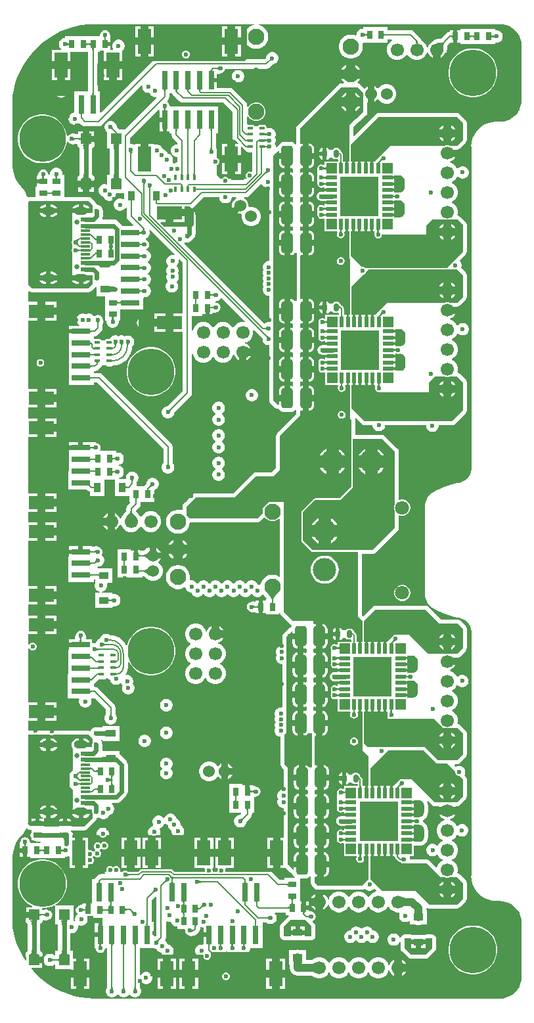
<source format=gtl>
G04*
G04 #@! TF.GenerationSoftware,Altium Limited,Altium Designer,21.8.1 (53)*
G04*
G04 Layer_Physical_Order=1*
G04 Layer_Color=255*
%FSLAX44Y44*%
%MOMM*%
G71*
G04*
G04 #@! TF.SameCoordinates,C657CB42-8F9E-4DD2-80ED-FFB10F84DBA6*
G04*
G04*
G04 #@! TF.FilePolarity,Positive*
G04*
G01*
G75*
%ADD12C,0.2000*%
%ADD17R,2.4000X0.8000*%
%ADD18R,3.3000X1.8000*%
G04:AMPARAMS|DCode=19|XSize=0.4mm|YSize=0.7mm|CornerRadius=0.1mm|HoleSize=0mm|Usage=FLASHONLY|Rotation=90.000|XOffset=0mm|YOffset=0mm|HoleType=Round|Shape=RoundedRectangle|*
%AMROUNDEDRECTD19*
21,1,0.4000,0.5000,0,0,90.0*
21,1,0.2000,0.7000,0,0,90.0*
1,1,0.2000,0.2500,0.1000*
1,1,0.2000,0.2500,-0.1000*
1,1,0.2000,-0.2500,-0.1000*
1,1,0.2000,-0.2500,0.1000*
%
%ADD19ROUNDEDRECTD19*%
%ADD20R,0.7000X1.0000*%
G04:AMPARAMS|DCode=21|XSize=1.5mm|YSize=2.6mm|CornerRadius=0.375mm|HoleSize=0mm|Usage=FLASHONLY|Rotation=0.000|XOffset=0mm|YOffset=0mm|HoleType=Round|Shape=RoundedRectangle|*
%AMROUNDEDRECTD21*
21,1,1.5000,1.8500,0,0,0.0*
21,1,0.7500,2.6000,0,0,0.0*
1,1,0.7500,0.3750,-0.9250*
1,1,0.7500,-0.3750,-0.9250*
1,1,0.7500,-0.3750,0.9250*
1,1,0.7500,0.3750,0.9250*
%
%ADD21ROUNDEDRECTD21*%
G04:AMPARAMS|DCode=22|XSize=0.7mm|YSize=1mm|CornerRadius=0.175mm|HoleSize=0mm|Usage=FLASHONLY|Rotation=0.000|XOffset=0mm|YOffset=0mm|HoleType=Round|Shape=RoundedRectangle|*
%AMROUNDEDRECTD22*
21,1,0.7000,0.6500,0,0,0.0*
21,1,0.3500,1.0000,0,0,0.0*
1,1,0.3500,0.1750,-0.3250*
1,1,0.3500,-0.1750,-0.3250*
1,1,0.3500,-0.1750,0.3250*
1,1,0.3500,0.1750,0.3250*
%
%ADD22ROUNDEDRECTD22*%
G04:AMPARAMS|DCode=23|XSize=0.7mm|YSize=1mm|CornerRadius=0.175mm|HoleSize=0mm|Usage=FLASHONLY|Rotation=270.000|XOffset=0mm|YOffset=0mm|HoleType=Round|Shape=RoundedRectangle|*
%AMROUNDEDRECTD23*
21,1,0.7000,0.6500,0,0,270.0*
21,1,0.3500,1.0000,0,0,270.0*
1,1,0.3500,-0.3250,-0.1750*
1,1,0.3500,-0.3250,0.1750*
1,1,0.3500,0.3250,0.1750*
1,1,0.3500,0.3250,-0.1750*
%
%ADD23ROUNDEDRECTD23*%
%ADD24R,1.8000X3.3000*%
%ADD25R,0.8000X2.4000*%
%ADD26R,1.1500X0.3000*%
%ADD27R,1.1500X0.6000*%
%ADD28R,0.9000X1.2000*%
%ADD29R,1.2000X0.9000*%
%ADD30R,1.0000X0.7000*%
%ADD31R,1.4000X1.4000*%
G04:AMPARAMS|DCode=32|XSize=0.4mm|YSize=0.7mm|CornerRadius=0.1mm|HoleSize=0mm|Usage=FLASHONLY|Rotation=180.000|XOffset=0mm|YOffset=0mm|HoleType=Round|Shape=RoundedRectangle|*
%AMROUNDEDRECTD32*
21,1,0.4000,0.5000,0,0,180.0*
21,1,0.2000,0.7000,0,0,180.0*
1,1,0.2000,-0.1000,0.2500*
1,1,0.2000,0.1000,0.2500*
1,1,0.2000,0.1000,-0.2500*
1,1,0.2000,-0.1000,-0.2500*
%
%ADD32ROUNDEDRECTD32*%
%ADD33R,0.6000X1.4000*%
%ADD34R,1.4000X0.6000*%
%ADD35R,1.4000X1.4000*%
%ADD36R,5.0000X5.2000*%
%ADD59C,2.1000*%
%ADD61C,0.6000*%
%ADD62C,1.0000*%
%ADD63C,1.7000*%
%ADD64C,1.8000*%
%ADD65C,3.0000*%
%ADD66O,1.8000X1.0000*%
%ADD67C,0.6500*%
%ADD68C,1.5240*%
%ADD69C,6.0000*%
%ADD70C,0.6000*%
G36*
X122891Y1241889D02*
X122704Y1241663D01*
X122539Y1241431D01*
X122396Y1241192D01*
X122275Y1240947D01*
X122176Y1240695D01*
X122099Y1240437D01*
X122044Y1240172D01*
X122011Y1239900D01*
X122000Y1239622D01*
X120000D01*
X119989Y1239900D01*
X119956Y1240172D01*
X119901Y1240437D01*
X119824Y1240695D01*
X119725Y1240947D01*
X119604Y1241192D01*
X119461Y1241431D01*
X119296Y1241663D01*
X119109Y1241889D01*
X118900Y1242108D01*
X123100D01*
X122891Y1241889D01*
D02*
G37*
G36*
X122010Y1238589D02*
X122040Y1238250D01*
X122090Y1237950D01*
X122160Y1237690D01*
X122250Y1237469D01*
X122360Y1237290D01*
X122490Y1237150D01*
X122640Y1237049D01*
X122810Y1236990D01*
X123000Y1236970D01*
X119000D01*
X119190Y1236990D01*
X119360Y1237049D01*
X119510Y1237150D01*
X119640Y1237290D01*
X119750Y1237469D01*
X119840Y1237690D01*
X119910Y1237950D01*
X119960Y1238250D01*
X119990Y1238589D01*
X120000Y1238969D01*
X122000D01*
X122010Y1238589D01*
D02*
G37*
G36*
X102561Y1230000D02*
X102541Y1230190D01*
X102480Y1230360D01*
X102378Y1230510D01*
X102236Y1230640D01*
X102053Y1230750D01*
X101830Y1230840D01*
X101566Y1230910D01*
X101261Y1230960D01*
X100916Y1230990D01*
X100531Y1231000D01*
Y1233000D01*
X100916Y1233010D01*
X101261Y1233040D01*
X101566Y1233090D01*
X101830Y1233160D01*
X102053Y1233250D01*
X102236Y1233360D01*
X102378Y1233490D01*
X102480Y1233640D01*
X102541Y1233810D01*
X102561Y1234000D01*
Y1230000D01*
D02*
G37*
G36*
X96709Y1233810D02*
X96770Y1233640D01*
X96872Y1233490D01*
X97014Y1233360D01*
X97197Y1233250D01*
X97420Y1233160D01*
X97684Y1233090D01*
X97989Y1233040D01*
X98334Y1233010D01*
X98720Y1233000D01*
Y1231000D01*
X98334Y1230990D01*
X97989Y1230960D01*
X97684Y1230910D01*
X97420Y1230840D01*
X97197Y1230750D01*
X97014Y1230640D01*
X96872Y1230510D01*
X96770Y1230360D01*
X96709Y1230190D01*
X96689Y1230000D01*
Y1234000D01*
X96709Y1233810D01*
D02*
G37*
G36*
X72111Y1233891D02*
X72337Y1233704D01*
X72569Y1233539D01*
X72808Y1233396D01*
X73053Y1233275D01*
X73305Y1233176D01*
X73563Y1233099D01*
X73699Y1233071D01*
X73816Y1233090D01*
X74080Y1233160D01*
X74303Y1233250D01*
X74486Y1233360D01*
X74628Y1233490D01*
X74730Y1233640D01*
X74791Y1233810D01*
X74811Y1234000D01*
Y1230000D01*
X74791Y1230190D01*
X74730Y1230360D01*
X74628Y1230510D01*
X74486Y1230640D01*
X74303Y1230750D01*
X74080Y1230840D01*
X73816Y1230910D01*
X73699Y1230929D01*
X73563Y1230901D01*
X73305Y1230824D01*
X73053Y1230725D01*
X72808Y1230604D01*
X72569Y1230461D01*
X72337Y1230296D01*
X72111Y1230109D01*
X71892Y1229900D01*
Y1234100D01*
X72111Y1233891D01*
D02*
G37*
G36*
X630064Y1258024D02*
Y1258023D01*
X634437Y1257678D01*
X638703Y1256654D01*
X642757Y1254975D01*
X646497Y1252683D01*
X649834Y1249834D01*
X652683Y1246497D01*
X654975Y1242757D01*
X656654Y1238703D01*
X657679Y1234437D01*
X658023Y1230063D01*
X658023Y1230063D01*
X658023D01*
X658024Y1228793D01*
X658024Y1160064D01*
X658024Y1160063D01*
X658023D01*
X657678Y1155690D01*
X656654Y1151424D01*
X654975Y1147370D01*
X652683Y1143630D01*
X649834Y1140293D01*
X646497Y1137444D01*
X642757Y1135152D01*
X638703Y1133473D01*
X634437Y1132449D01*
X630064Y1132104D01*
Y1132103D01*
X630063Y1132103D01*
X625214D01*
X625214Y1132103D01*
Y1132162D01*
X620192Y1131767D01*
X615294Y1130591D01*
X610641Y1128664D01*
X606346Y1126032D01*
X602516Y1122761D01*
X599245Y1118931D01*
X596613Y1114636D01*
X594686Y1109983D01*
X593510Y1105085D01*
X593115Y1100063D01*
X593174D01*
Y684685D01*
X593174Y684685D01*
X593173Y684685D01*
X592828Y681181D01*
X591806Y677812D01*
X590146Y674707D01*
X587913Y671986D01*
X585191Y669752D01*
X582086Y668093D01*
X579419Y667284D01*
X578200Y667020D01*
D01*
X576969Y666773D01*
X575290Y666524D01*
X565569Y664089D01*
X556133Y660713D01*
X547073Y656428D01*
X544444Y654852D01*
X544433Y654850D01*
X544207Y654710D01*
X543101Y654117D01*
X542932Y654026D01*
X539582Y651277D01*
X536833Y647927D01*
X534790Y644105D01*
X533532Y639958D01*
X533107Y635645D01*
X533174D01*
Y524081D01*
X533107D01*
X533532Y519769D01*
X534790Y515622D01*
X536833Y511800D01*
X539582Y508450D01*
X542932Y505701D01*
X543100Y505611D01*
X544207Y505017D01*
X544433Y504877D01*
X544444Y504875D01*
X547073Y503299D01*
X556133Y499014D01*
X565569Y495638D01*
X575290Y493203D01*
X576969Y492954D01*
X578200Y492707D01*
D01*
X579419Y492443D01*
X582086Y491634D01*
X585191Y489975D01*
X587913Y487741D01*
X590146Y485020D01*
X591806Y481915D01*
X592828Y478546D01*
X593173Y475042D01*
X593174D01*
X593174Y475042D01*
Y160063D01*
X593115D01*
X593510Y155042D01*
X594686Y150144D01*
X596613Y145491D01*
X599245Y141196D01*
X602516Y137366D01*
X606346Y134095D01*
X610641Y131463D01*
X615294Y129536D01*
X620192Y128360D01*
X625214Y127964D01*
Y128024D01*
X630063D01*
X630064Y128024D01*
Y128023D01*
X634437Y127678D01*
X638703Y126654D01*
X642757Y124975D01*
X646497Y122683D01*
X649834Y119834D01*
X652683Y116497D01*
X654975Y112757D01*
X656654Y108703D01*
X657679Y104437D01*
X658023Y100063D01*
X658023Y100063D01*
X658023D01*
X658024Y98793D01*
X658024Y30064D01*
X658024Y30064D01*
X658023D01*
X657678Y25690D01*
X656654Y21424D01*
X654975Y17370D01*
X652683Y13629D01*
X649834Y10293D01*
X646497Y7444D01*
X642757Y5152D01*
X638703Y3473D01*
X634437Y2448D01*
X630064Y2104D01*
Y2103D01*
X106725D01*
X106673Y2156D01*
X106673Y2156D01*
X106673Y2156D01*
X99238Y2480D01*
X89899Y3710D01*
X80703Y5749D01*
X80000Y5970D01*
X71719Y8581D01*
X63017Y12186D01*
X54661Y16535D01*
X46717Y21597D01*
X39244Y27331D01*
X32299Y33695D01*
X25935Y40640D01*
X25765Y40861D01*
X26327Y42000D01*
X39500D01*
Y48000D01*
X29500D01*
Y56000D01*
X39559D01*
X39978Y56504D01*
X40059Y56763D01*
X40210Y56988D01*
X40352Y57705D01*
X40570Y58403D01*
X40545Y58673D01*
X40598Y58939D01*
X40455Y59656D01*
X40389Y60384D01*
X40263Y60624D01*
X40210Y60890D01*
X39804Y61498D01*
X39464Y62145D01*
X39255Y62318D01*
X39105Y62544D01*
X38497Y62950D01*
X37936Y63418D01*
X37676Y63498D01*
X37676Y63499D01*
X37622Y64114D01*
X37596Y65103D01*
X37569Y65223D01*
Y96777D01*
X37596Y96897D01*
X37622Y97886D01*
X37676Y98502D01*
X37676Y98502D01*
X37936Y98582D01*
X38497Y99050D01*
X39105Y99456D01*
X39255Y99682D01*
X39464Y99855D01*
X39804Y100502D01*
X40210Y101110D01*
X40263Y101376D01*
X40389Y101616D01*
X40455Y102344D01*
X40598Y103061D01*
X41585Y103883D01*
X41857D01*
X42128Y103710D01*
X42907Y103190D01*
X42966Y103178D01*
X43017Y103146D01*
X43939Y102985D01*
X44858Y102802D01*
X44917Y102814D01*
X44976Y102803D01*
X45890Y103007D01*
X46809Y103190D01*
X46859Y103224D01*
X46918Y103237D01*
X47684Y103775D01*
X48203Y104122D01*
X49341Y104348D01*
X51326Y105674D01*
X52652Y107659D01*
X53117Y110000D01*
X52652Y112341D01*
X51326Y114326D01*
X49341Y115652D01*
X48203Y115878D01*
X47684Y116225D01*
X46918Y116763D01*
X46859Y116776D01*
X46809Y116810D01*
X45890Y116993D01*
X44976Y117197D01*
X44917Y117186D01*
X44858Y117198D01*
X43940Y117015D01*
X43017Y116854D01*
X42966Y116822D01*
X42907Y116810D01*
X42128Y116290D01*
X41857Y116117D01*
X39500D01*
Y118563D01*
X42843D01*
X47740Y119339D01*
X52455Y120871D01*
X55380Y122361D01*
X56500Y121507D01*
Y98000D01*
X60368D01*
X60378Y97886D01*
X60404Y96897D01*
X60431Y96777D01*
Y65223D01*
X60404Y65103D01*
X60378Y64114D01*
X60368Y64000D01*
X56500D01*
Y58117D01*
X55196D01*
X54912Y58402D01*
X53088Y59455D01*
X51053Y60000D01*
X48947D01*
X46912Y59455D01*
X45088Y58402D01*
X43598Y56912D01*
X42545Y55088D01*
X42000Y53053D01*
Y50947D01*
X42545Y48912D01*
X43598Y47088D01*
X45088Y45598D01*
X46912Y44545D01*
X48947Y44000D01*
X51053D01*
X53088Y44545D01*
X54912Y45598D01*
X55196Y45883D01*
X56500D01*
Y40000D01*
X77000D01*
Y39000D01*
X84000D01*
Y53500D01*
X80000D01*
Y64000D01*
X76632D01*
X76622Y64114D01*
X76596Y65103D01*
X76569Y65223D01*
Y86018D01*
X77197Y86500D01*
X79303D01*
X81338Y87045D01*
X83162Y88098D01*
X84652Y89588D01*
X85705Y91412D01*
X86250Y93447D01*
Y95553D01*
X86109Y96081D01*
X87199Y96918D01*
X87412Y96795D01*
X89447Y96250D01*
X91553D01*
X93588Y96795D01*
X95412Y97848D01*
X96902Y99338D01*
X97955Y101162D01*
X98500Y103197D01*
Y105303D01*
X97984Y107230D01*
X98020Y107575D01*
X98554Y108500D01*
X106000D01*
X106000Y107230D01*
Y106500D01*
X118000D01*
Y99500D01*
X117650D01*
Y84500D01*
X115000D01*
Y81850D01*
X108000D01*
Y73289D01*
X107930Y73064D01*
X107955Y72795D01*
X107902Y72530D01*
X108000Y72038D01*
Y70398D01*
X107985Y70312D01*
X107802Y69392D01*
X107814Y69333D01*
X107803Y69274D01*
X108007Y68360D01*
X108190Y67442D01*
X108224Y67391D01*
X108237Y67333D01*
X108775Y66566D01*
X109122Y66047D01*
X109348Y64909D01*
X110674Y62924D01*
X112659Y61598D01*
X115000Y61132D01*
X117341Y61598D01*
X119326Y62924D01*
X120652Y64909D01*
X120878Y66047D01*
X121225Y66566D01*
X121763Y67333D01*
X121777Y67392D01*
X121810Y67442D01*
X121821Y67500D01*
X123883D01*
Y16946D01*
X123598Y16662D01*
X122545Y14838D01*
X122000Y12803D01*
Y10697D01*
X122545Y8662D01*
X123598Y6838D01*
X125088Y5348D01*
X126912Y4295D01*
X128947Y3750D01*
X131053D01*
X133088Y4295D01*
X134912Y5348D01*
X136402Y6838D01*
X136767Y7470D01*
X138233D01*
X138598Y6838D01*
X140088Y5348D01*
X141912Y4295D01*
X143947Y3750D01*
X146053D01*
X148088Y4295D01*
X149912Y5348D01*
X151402Y6838D01*
X151740Y7424D01*
X153010D01*
X153348Y6838D01*
X154838Y5348D01*
X156662Y4295D01*
X158697Y3750D01*
X160803D01*
X162838Y4295D01*
X164662Y5348D01*
X166152Y6838D01*
X167205Y8662D01*
X167750Y10697D01*
Y12803D01*
X167205Y14838D01*
X166152Y16662D01*
X165868Y16946D01*
Y24296D01*
X167138Y24636D01*
X167598Y23838D01*
X169088Y22348D01*
X170912Y21295D01*
X172947Y20750D01*
X175053D01*
X177088Y21295D01*
X178912Y22348D01*
X180402Y23838D01*
X181455Y25662D01*
X182000Y27697D01*
Y29803D01*
X181455Y31838D01*
X180402Y33662D01*
X178912Y35152D01*
X177088Y36205D01*
X175053Y36750D01*
X172947D01*
X170912Y36205D01*
X169088Y35152D01*
X167598Y33662D01*
X167138Y32864D01*
X165868Y33204D01*
Y67500D01*
X182527D01*
X183720Y66811D01*
X185755Y66266D01*
X187371D01*
X188350Y64570D01*
X189839Y63081D01*
X191663Y62027D01*
X193698Y61482D01*
X193825D01*
X194045Y60662D01*
X195005Y59000D01*
X199902D01*
X200505Y58750D01*
X202495D01*
X203098Y59000D01*
X207995D01*
X208955Y60662D01*
X209500Y62697D01*
Y64803D01*
X208955Y66838D01*
X207902Y68662D01*
X206412Y70152D01*
X204588Y71205D01*
X202553Y71750D01*
X202426D01*
X202206Y72570D01*
X201153Y74394D01*
X199663Y75884D01*
X198781Y76393D01*
X198493Y77630D01*
X199152Y78617D01*
X199618Y80958D01*
Y101504D01*
X200717Y102139D01*
X200912Y102027D01*
X202947Y101482D01*
X205053D01*
X205297Y101547D01*
X206786Y100631D01*
X207045Y99662D01*
X208098Y97838D01*
X209588Y96348D01*
X211412Y95295D01*
X213447Y94750D01*
X214000D01*
Y92000D01*
X223579D01*
X224385Y91018D01*
X224132Y89750D01*
X224598Y87409D01*
X225924Y85424D01*
X227909Y84098D01*
X229047Y83872D01*
X229566Y83525D01*
X230333Y82987D01*
X230391Y82974D01*
X230441Y82940D01*
X231360Y82758D01*
X232274Y82553D01*
X232333Y82564D01*
X232392Y82552D01*
X233310Y82735D01*
X234233Y82896D01*
X234284Y82928D01*
X234343Y82940D01*
X235122Y83460D01*
X235458Y83674D01*
X237591Y84098D01*
X239576Y85424D01*
X241826Y87674D01*
X243152Y89659D01*
X243617Y92000D01*
Y93594D01*
X244167Y94014D01*
X245270Y94106D01*
X245462Y93995D01*
X247497Y93450D01*
X248000D01*
Y87150D01*
X255000D01*
Y81850D01*
X248000D01*
Y73289D01*
X247930Y73064D01*
X247955Y72795D01*
X247945Y72745D01*
X247625Y72334D01*
X246788Y71740D01*
X246303Y71870D01*
X244197D01*
X242162Y71324D01*
X240338Y70271D01*
X238848Y68782D01*
X237795Y66958D01*
X237250Y64923D01*
Y62816D01*
X237795Y60782D01*
X238824Y59000D01*
X243941D01*
X244255Y58870D01*
X246245D01*
X246559Y59000D01*
X247078D01*
X247750Y57994D01*
Y56005D01*
X248511Y54168D01*
X249918Y52761D01*
X251755Y52000D01*
X253745D01*
X255582Y52761D01*
X256989Y54168D01*
X257750Y56005D01*
Y57994D01*
X257250Y59202D01*
Y61000D01*
X257276Y61026D01*
X257209Y61111D01*
X257020Y61316D01*
X258434Y62730D01*
X258639Y62541D01*
X258724Y62474D01*
X258750Y62500D01*
X259902D01*
X260505Y62250D01*
X262495D01*
X263098Y62500D01*
X267798D01*
X269005Y62000D01*
X270995D01*
X272202Y62500D01*
X276639D01*
X276767Y62720D01*
X278233D01*
X278361Y62500D01*
X282798D01*
X284005Y62000D01*
X285995D01*
X287202Y62500D01*
X291639D01*
X291767Y62720D01*
X293233D01*
X293361Y62500D01*
X297798D01*
X299005Y62000D01*
X300994D01*
X302202Y62500D01*
X306639D01*
X307455Y63912D01*
X308000Y65947D01*
Y67500D01*
X324000D01*
Y100133D01*
X329054D01*
X329338Y99848D01*
X331162Y98795D01*
X333197Y98250D01*
X335303D01*
X337338Y98795D01*
X339162Y99848D01*
X340652Y101338D01*
X341705Y103162D01*
X342250Y105197D01*
Y107303D01*
X341705Y109338D01*
X340652Y111162D01*
X339951Y111862D01*
X340477Y113132D01*
X353750D01*
Y109250D01*
X357570D01*
X357955Y107980D01*
X356645Y107105D01*
X348145Y98605D01*
X347040Y96951D01*
X346652Y95000D01*
X346652Y82750D01*
X347040Y80799D01*
X348145Y79145D01*
X349799Y78040D01*
X351750Y77652D01*
X360500D01*
X360993Y77750D01*
X378008D01*
X378500Y77652D01*
X387250D01*
X389201Y78040D01*
X390855Y79145D01*
X391960Y80799D01*
X392348Y82750D01*
Y95250D01*
X391960Y97201D01*
X390855Y98855D01*
X388718Y100991D01*
X389106Y102363D01*
X389128Y102378D01*
X391091Y103690D01*
X392417Y105674D01*
X392883Y108015D01*
X392417Y110356D01*
X391091Y112341D01*
X389106Y113667D01*
X387968Y113894D01*
X387449Y114240D01*
X386683Y114779D01*
X386624Y114792D01*
X386574Y114825D01*
X385656Y115008D01*
X384742Y115212D01*
X384682Y115202D01*
X384623Y115213D01*
X383960Y116262D01*
X383808Y116490D01*
X383773Y116600D01*
X377250D01*
Y119250D01*
X374600D01*
Y127250D01*
X372250D01*
Y140500D01*
Y156924D01*
X378750D01*
X381034Y157225D01*
X383163Y158107D01*
X384991Y159509D01*
X385327Y159947D01*
X385825Y159807D01*
X386500Y159390D01*
Y159115D01*
X386402Y158623D01*
Y151250D01*
X386790Y149299D01*
X387895Y147645D01*
X391645Y143895D01*
X393299Y142790D01*
X395250Y142402D01*
X452250Y142402D01*
X454201Y142790D01*
X455817Y143870D01*
X457088Y142598D01*
X458912Y141545D01*
X460947Y141000D01*
X463053D01*
X465088Y141545D01*
X466912Y142598D01*
X468177Y143863D01*
X470679Y141362D01*
X470299Y139945D01*
X468189Y139380D01*
X465111Y137603D01*
X462597Y135089D01*
X461433Y133073D01*
X459967D01*
X458803Y135089D01*
X456289Y137603D01*
X453211Y139380D01*
X449777Y140300D01*
X446223D01*
X442789Y139380D01*
X439711Y137603D01*
X437197Y135089D01*
X436033Y133073D01*
X434567D01*
X433403Y135089D01*
X430889Y137603D01*
X427811Y139380D01*
X424377Y140300D01*
X420823D01*
X417389Y139380D01*
X414311Y137603D01*
X411797Y135089D01*
X410020Y132011D01*
X409522Y130153D01*
X408207D01*
X407916Y131239D01*
X406402Y133861D01*
X404261Y136002D01*
X402200Y137192D01*
Y126800D01*
Y116408D01*
X404261Y117598D01*
X406402Y119739D01*
X407916Y122361D01*
X408207Y123447D01*
X409522D01*
X410020Y121589D01*
X411797Y118511D01*
X414311Y115997D01*
X417389Y114220D01*
X420823Y113300D01*
X424377D01*
X427811Y114220D01*
X430889Y115997D01*
X433403Y118511D01*
X434567Y120527D01*
X436033D01*
X437197Y118511D01*
X439711Y115997D01*
X442789Y114220D01*
X446223Y113300D01*
X449777D01*
X453211Y114220D01*
X456289Y115997D01*
X458803Y118511D01*
X459967Y120527D01*
X461433D01*
X462597Y118511D01*
X465111Y115997D01*
X468189Y114220D01*
X471623Y113300D01*
X475177D01*
X478611Y114220D01*
X481689Y115997D01*
X484203Y118511D01*
X485367Y120527D01*
X486833D01*
X487997Y118511D01*
X490511Y115997D01*
X493589Y114220D01*
X497023Y113300D01*
X500173D01*
X501009Y112209D01*
X500795Y111838D01*
X500250Y109803D01*
Y107697D01*
X500795Y105662D01*
X501848Y103838D01*
X503338Y102348D01*
X505162Y101295D01*
X507197Y100750D01*
X509303D01*
X511338Y101295D01*
X512730Y102099D01*
X514000Y101513D01*
Y97500D01*
X521804D01*
X522389Y97257D01*
X525000Y96914D01*
X527611Y97257D01*
X528196Y97500D01*
X536000D01*
Y111130D01*
X536068Y111469D01*
X536053Y111541D01*
X536065Y111613D01*
X536000Y111899D01*
Y116500D01*
X535171D01*
X535106Y117372D01*
X535101Y118148D01*
X535812Y118721D01*
X536329Y118854D01*
X536799Y118540D01*
X538750Y118152D01*
X575000Y118152D01*
X576951Y118540D01*
X578605Y119645D01*
X586105Y127145D01*
X587210Y128799D01*
X587598Y130750D01*
X587598Y151250D01*
X587210Y153201D01*
X586105Y154855D01*
X578605Y162355D01*
X576951Y163460D01*
X575943Y163660D01*
X575272Y164739D01*
X575714Y166386D01*
Y169941D01*
X574794Y173374D01*
X573016Y176453D01*
X570503Y178966D01*
X568486Y180130D01*
Y181597D01*
X570503Y182761D01*
X573016Y185274D01*
X574794Y188353D01*
X575714Y191786D01*
Y195341D01*
X574794Y198774D01*
X573016Y201853D01*
X570503Y204366D01*
X568486Y205530D01*
Y206997D01*
X570503Y208161D01*
X573016Y210674D01*
X574279Y212861D01*
X575866Y213070D01*
X576338Y212598D01*
X578162Y211545D01*
X580197Y211000D01*
X582303D01*
X584338Y211545D01*
X586162Y212598D01*
X587652Y214088D01*
X588705Y215912D01*
X589250Y217947D01*
Y220053D01*
X588705Y222088D01*
X587652Y223912D01*
X586162Y225402D01*
X584338Y226455D01*
X582303Y227000D01*
X580197D01*
X578162Y226455D01*
X576338Y225402D01*
X575839Y224903D01*
X574252Y225112D01*
X573016Y227253D01*
X570503Y229766D01*
X567424Y231544D01*
X565566Y232041D01*
Y233356D01*
X566652Y233647D01*
X569275Y235161D01*
X571416Y237302D01*
X572606Y239363D01*
X562214D01*
X551821D01*
X553011Y237302D01*
X555152Y235161D01*
X557775Y233647D01*
X558861Y233356D01*
Y232041D01*
X557003Y231544D01*
X553924Y229766D01*
X551411Y227253D01*
X549633Y224174D01*
X548713Y220741D01*
Y217186D01*
X549633Y213753D01*
X551411Y210674D01*
X553924Y208161D01*
X555941Y206997D01*
Y205530D01*
X553924Y204366D01*
X551411Y201853D01*
X550165Y199695D01*
X548578Y199486D01*
X548162Y199902D01*
X546338Y200955D01*
X544303Y201500D01*
X542197D01*
X540162Y200955D01*
X538338Y199902D01*
X536848Y198412D01*
X535795Y196588D01*
X535250Y194553D01*
Y192447D01*
X535795Y190412D01*
X536848Y188588D01*
X538338Y187098D01*
X540162Y186045D01*
X542197Y185500D01*
X544303D01*
X546338Y186045D01*
X548162Y187098D01*
X548624Y187561D01*
X550211Y187352D01*
X551411Y185274D01*
X553924Y182761D01*
X555941Y181597D01*
Y180130D01*
X553924Y178966D01*
X551411Y176453D01*
X549633Y173374D01*
X549212Y171803D01*
X547986Y171474D01*
X539605Y179855D01*
X537951Y180960D01*
X536000Y181348D01*
X514250D01*
Y182553D01*
X513705Y184588D01*
X513525Y184900D01*
X514160Y186000D01*
X519000D01*
Y198902D01*
X526165D01*
X526657Y199000D01*
X527159D01*
X528463Y199259D01*
X528927Y199452D01*
X529420Y199550D01*
X530648Y200058D01*
X531066Y200337D01*
X531530Y200529D01*
X532635Y201268D01*
X532990Y201623D01*
X533408Y201902D01*
X534348Y202842D01*
X534627Y203260D01*
X534982Y203615D01*
X535720Y204720D01*
X535913Y205184D01*
X536192Y205602D01*
X536701Y206830D01*
X536798Y207323D01*
X536991Y207787D01*
X537250Y209091D01*
Y209593D01*
X537348Y210085D01*
Y219690D01*
X537250Y220182D01*
Y220684D01*
X536981Y222036D01*
X536789Y222500D01*
X536691Y222993D01*
X536163Y224267D01*
X535884Y224684D01*
X535692Y225148D01*
X534926Y226294D01*
X534571Y226650D01*
X534292Y227067D01*
X533317Y228042D01*
X532900Y228321D01*
X532545Y228676D01*
X531398Y229442D01*
X530934Y229634D01*
X530919Y229644D01*
X531000Y229947D01*
Y232053D01*
X530945Y232257D01*
X531066Y232337D01*
X531530Y232529D01*
X532635Y233268D01*
X532990Y233623D01*
X533408Y233902D01*
X534348Y234842D01*
X534627Y235260D01*
X534982Y235615D01*
X535720Y236720D01*
X535913Y237184D01*
X536192Y237602D01*
X536701Y238830D01*
X536798Y239323D01*
X536991Y239786D01*
X537250Y241091D01*
Y241593D01*
X537348Y242085D01*
Y251689D01*
X537250Y252182D01*
Y252684D01*
X536981Y254036D01*
X536789Y254500D01*
X536691Y254993D01*
X536294Y255950D01*
X537371Y256669D01*
X542645Y251395D01*
X544299Y250290D01*
X546250Y249902D01*
X550862D01*
X551112Y249363D01*
X562214D01*
X573315D01*
X573565Y249902D01*
X575000D01*
X576951Y250290D01*
X578605Y251395D01*
X586105Y258895D01*
X587210Y260549D01*
X587598Y262500D01*
X587598Y285000D01*
X587210Y286951D01*
X586105Y288605D01*
X584531Y290178D01*
X584955Y290912D01*
X585500Y292947D01*
Y295053D01*
X584955Y297088D01*
X583902Y298912D01*
X582412Y300402D01*
X580588Y301455D01*
X578553Y302000D01*
X576447D01*
X574412Y301455D01*
X573678Y301031D01*
X571731Y302979D01*
X572217Y304152D01*
X575000D01*
X576951Y304540D01*
X578605Y305645D01*
X586105Y313145D01*
X587210Y314799D01*
X587598Y316750D01*
X587598Y324272D01*
X587598Y343750D01*
X587210Y345701D01*
X586105Y347355D01*
X578605Y354855D01*
X576951Y355960D01*
X575968Y356155D01*
X575298Y357234D01*
X575714Y358786D01*
Y362341D01*
X574794Y365774D01*
X573016Y368853D01*
X570503Y371366D01*
X568486Y372530D01*
Y373997D01*
X570503Y375161D01*
X573016Y377674D01*
X574794Y380753D01*
X575714Y384186D01*
Y387741D01*
X574794Y391174D01*
X573016Y394253D01*
X570503Y396766D01*
X568486Y397930D01*
Y399397D01*
X570503Y400561D01*
X573016Y403074D01*
X574407Y405483D01*
X575895Y405755D01*
X575952Y405735D01*
X576588Y405098D01*
X578412Y404045D01*
X580447Y403500D01*
X582553D01*
X584588Y404045D01*
X586412Y405098D01*
X587902Y406588D01*
X588955Y408412D01*
X589500Y410447D01*
Y412553D01*
X588955Y414588D01*
X587902Y416412D01*
X586412Y417902D01*
X584588Y418955D01*
X582553Y419500D01*
X580447D01*
X578412Y418955D01*
X576588Y417902D01*
X575894Y417207D01*
X574307Y417417D01*
X573016Y419653D01*
X570503Y422166D01*
X567424Y423943D01*
X565566Y424441D01*
Y425756D01*
X566652Y426047D01*
X569275Y427561D01*
X571416Y429702D01*
X572606Y431763D01*
X562214D01*
Y441665D01*
X562859D01*
X564127Y441325D01*
X564792Y441282D01*
X565446Y441152D01*
X573986D01*
X573986Y441152D01*
X575000D01*
X576951Y441540D01*
X578605Y442645D01*
X586105Y450145D01*
X587210Y451799D01*
X587598Y453750D01*
Y478499D01*
X587400Y479495D01*
X587211Y480447D01*
X587210Y480448D01*
X587210Y480450D01*
X586660Y481273D01*
X586107Y482102D01*
X578863Y489353D01*
X578862Y489354D01*
X578861Y489355D01*
X578046Y489899D01*
X577209Y490459D01*
X577208Y490459D01*
X577207Y490460D01*
X576239Y490653D01*
X575259Y490848D01*
X575257Y490848D01*
X575256Y490848D01*
X553862Y490848D01*
X537605Y507105D01*
X535951Y508210D01*
X534000Y508598D01*
X470000D01*
X468049Y508210D01*
X466395Y507105D01*
X454000Y494710D01*
X452348Y496362D01*
Y574902D01*
X465750D01*
X467701Y575290D01*
X469355Y576395D01*
X498105Y605145D01*
X499210Y606799D01*
X499598Y608750D01*
Y624032D01*
X500868Y624890D01*
X502831Y624364D01*
X505596D01*
X508266Y625079D01*
X510661Y626461D01*
X512616Y628416D01*
X513998Y630811D01*
X514714Y633481D01*
Y636246D01*
X513998Y638916D01*
X512616Y641311D01*
X510661Y643266D01*
X508266Y644648D01*
X505596Y645363D01*
X502831D01*
X500868Y644837D01*
X499598Y645695D01*
X499598Y707500D01*
X499210Y709451D01*
X498105Y711105D01*
X482105Y727105D01*
X480451Y728210D01*
X478500Y728598D01*
X444525D01*
X443630Y729498D01*
X443723Y747599D01*
X443720Y747612D01*
X443723Y747625D01*
X443531Y748588D01*
X443345Y749552D01*
X443338Y749563D01*
X443335Y749576D01*
X443167Y749828D01*
X444153Y750637D01*
X452145Y742645D01*
X453799Y741540D01*
X455750Y741152D01*
X466000D01*
Y740197D01*
X466545Y738162D01*
X467598Y736338D01*
X469088Y734848D01*
X470912Y733795D01*
X472947Y733250D01*
X475053D01*
X477088Y733795D01*
X478912Y734848D01*
X480402Y736338D01*
X481455Y738162D01*
X482000Y740197D01*
Y741152D01*
X535000Y741152D01*
Y739447D01*
X535545Y737412D01*
X536598Y735588D01*
X538088Y734098D01*
X539912Y733045D01*
X541947Y732500D01*
X544053D01*
X546088Y733045D01*
X547912Y734098D01*
X549402Y735588D01*
X550455Y737412D01*
X551000Y739447D01*
Y741152D01*
X568500D01*
X570451Y741540D01*
X572105Y742645D01*
X585855Y756395D01*
X586960Y758049D01*
X587348Y760000D01*
X587348Y796500D01*
X586960Y798451D01*
X585855Y800105D01*
X578605Y807355D01*
X576951Y808460D01*
X576229Y808603D01*
X575310Y810081D01*
X575714Y811586D01*
Y815141D01*
X574794Y818574D01*
X573016Y821653D01*
X570503Y824166D01*
X568486Y825330D01*
Y826797D01*
X570503Y827961D01*
X573016Y830474D01*
X574794Y833553D01*
X575714Y836986D01*
Y840541D01*
X574794Y843974D01*
X573016Y847053D01*
X570503Y849566D01*
X568486Y850730D01*
Y852197D01*
X570503Y853361D01*
X573016Y855874D01*
X574794Y858953D01*
X576188Y859249D01*
X577088Y858348D01*
X578912Y857295D01*
X580947Y856750D01*
X583053D01*
X585088Y857295D01*
X586912Y858348D01*
X588402Y859838D01*
X589455Y861662D01*
X590000Y863697D01*
Y865803D01*
X589455Y867838D01*
X588402Y869662D01*
X586912Y871152D01*
X585088Y872205D01*
X583053Y872750D01*
X580947D01*
X578912Y872205D01*
X577088Y871152D01*
X575899Y869963D01*
X574742Y869964D01*
X574380Y870091D01*
X573016Y872453D01*
X570503Y874966D01*
X567424Y876743D01*
X565566Y877241D01*
Y878556D01*
X566652Y878847D01*
X569275Y880361D01*
X571416Y882502D01*
X572606Y884564D01*
X562214D01*
Y894465D01*
X562859D01*
X564279Y894084D01*
X564317Y894059D01*
X564536Y894016D01*
X564754Y893957D01*
X564866Y893950D01*
X564971Y893929D01*
X565602Y893715D01*
X565938Y893737D01*
X566268Y893671D01*
X574061D01*
X574062Y893672D01*
X575019D01*
X576970Y894060D01*
X578624Y895165D01*
X586105Y902645D01*
X587210Y904299D01*
X587598Y906250D01*
Y934250D01*
X587210Y936201D01*
X586105Y937855D01*
X579974Y943985D01*
X580500Y945947D01*
Y948053D01*
X579955Y950088D01*
X578902Y951912D01*
X577762Y953052D01*
X585855Y961145D01*
X586960Y962799D01*
X587348Y964750D01*
Y999000D01*
X586960Y1000951D01*
X585855Y1002605D01*
X578605Y1009855D01*
X576951Y1010960D01*
X576254Y1011098D01*
X575484Y1011861D01*
X575247Y1012244D01*
X575714Y1013986D01*
Y1017541D01*
X574794Y1020974D01*
X573016Y1024053D01*
X570503Y1026566D01*
X568486Y1027730D01*
Y1029197D01*
X570503Y1030361D01*
X573016Y1032874D01*
X574794Y1035953D01*
X575714Y1039386D01*
Y1042941D01*
X574794Y1046374D01*
X573016Y1049453D01*
X570503Y1051966D01*
X568486Y1053130D01*
Y1054597D01*
X570503Y1055761D01*
X573016Y1058274D01*
X574640Y1061086D01*
X575592Y1061341D01*
X576103Y1061333D01*
X577088Y1060348D01*
X578912Y1059295D01*
X580947Y1058750D01*
X583053D01*
X585088Y1059295D01*
X586912Y1060348D01*
X588402Y1061838D01*
X589455Y1063662D01*
X590000Y1065697D01*
Y1067803D01*
X589455Y1069838D01*
X588402Y1071662D01*
X586912Y1073152D01*
X585088Y1074205D01*
X583053Y1074750D01*
X580947D01*
X578912Y1074205D01*
X577088Y1073152D01*
X576024Y1072088D01*
X575796Y1072030D01*
X574695Y1072177D01*
X574495Y1072291D01*
X573016Y1074853D01*
X570503Y1077366D01*
X567424Y1079144D01*
X565566Y1079641D01*
Y1080956D01*
X566652Y1081247D01*
X569275Y1082761D01*
X571416Y1084902D01*
X572606Y1086964D01*
X562214D01*
Y1096865D01*
X562859D01*
X564754Y1096357D01*
X565041Y1096338D01*
X565463Y1096195D01*
X565799Y1096217D01*
X566129Y1096152D01*
X574039D01*
X574040Y1096152D01*
X575000D01*
X576951Y1096540D01*
X578605Y1097645D01*
X586105Y1105145D01*
X587210Y1106799D01*
X587598Y1108750D01*
X587598Y1130750D01*
X587210Y1132701D01*
X586105Y1134355D01*
X578605Y1141855D01*
X576951Y1142960D01*
X575000Y1143348D01*
X473750Y1143348D01*
X471799Y1142960D01*
X470145Y1141855D01*
X442271Y1113981D01*
X441098Y1114467D01*
X441098Y1125905D01*
X457357Y1140132D01*
X457462Y1140268D01*
X457605Y1140364D01*
X458065Y1141052D01*
X458570Y1141709D01*
X458614Y1141875D01*
X458710Y1142018D01*
X458871Y1142830D01*
X459087Y1143630D01*
X459064Y1143800D01*
X459098Y1143969D01*
Y1157241D01*
X460000Y1157765D01*
Y1168000D01*
Y1177923D01*
X459901Y1177896D01*
X457479Y1176498D01*
X455970Y1174989D01*
X450855Y1180105D01*
X449201Y1181210D01*
X447250Y1181598D01*
X446963D01*
X446510Y1182868D01*
X448703Y1185061D01*
X450024Y1187350D01*
X437900D01*
X425776D01*
X427097Y1185061D01*
X429290Y1182868D01*
X428837Y1181598D01*
X425500D01*
X423549Y1181210D01*
X421895Y1180105D01*
X368895Y1127105D01*
X367790Y1125451D01*
X367402Y1123500D01*
Y1104378D01*
X367500Y1103885D01*
Y1103610D01*
X366825Y1103193D01*
X366327Y1103053D01*
X365991Y1103491D01*
X364163Y1104893D01*
X362034Y1105775D01*
X359750Y1106076D01*
X352250D01*
X349966Y1105775D01*
X347837Y1104893D01*
X346009Y1103491D01*
X344607Y1101663D01*
X343826Y1099779D01*
X342318Y1099478D01*
X342270Y1099447D01*
X341000Y1100125D01*
Y1101053D01*
X340455Y1103088D01*
X339928Y1104000D01*
X340455Y1104912D01*
X341000Y1106947D01*
Y1109053D01*
X340455Y1111088D01*
X339928Y1112000D01*
X340455Y1112912D01*
X341000Y1114947D01*
Y1117053D01*
X340455Y1119088D01*
X339402Y1120912D01*
X337912Y1122402D01*
X336088Y1123455D01*
X334053Y1124000D01*
X331947D01*
X330329Y1123567D01*
X329317Y1124135D01*
X329059Y1124429D01*
Y1125000D01*
X328826Y1126171D01*
X328163Y1127163D01*
X327171Y1127826D01*
X326000Y1128059D01*
X321000D01*
X319830Y1127826D01*
X318837Y1127163D01*
X318174Y1126171D01*
X318140Y1126000D01*
X313860D01*
X313826Y1126171D01*
X313163Y1127163D01*
X312171Y1127826D01*
X311000Y1128059D01*
X306000D01*
X305638Y1127987D01*
X304368Y1128929D01*
Y1138608D01*
X305637Y1138948D01*
X306398Y1137632D01*
X308632Y1135398D01*
X311368Y1133818D01*
X314420Y1133000D01*
X317580D01*
X320632Y1133818D01*
X323368Y1135398D01*
X325602Y1137632D01*
X327182Y1140368D01*
X328000Y1143420D01*
Y1146580D01*
X327182Y1149632D01*
X325602Y1152368D01*
X323368Y1154602D01*
X320632Y1156182D01*
X317580Y1157000D01*
X314420D01*
X311368Y1156182D01*
X308632Y1154602D01*
X306398Y1152368D01*
X305637Y1151052D01*
X304368Y1151392D01*
Y1153250D01*
X303902Y1155591D01*
X302576Y1157576D01*
X286326Y1173826D01*
X284341Y1175152D01*
X282000Y1175618D01*
X265000D01*
Y1182850D01*
X258000D01*
Y1188150D01*
X265000D01*
Y1192906D01*
X265134Y1193079D01*
X266270Y1193808D01*
X266689Y1193735D01*
X267608Y1193552D01*
X267667Y1193564D01*
X267726Y1193553D01*
X268640Y1193757D01*
X269559Y1193940D01*
X269609Y1193974D01*
X269667Y1193987D01*
X270434Y1194525D01*
X270953Y1194872D01*
X272091Y1195098D01*
X274076Y1196424D01*
X275402Y1198409D01*
X275794Y1200383D01*
X329000D01*
X331341Y1200848D01*
X333326Y1202174D01*
X337151Y1206000D01*
X337553D01*
X339588Y1206545D01*
X341412Y1207598D01*
X342902Y1209088D01*
X343955Y1210912D01*
X344500Y1212947D01*
Y1215053D01*
X343955Y1217088D01*
X342902Y1218912D01*
X341412Y1220402D01*
X339588Y1221455D01*
X337553Y1222000D01*
X335447D01*
X333412Y1221455D01*
X331588Y1220402D01*
X330098Y1218912D01*
X329045Y1217088D01*
X328500Y1215053D01*
Y1214651D01*
X326466Y1212617D01*
X302868D01*
X300500Y1210250D01*
X182099D01*
X151750Y1179902D01*
Y1179250D01*
X146000Y1173500D01*
X145349D01*
X115673Y1143825D01*
X114500Y1144311D01*
Y1171500D01*
X111618D01*
Y1178633D01*
X111000Y1179250D01*
Y1207250D01*
X111618Y1207868D01*
Y1222000D01*
X114500D01*
Y1222730D01*
X114500Y1224000D01*
X119500D01*
Y1210250D01*
D01*
Y1210000D01*
X143500D01*
Y1210250D01*
Y1223436D01*
X144902Y1224838D01*
X145955Y1226662D01*
X146500Y1228697D01*
Y1230803D01*
X145955Y1232838D01*
X144902Y1234662D01*
X143412Y1236152D01*
X141588Y1237205D01*
X139553Y1237750D01*
X137447D01*
X135412Y1237205D01*
X133588Y1236152D01*
X132098Y1234662D01*
X131045Y1232838D01*
X130500Y1230803D01*
Y1228697D01*
X131045Y1226662D01*
X131560Y1225770D01*
X130827Y1224500D01*
X127500D01*
Y1229350D01*
X121000D01*
Y1234650D01*
X127515D01*
X127560Y1234794D01*
X127710Y1235019D01*
X127853Y1235737D01*
X128070Y1236436D01*
X128045Y1236705D01*
X128098Y1236970D01*
X127955Y1237688D01*
X127888Y1238417D01*
X127763Y1238656D01*
X127710Y1238920D01*
X127500Y1239235D01*
Y1239693D01*
X127810Y1240157D01*
X127822Y1240216D01*
X127854Y1240267D01*
X128015Y1241189D01*
X128198Y1242108D01*
X128186Y1242167D01*
X128197Y1242226D01*
X127993Y1243140D01*
X127810Y1244059D01*
X127776Y1244109D01*
X127763Y1244167D01*
X127225Y1244934D01*
X126878Y1245453D01*
X126652Y1246591D01*
X125326Y1248576D01*
X123341Y1249902D01*
X121000Y1250368D01*
X118659Y1249902D01*
X116674Y1248576D01*
X115348Y1246591D01*
X115122Y1245453D01*
X114775Y1244934D01*
X114237Y1244167D01*
X114224Y1244109D01*
X114190Y1244059D01*
X114008Y1243140D01*
X113803Y1242226D01*
X112554Y1242000D01*
X69750D01*
Y1240000D01*
X68697D01*
X66662Y1239455D01*
X64838Y1238402D01*
X63348Y1236912D01*
X62295Y1235088D01*
X61750Y1233053D01*
Y1230947D01*
X62295Y1228912D01*
X63348Y1227088D01*
X64666Y1225770D01*
X64533Y1225072D01*
X64202Y1224500D01*
X52500D01*
Y1210000D01*
X76500D01*
Y1222000D01*
X99382D01*
Y1171500D01*
X81500D01*
Y1144000D01*
X80947D01*
X78912Y1143455D01*
X77088Y1142402D01*
X75598Y1140912D01*
X74545Y1139088D01*
X74000Y1137053D01*
Y1134947D01*
X74545Y1132912D01*
X75598Y1131088D01*
X77088Y1129598D01*
X78912Y1128545D01*
X80947Y1128000D01*
X83053D01*
X85088Y1128545D01*
X86912Y1129598D01*
X88081Y1130767D01*
X90924Y1127924D01*
X92909Y1126598D01*
X95250Y1126133D01*
X112750D01*
X115091Y1126598D01*
X117076Y1127924D01*
X168111Y1178960D01*
X169248Y1178304D01*
X169250Y1178303D01*
Y1176197D01*
X169795Y1174162D01*
X170848Y1172338D01*
X172338Y1170848D01*
X174162Y1169795D01*
X176197Y1169250D01*
X178138D01*
X178295Y1168662D01*
X179348Y1166838D01*
X180838Y1165348D01*
X182662Y1164295D01*
X184697Y1163750D01*
X186802D01*
X186804Y1163748D01*
X187460Y1162611D01*
X146848Y1122000D01*
X140043D01*
X139826Y1122326D01*
X136250Y1125901D01*
Y1126303D01*
X135705Y1128338D01*
X134652Y1130162D01*
X133162Y1131652D01*
X131338Y1132705D01*
X129303Y1133250D01*
X127197D01*
X125162Y1132705D01*
X123338Y1131652D01*
X121848Y1130162D01*
X120795Y1128338D01*
X120250Y1126303D01*
Y1124197D01*
X120795Y1122162D01*
X121848Y1120338D01*
X123338Y1118848D01*
X123500Y1118755D01*
Y1098000D01*
X127368D01*
X127378Y1097886D01*
X127404Y1096897D01*
X127431Y1096777D01*
Y1065223D01*
X127404Y1065103D01*
X127378Y1064114D01*
X127368Y1064000D01*
X123500D01*
Y1052088D01*
X122493Y1051315D01*
X121803Y1051500D01*
X119697D01*
X117662Y1050955D01*
X115838Y1049902D01*
X114348Y1048412D01*
X113295Y1046588D01*
X112750Y1044553D01*
Y1042447D01*
X113295Y1040412D01*
X114348Y1038588D01*
X115838Y1037098D01*
X117662Y1036045D01*
X119026Y1035680D01*
X119203Y1035018D01*
X120256Y1033194D01*
X121746Y1031704D01*
X123570Y1030651D01*
X125605Y1030106D01*
X127711D01*
X129746Y1030651D01*
X131570Y1031704D01*
X133059Y1033194D01*
X134113Y1035018D01*
X134658Y1037053D01*
Y1039159D01*
X135303Y1040000D01*
X145500D01*
Y1032798D01*
X144230Y1032065D01*
X143338Y1032580D01*
X141303Y1033125D01*
X139197D01*
X137162Y1032580D01*
X135338Y1031527D01*
X133848Y1030037D01*
X132795Y1028213D01*
X132250Y1026178D01*
Y1024072D01*
X132795Y1022037D01*
X133848Y1020213D01*
X135338Y1018723D01*
X137162Y1017670D01*
X139197Y1017125D01*
X141303D01*
X143338Y1017670D01*
X145162Y1018723D01*
X146652Y1020213D01*
X147007Y1020829D01*
X148675Y1021177D01*
X148883Y1021024D01*
Y1010000D01*
X149348Y1007659D01*
X150674Y1005674D01*
X157175Y999173D01*
X156689Y998000D01*
X143323D01*
X142206Y999456D01*
X137906Y1003756D01*
X136235Y1005038D01*
X134288Y1005844D01*
X132200Y1006119D01*
X118573D01*
X117724Y1007389D01*
X118044Y1008162D01*
X118319Y1010250D01*
Y1017250D01*
X118044Y1019338D01*
X117238Y1021284D01*
X115956Y1022956D01*
X114284Y1024238D01*
X112338Y1025044D01*
X110250Y1025319D01*
X110206Y1025313D01*
X109960Y1026551D01*
X108855Y1028205D01*
X103355Y1033705D01*
X101701Y1034810D01*
X99750Y1035198D01*
X68250D01*
Y1046500D01*
Y1063500D01*
X66401D01*
X66250Y1063697D01*
Y1065803D01*
X65705Y1067838D01*
X64651Y1069662D01*
X63162Y1071152D01*
X61338Y1072205D01*
X59303Y1072750D01*
X57197D01*
X55162Y1072205D01*
X53338Y1071152D01*
X51848Y1069662D01*
X50795Y1067838D01*
X50250Y1065803D01*
Y1063697D01*
X50099Y1063500D01*
X48274D01*
X48243Y1063640D01*
X48060Y1064558D01*
X48026Y1064609D01*
X48013Y1064668D01*
X47475Y1065434D01*
X47128Y1065953D01*
X46902Y1067091D01*
X45576Y1069076D01*
X43591Y1070402D01*
X41250Y1070867D01*
X38909Y1070402D01*
X36924Y1069076D01*
X35598Y1067091D01*
X35372Y1065953D01*
X35025Y1065434D01*
X34487Y1064668D01*
X34474Y1064609D01*
X34440Y1064558D01*
X34258Y1063640D01*
X34053Y1062726D01*
X34036Y1062586D01*
X33250Y1061500D01*
X33250D01*
Y1057650D01*
X41250D01*
Y1052350D01*
X33250D01*
Y1048500D01*
X31980Y1048500D01*
X31250D01*
Y1035198D01*
X22780D01*
X22680Y1035178D01*
X22580Y1035194D01*
X22100Y1035079D01*
X20665Y1035677D01*
X20591Y1035983D01*
X18664Y1040636D01*
X16032Y1044931D01*
X12974Y1048511D01*
X12974D01*
X12924Y1048513D01*
X9329Y1052723D01*
X6214Y1057806D01*
X3933Y1063314D01*
X2541Y1069110D01*
X2082Y1074948D01*
X2103Y1075053D01*
Y1167321D01*
X2116Y1167333D01*
X2116D01*
X2314Y1168832D01*
X4352Y1178028D01*
X7185Y1187012D01*
X10790Y1195714D01*
X15139Y1204070D01*
X20200Y1212014D01*
X25935Y1219487D01*
X32299Y1226432D01*
X39244Y1232796D01*
X46717Y1238531D01*
X54661Y1243592D01*
X63017Y1247941D01*
X71719Y1251546D01*
X80703Y1254379D01*
X89899Y1256417D01*
X99238Y1257647D01*
X106673Y1257971D01*
X106673Y1257971D01*
Y1257971D01*
X106725Y1258024D01*
X313113D01*
X313238Y1256754D01*
X311479Y1256404D01*
X308658Y1255236D01*
X306119Y1253540D01*
X304000Y1251420D01*
Y1243080D01*
Y1239920D01*
Y1231580D01*
X306119Y1229460D01*
X308658Y1227764D01*
X311479Y1226596D01*
X314473Y1226000D01*
X317527D01*
X320521Y1226596D01*
X323342Y1227764D01*
X325881Y1229460D01*
X328040Y1231619D01*
X329736Y1234158D01*
X330904Y1236979D01*
X331500Y1239973D01*
Y1243027D01*
X330904Y1246021D01*
X329736Y1248842D01*
X328040Y1251381D01*
X325881Y1253540D01*
X323342Y1255236D01*
X320521Y1256404D01*
X318762Y1256754D01*
X318887Y1258024D01*
X630063D01*
X630064Y1258024D01*
D02*
G37*
G36*
X107310Y1227041D02*
X107140Y1226980D01*
X106990Y1226878D01*
X106860Y1226736D01*
X106750Y1226553D01*
X106660Y1226330D01*
X106590Y1226066D01*
X106540Y1225761D01*
X106510Y1225416D01*
X106500Y1225031D01*
X104500D01*
X104490Y1225416D01*
X104460Y1225761D01*
X104410Y1226066D01*
X104340Y1226330D01*
X104250Y1226553D01*
X104140Y1226736D01*
X104010Y1226878D01*
X103860Y1226980D01*
X103690Y1227041D01*
X103500Y1227061D01*
X107500D01*
X107310Y1227041D01*
D02*
G37*
G36*
X336470Y1211000D02*
X336167Y1210993D01*
X335876Y1210966D01*
X335595Y1210918D01*
X335325Y1210851D01*
X335066Y1210763D01*
X334818Y1210655D01*
X334581Y1210526D01*
X334354Y1210378D01*
X334139Y1210209D01*
X333934Y1210020D01*
X332520Y1211434D01*
X332709Y1211639D01*
X332878Y1211854D01*
X333026Y1212081D01*
X333155Y1212318D01*
X333263Y1212566D01*
X333351Y1212825D01*
X333418Y1213095D01*
X333466Y1213376D01*
X333493Y1213667D01*
X333500Y1213970D01*
X336470Y1211000D01*
D02*
G37*
G36*
X267608Y1198650D02*
X267389Y1198859D01*
X267163Y1199046D01*
X266931Y1199211D01*
X266692Y1199354D01*
X266447Y1199475D01*
X266195Y1199574D01*
X265937Y1199651D01*
X265672Y1199706D01*
X265400Y1199739D01*
X265122Y1199750D01*
Y1201750D01*
X265400Y1201761D01*
X265672Y1201794D01*
X265937Y1201849D01*
X266195Y1201926D01*
X266447Y1202025D01*
X266692Y1202146D01*
X266931Y1202289D01*
X267163Y1202454D01*
X267389Y1202641D01*
X267608Y1202850D01*
Y1198650D01*
D02*
G37*
G36*
X259030Y1197469D02*
X256970D01*
X256975Y1197480D01*
X256980Y1197511D01*
X256985Y1197562D01*
X256995Y1197840D01*
X257000Y1198500D01*
X259000D01*
X259030Y1197469D01*
D02*
G37*
G36*
X244810Y1173541D02*
X244640Y1173480D01*
X244490Y1173378D01*
X244360Y1173236D01*
X244250Y1173053D01*
X244160Y1172830D01*
X244090Y1172566D01*
X244040Y1172261D01*
X244010Y1171916D01*
X244000Y1171531D01*
X242000D01*
X241990Y1171916D01*
X241960Y1172261D01*
X241910Y1172566D01*
X241840Y1172830D01*
X241750Y1173053D01*
X241640Y1173236D01*
X241510Y1173378D01*
X241360Y1173480D01*
X241190Y1173541D01*
X241000Y1173561D01*
X245000D01*
X244810Y1173541D01*
D02*
G37*
G36*
X229810D02*
X229640Y1173480D01*
X229490Y1173378D01*
X229360Y1173236D01*
X229250Y1173053D01*
X229160Y1172830D01*
X229090Y1172566D01*
X229040Y1172261D01*
X229010Y1171916D01*
X229000Y1171531D01*
X227000D01*
X226990Y1171916D01*
X226960Y1172261D01*
X226910Y1172566D01*
X226840Y1172830D01*
X226750Y1173053D01*
X226640Y1173236D01*
X226510Y1173378D01*
X226360Y1173480D01*
X226190Y1173541D01*
X226000Y1173561D01*
X230000D01*
X229810Y1173541D01*
D02*
G37*
G36*
X214810D02*
X214640Y1173480D01*
X214490Y1173378D01*
X214360Y1173236D01*
X214250Y1173053D01*
X214160Y1172830D01*
X214090Y1172566D01*
X214040Y1172261D01*
X214010Y1171916D01*
X214000Y1171531D01*
X212000D01*
X211990Y1171916D01*
X211960Y1172261D01*
X211910Y1172566D01*
X211840Y1172830D01*
X211750Y1173053D01*
X211640Y1173236D01*
X211510Y1173378D01*
X211360Y1173480D01*
X211190Y1173541D01*
X211000Y1173561D01*
X215000D01*
X214810Y1173541D01*
D02*
G37*
G36*
X199810D02*
X199640Y1173480D01*
X199490Y1173378D01*
X199360Y1173236D01*
X199250Y1173053D01*
X199160Y1172830D01*
X199090Y1172566D01*
X199040Y1172261D01*
X199010Y1171916D01*
X199000Y1171531D01*
X197000D01*
X196990Y1171916D01*
X196960Y1172261D01*
X196910Y1172566D01*
X196840Y1172830D01*
X196750Y1173053D01*
X196640Y1173236D01*
X196510Y1173378D01*
X196360Y1173480D01*
X196190Y1173541D01*
X196000Y1173561D01*
X200000D01*
X199810Y1173541D01*
D02*
G37*
G36*
X106510Y1168084D02*
X106540Y1167739D01*
X106590Y1167434D01*
X106660Y1167170D01*
X106750Y1166947D01*
X106860Y1166764D01*
X106990Y1166622D01*
X107140Y1166520D01*
X107310Y1166459D01*
X107500Y1166439D01*
X103500D01*
X103690Y1166459D01*
X103860Y1166520D01*
X104010Y1166622D01*
X104140Y1166764D01*
X104250Y1166947D01*
X104340Y1167170D01*
X104410Y1167434D01*
X104460Y1167739D01*
X104490Y1168084D01*
X104500Y1168469D01*
X106500D01*
X106510Y1168084D01*
D02*
G37*
G36*
X199891Y1150139D02*
X199704Y1149913D01*
X199539Y1149681D01*
X199396Y1149442D01*
X199275Y1149197D01*
X199176Y1148945D01*
X199099Y1148687D01*
X199044Y1148421D01*
X199011Y1148150D01*
X199009Y1148109D01*
X199010Y1148084D01*
X199040Y1147739D01*
X199090Y1147434D01*
X199160Y1147170D01*
X199250Y1146947D01*
X199360Y1146764D01*
X199490Y1146622D01*
X199640Y1146520D01*
X199810Y1146459D01*
X200000Y1146439D01*
X196000D01*
X196190Y1146459D01*
X196360Y1146520D01*
X196510Y1146622D01*
X196640Y1146764D01*
X196750Y1146947D01*
X196840Y1147170D01*
X196910Y1147434D01*
X196960Y1147739D01*
X196990Y1148084D01*
X196991Y1148109D01*
X196989Y1148150D01*
X196956Y1148421D01*
X196901Y1148687D01*
X196824Y1148945D01*
X196725Y1149197D01*
X196604Y1149442D01*
X196461Y1149681D01*
X196296Y1149913D01*
X196109Y1150139D01*
X195900Y1150358D01*
X200100D01*
X199891Y1150139D01*
D02*
G37*
G36*
X92310Y1142511D02*
X92140Y1142450D01*
X91990Y1142350D01*
X91860Y1142210D01*
X91750Y1142030D01*
X91660Y1141811D01*
X91590Y1141551D01*
X91540Y1141251D01*
X91510Y1140910D01*
X91500Y1140530D01*
X89500D01*
X89490Y1140910D01*
X89460Y1141251D01*
X89410Y1141551D01*
X89340Y1141811D01*
X89250Y1142030D01*
X89140Y1142210D01*
X89010Y1142350D01*
X88860Y1142450D01*
X88690Y1142511D01*
X88500Y1142531D01*
X92500D01*
X92310Y1142511D01*
D02*
G37*
G36*
X131257Y1124917D02*
X131284Y1124626D01*
X131332Y1124345D01*
X131399Y1124075D01*
X131487Y1123816D01*
X131595Y1123568D01*
X131724Y1123331D01*
X131872Y1123104D01*
X132041Y1122889D01*
X132230Y1122684D01*
X130816Y1121270D01*
X130611Y1121459D01*
X130396Y1121628D01*
X130169Y1121776D01*
X129932Y1121905D01*
X129684Y1122013D01*
X129425Y1122101D01*
X129155Y1122168D01*
X128874Y1122216D01*
X128583Y1122243D01*
X128280Y1122250D01*
X131250Y1125220D01*
X131257Y1124917D01*
D02*
G37*
G36*
X259810Y1122511D02*
X259640Y1122450D01*
X259490Y1122350D01*
X259360Y1122210D01*
X259250Y1122030D01*
X259160Y1121811D01*
X259090Y1121551D01*
X259040Y1121251D01*
X259010Y1120910D01*
X259000Y1120530D01*
X257000D01*
X256990Y1120910D01*
X256960Y1121251D01*
X256910Y1121551D01*
X256840Y1121811D01*
X256750Y1122030D01*
X256640Y1122210D01*
X256510Y1122350D01*
X256360Y1122450D01*
X256190Y1122511D01*
X256000Y1122531D01*
X260000D01*
X259810Y1122511D01*
D02*
G37*
G36*
X244810D02*
X244640Y1122450D01*
X244490Y1122350D01*
X244360Y1122210D01*
X244250Y1122030D01*
X244160Y1121811D01*
X244090Y1121551D01*
X244040Y1121251D01*
X244010Y1120910D01*
X244000Y1120530D01*
X242000D01*
X241990Y1120910D01*
X241960Y1121251D01*
X241910Y1121551D01*
X241840Y1121811D01*
X241750Y1122030D01*
X241640Y1122210D01*
X241510Y1122350D01*
X241360Y1122450D01*
X241190Y1122511D01*
X241000Y1122531D01*
X245000D01*
X244810Y1122511D01*
D02*
G37*
G36*
X229810D02*
X229640Y1122450D01*
X229490Y1122350D01*
X229360Y1122210D01*
X229250Y1122030D01*
X229160Y1121811D01*
X229090Y1121551D01*
X229040Y1121251D01*
X229010Y1120910D01*
X229000Y1120530D01*
X227000D01*
X226990Y1120910D01*
X226960Y1121251D01*
X226910Y1121551D01*
X226840Y1121811D01*
X226750Y1122030D01*
X226640Y1122210D01*
X226510Y1122350D01*
X226360Y1122450D01*
X226190Y1122511D01*
X226000Y1122531D01*
X230000D01*
X229810Y1122511D01*
D02*
G37*
G36*
X214810D02*
X214640Y1122450D01*
X214490Y1122350D01*
X214360Y1122210D01*
X214250Y1122030D01*
X214160Y1121811D01*
X214090Y1121551D01*
X214040Y1121251D01*
X214010Y1120910D01*
X214000Y1120530D01*
X212000D01*
X211990Y1120910D01*
X211960Y1121251D01*
X211910Y1121551D01*
X211840Y1121811D01*
X211750Y1122030D01*
X211640Y1122210D01*
X211510Y1122350D01*
X211360Y1122450D01*
X211190Y1122511D01*
X211000Y1122531D01*
X215000D01*
X214810Y1122511D01*
D02*
G37*
G36*
X330858Y1113900D02*
X330639Y1114109D01*
X330413Y1114296D01*
X330181Y1114461D01*
X329942Y1114604D01*
X329697Y1114725D01*
X329445Y1114824D01*
X329187Y1114901D01*
X328922Y1114956D01*
X328650Y1114989D01*
X328610Y1114991D01*
X328017Y1114937D01*
X327748Y1114888D01*
X327505Y1114825D01*
X327290Y1114749D01*
X327101Y1114658D01*
X326940Y1114553D01*
X326806Y1114434D01*
X326699Y1114301D01*
Y1117699D01*
X326806Y1117566D01*
X326940Y1117447D01*
X327101Y1117343D01*
X327290Y1117252D01*
X327505Y1117175D01*
X327748Y1117112D01*
X328017Y1117063D01*
X328314Y1117028D01*
X328605Y1117009D01*
X328650Y1117011D01*
X328922Y1117044D01*
X329187Y1117099D01*
X329445Y1117176D01*
X329697Y1117275D01*
X329942Y1117396D01*
X330181Y1117539D01*
X330413Y1117704D01*
X330639Y1117891D01*
X330858Y1118100D01*
Y1113900D01*
D02*
G37*
G36*
X305301Y1114301D02*
X305194Y1114434D01*
X305060Y1114553D01*
X304899Y1114658D01*
X304711Y1114749D01*
X304495Y1114825D01*
X304253Y1114888D01*
X303983Y1114937D01*
X303686Y1114972D01*
X303362Y1114993D01*
X303011Y1115000D01*
Y1117000D01*
X303362Y1117007D01*
X303983Y1117063D01*
X304253Y1117112D01*
X304495Y1117175D01*
X304711Y1117252D01*
X304899Y1117343D01*
X305060Y1117447D01*
X305194Y1117566D01*
X305301Y1117699D01*
Y1114301D01*
D02*
G37*
G36*
X136531Y1116939D02*
X136526D01*
X136697Y1114822D01*
X136809Y1114190D01*
X136944Y1113623D01*
X137105Y1113120D01*
X137290Y1112683D01*
X137499Y1112310D01*
X137734Y1112002D01*
X133266D01*
X133501Y1112310D01*
X133710Y1112683D01*
X133895Y1113120D01*
X134056Y1113623D01*
X134192Y1114190D01*
X134303Y1114822D01*
X134451Y1116281D01*
X134480Y1116939D01*
X134469D01*
X134475Y1116950D01*
X134480Y1116982D01*
X134484Y1117017D01*
X134486Y1117079D01*
X134488Y1117140D01*
X134500Y1118000D01*
X136500D01*
X136531Y1116939D01*
D02*
G37*
G36*
X330858Y1105900D02*
X330639Y1106109D01*
X330413Y1106296D01*
X330181Y1106461D01*
X329942Y1106604D01*
X329697Y1106725D01*
X329445Y1106824D01*
X329187Y1106901D01*
X328922Y1106956D01*
X328650Y1106989D01*
X328610Y1106991D01*
X328017Y1106937D01*
X327748Y1106888D01*
X327505Y1106825D01*
X327290Y1106748D01*
X327101Y1106657D01*
X326940Y1106553D01*
X326806Y1106434D01*
X326699Y1106301D01*
Y1109699D01*
X326806Y1109566D01*
X326940Y1109447D01*
X327101Y1109342D01*
X327290Y1109252D01*
X327505Y1109175D01*
X327748Y1109112D01*
X328017Y1109063D01*
X328314Y1109028D01*
X328605Y1109009D01*
X328650Y1109011D01*
X328922Y1109044D01*
X329187Y1109099D01*
X329445Y1109176D01*
X329697Y1109275D01*
X329942Y1109396D01*
X330181Y1109539D01*
X330413Y1109704D01*
X330639Y1109891D01*
X330858Y1110100D01*
Y1105900D01*
D02*
G37*
G36*
X320201Y1106505D02*
X320185Y1106599D01*
X320133Y1106683D01*
X320048Y1106758D01*
X319929Y1106822D01*
X319776Y1106876D01*
X319589Y1106921D01*
X319368Y1106955D01*
X319112Y1106980D01*
X318500Y1107000D01*
Y1109000D01*
X318823Y1109005D01*
X319368Y1109044D01*
X319589Y1109079D01*
X319776Y1109124D01*
X319929Y1109178D01*
X320048Y1109242D01*
X320133Y1109317D01*
X320184Y1109401D01*
X320201Y1109495D01*
X320201Y1106505D01*
D02*
G37*
G36*
X305301Y1106301D02*
X305194Y1106434D01*
X305060Y1106553D01*
X304899Y1106657D01*
X304711Y1106748D01*
X304495Y1106825D01*
X304253Y1106888D01*
X303983Y1106937D01*
X303686Y1106972D01*
X303362Y1106993D01*
X303011Y1107000D01*
Y1109000D01*
X303362Y1109007D01*
X303983Y1109063D01*
X304253Y1109112D01*
X304495Y1109175D01*
X304711Y1109252D01*
X304899Y1109342D01*
X305060Y1109447D01*
X305194Y1109566D01*
X305301Y1109699D01*
Y1106301D01*
D02*
G37*
G36*
X575000Y1138250D02*
X582500Y1130750D01*
X582500Y1108750D01*
X575000Y1101250D01*
X566129D01*
X566073Y1101282D01*
X563530Y1101964D01*
X560897D01*
X558354Y1101282D01*
X558298Y1101250D01*
X488750D01*
X468500Y1081000D01*
X466650D01*
Y1072000D01*
X463350D01*
Y1081000D01*
X458650D01*
Y1072000D01*
X455350D01*
Y1081000D01*
X450650D01*
Y1072000D01*
X447350D01*
Y1081000D01*
X442650D01*
Y1072000D01*
X439350D01*
Y1081000D01*
X438000D01*
Y1102500D01*
X473750Y1138250D01*
X575000Y1138250D01*
D02*
G37*
G36*
X330858Y1097900D02*
X330639Y1098109D01*
X330413Y1098296D01*
X330181Y1098461D01*
X329942Y1098604D01*
X329697Y1098725D01*
X329445Y1098824D01*
X329187Y1098901D01*
X328922Y1098956D01*
X328650Y1098989D01*
X328610Y1098990D01*
X328017Y1098937D01*
X327748Y1098888D01*
X327505Y1098825D01*
X327290Y1098748D01*
X327101Y1098657D01*
X326940Y1098552D01*
X326806Y1098434D01*
X326699Y1098301D01*
Y1101699D01*
X326806Y1101566D01*
X326940Y1101447D01*
X327101Y1101342D01*
X327290Y1101252D01*
X327505Y1101175D01*
X327748Y1101112D01*
X328017Y1101063D01*
X328314Y1101028D01*
X328605Y1101009D01*
X328650Y1101011D01*
X328922Y1101044D01*
X329187Y1101099D01*
X329445Y1101176D01*
X329697Y1101275D01*
X329942Y1101396D01*
X330181Y1101539D01*
X330413Y1101704D01*
X330639Y1101891D01*
X330858Y1102100D01*
Y1097900D01*
D02*
G37*
G36*
X305301Y1098301D02*
X305194Y1098434D01*
X305060Y1098552D01*
X304899Y1098657D01*
X304711Y1098748D01*
X304495Y1098825D01*
X304253Y1098888D01*
X303983Y1098937D01*
X303686Y1098972D01*
X303362Y1098993D01*
X303011Y1099000D01*
Y1101000D01*
X303362Y1101007D01*
X303983Y1101063D01*
X304253Y1101112D01*
X304495Y1101175D01*
X304711Y1101252D01*
X304899Y1101342D01*
X305060Y1101447D01*
X305194Y1101566D01*
X305301Y1101699D01*
Y1098301D01*
D02*
G37*
G36*
X140930Y1103001D02*
X140420Y1102820D01*
X139970Y1102518D01*
X139580Y1102096D01*
X139250Y1101553D01*
X138980Y1100890D01*
X138770Y1100106D01*
X138620Y1099202D01*
X138530Y1098176D01*
X138500Y1097030D01*
X132500D01*
X132470Y1098176D01*
X132380Y1099202D01*
X132230Y1100106D01*
X132020Y1100890D01*
X131750Y1101553D01*
X131420Y1102096D01*
X131030Y1102518D01*
X130580Y1102820D01*
X130070Y1103001D01*
X129500Y1103061D01*
X141500D01*
X140930Y1103001D01*
D02*
G37*
G36*
X259011Y1098100D02*
X259044Y1097829D01*
X259099Y1097563D01*
X259176Y1097305D01*
X259275Y1097053D01*
X259396Y1096808D01*
X259539Y1096569D01*
X259704Y1096337D01*
X259891Y1096111D01*
X260100Y1095892D01*
X255900D01*
X256109Y1096111D01*
X256296Y1096337D01*
X256461Y1096569D01*
X256604Y1096808D01*
X256725Y1097053D01*
X256824Y1097305D01*
X256901Y1097563D01*
X256956Y1097829D01*
X256989Y1098100D01*
X257000Y1098378D01*
X259000D01*
X259011Y1098100D01*
D02*
G37*
G36*
X156391Y1093139D02*
X156204Y1092913D01*
X156039Y1092681D01*
X155896Y1092442D01*
X155775Y1092197D01*
X155676Y1091945D01*
X155599Y1091687D01*
X155544Y1091422D01*
X155511Y1091150D01*
X155500Y1090872D01*
X153500D01*
X153489Y1091150D01*
X153456Y1091422D01*
X153401Y1091687D01*
X153324Y1091945D01*
X153225Y1092197D01*
X153104Y1092442D01*
X152961Y1092681D01*
X152796Y1092913D01*
X152609Y1093139D01*
X152400Y1093358D01*
X156600D01*
X156391Y1093139D01*
D02*
G37*
G36*
X422634Y1092078D02*
X422668Y1092062D01*
X422724Y1092047D01*
X422803Y1092035D01*
X422905Y1092024D01*
X423344Y1092004D01*
X423750Y1092000D01*
Y1090000D01*
X423536Y1089999D01*
X422724Y1089953D01*
X422668Y1089938D01*
X422634Y1089922D01*
X422623Y1089903D01*
Y1092097D01*
X422634Y1092078D01*
D02*
G37*
G36*
X479190Y1082053D02*
X478905Y1082095D01*
X478628Y1082111D01*
X478359Y1082101D01*
X478099Y1082064D01*
X477847Y1082002D01*
X477604Y1081914D01*
X477369Y1081799D01*
X477142Y1081659D01*
X476924Y1081492D01*
X476714Y1081300D01*
X475570Y1082985D01*
X475755Y1083182D01*
X475926Y1083392D01*
X476083Y1083614D01*
X476226Y1083847D01*
X476355Y1084093D01*
X476470Y1084350D01*
X476571Y1084620D01*
X476659Y1084902D01*
X476732Y1085195D01*
X476792Y1085501D01*
X479190Y1082053D01*
D02*
G37*
G36*
X426010Y1080584D02*
X426040Y1080239D01*
X426090Y1079934D01*
X426160Y1079670D01*
X426250Y1079447D01*
X426360Y1079264D01*
X426490Y1079122D01*
X426640Y1079020D01*
X426810Y1078959D01*
X427000Y1078939D01*
X423000D01*
X423190Y1078959D01*
X423360Y1079020D01*
X423510Y1079122D01*
X423640Y1079264D01*
X423750Y1079447D01*
X423840Y1079670D01*
X423910Y1079934D01*
X423960Y1080239D01*
X423990Y1080584D01*
X424000Y1080969D01*
X426000D01*
X426010Y1080584D01*
D02*
G37*
G36*
X191000Y1147189D02*
Y1146932D01*
X190902Y1146439D01*
X190956Y1146170D01*
X190931Y1145898D01*
X191000Y1145676D01*
Y1137150D01*
X198000D01*
Y1134500D01*
X200650D01*
Y1119500D01*
X204000D01*
Y1117500D01*
X206882D01*
Y1115000D01*
X207348Y1112659D01*
X208674Y1110674D01*
X213882Y1105466D01*
Y1103000D01*
X212697D01*
X210662Y1102455D01*
X208838Y1101402D01*
X207348Y1099912D01*
X206295Y1098088D01*
X205750Y1096053D01*
Y1093947D01*
X206295Y1091912D01*
X207348Y1090088D01*
X208838Y1088598D01*
X210662Y1087545D01*
X212697Y1087000D01*
X213882D01*
Y1079500D01*
X213447D01*
X211412Y1078955D01*
X210350Y1078342D01*
X209588Y1078782D01*
X208753Y1079005D01*
X207955Y1080162D01*
X208500Y1082197D01*
Y1084303D01*
X207955Y1086338D01*
X206902Y1088162D01*
X205412Y1089652D01*
X203588Y1090705D01*
X201886Y1091161D01*
X201705Y1091838D01*
X200652Y1093662D01*
X199162Y1095152D01*
X197338Y1096205D01*
X195699Y1096644D01*
X195379Y1097838D01*
X194326Y1099662D01*
X192836Y1101151D01*
X191012Y1102205D01*
X188978Y1102750D01*
X186871D01*
X185270Y1102321D01*
X184000Y1103042D01*
Y1103500D01*
X177000D01*
Y1084000D01*
X167000D01*
Y1103500D01*
X160000D01*
Y1103029D01*
X158730Y1102295D01*
X157588Y1102955D01*
X155553Y1103500D01*
X153447D01*
X153118Y1103753D01*
Y1110966D01*
X189827Y1147675D01*
X191000Y1147189D01*
D02*
G37*
G36*
X454000Y1169750D02*
Y1143969D01*
X436000Y1128219D01*
X436000Y1102697D01*
X435961Y1102500D01*
Y1081000D01*
X434650D01*
Y1072000D01*
X431350D01*
Y1081000D01*
X428059D01*
Y1089750D01*
X428059Y1089750D01*
X427826Y1090920D01*
X427163Y1091913D01*
X427163Y1091913D01*
X425913Y1093163D01*
X424921Y1093826D01*
X424723Y1093865D01*
Y1094250D01*
X424432Y1095713D01*
X423604Y1096954D01*
X422363Y1097782D01*
X420900Y1098073D01*
X417400D01*
X415937Y1097782D01*
X414696Y1096954D01*
X414059Y1096000D01*
X410395D01*
X410374Y1096103D01*
X409324Y1097674D01*
X407753Y1098724D01*
X406800Y1098914D01*
Y1091000D01*
Y1083086D01*
X407753Y1083276D01*
X409324Y1084325D01*
X410374Y1085897D01*
X410395Y1086000D01*
X414059D01*
X414696Y1085046D01*
X415937Y1084218D01*
X417400Y1083927D01*
X420900D01*
X420960Y1083938D01*
X421941Y1083133D01*
Y1081000D01*
X404000D01*
Y1076868D01*
X403652Y1076565D01*
X402730Y1076281D01*
X402675Y1076226D01*
X401951Y1076710D01*
X400000Y1077098D01*
X398049Y1076710D01*
X396395Y1075605D01*
X395290Y1073951D01*
X394953Y1072256D01*
X394902Y1072000D01*
X395000Y1071005D01*
X395000D01*
Y1060492D01*
X394902Y1060000D01*
X395000Y1059508D01*
Y1052493D01*
X394902Y1052000D01*
X395000Y1051052D01*
X395000Y1051005D01*
X395005Y1051000D01*
X395101Y1051000D01*
X395290Y1050049D01*
X396395Y1048395D01*
X398049Y1047290D01*
X400000Y1046902D01*
X401951Y1047290D01*
X402730Y1047811D01*
X404000Y1047132D01*
Y1045650D01*
X413000D01*
Y1042350D01*
X404000D01*
Y1042117D01*
X400000D01*
X397659Y1041652D01*
X395674Y1040326D01*
X394348Y1038341D01*
X393882Y1036000D01*
X394348Y1033659D01*
X395674Y1031674D01*
X397659Y1030348D01*
X400000Y1029882D01*
X404000D01*
Y1029650D01*
X413000D01*
Y1026350D01*
X404000D01*
Y1024868D01*
X402730Y1024189D01*
X401951Y1024710D01*
X400000Y1025098D01*
X398049Y1024710D01*
X396395Y1023605D01*
X395290Y1021951D01*
X395100Y1020995D01*
X395000D01*
X394902Y1020000D01*
X395000Y1019508D01*
Y1012493D01*
X394942Y1012202D01*
X394902Y1012000D01*
X395000Y1011052D01*
Y1011005D01*
X395005Y1011000D01*
X395005Y1011000D01*
X395103Y1010989D01*
X395290Y1010049D01*
X396395Y1008395D01*
X398049Y1007290D01*
X400000Y1006902D01*
X401951Y1007290D01*
X402730Y1007811D01*
X404000Y1007132D01*
Y991000D01*
X420132D01*
X420811Y989730D01*
X420290Y988951D01*
X419902Y987000D01*
X420290Y985049D01*
X421395Y983395D01*
X423049Y982290D01*
X425000Y981902D01*
X426951Y982290D01*
X428605Y983395D01*
X429710Y985049D01*
X430098Y987000D01*
X429710Y988951D01*
X429189Y989730D01*
X429868Y991000D01*
X431350D01*
Y1000000D01*
X434650D01*
Y991000D01*
X436000D01*
Y961250D01*
X436008Y961179D01*
Y959703D01*
X436163Y958922D01*
X436287Y958737D01*
X437000Y952500D01*
Y920605D01*
X436922Y920211D01*
Y883000D01*
X435650D01*
Y874000D01*
X432350D01*
Y883000D01*
X429059D01*
Y891000D01*
X429059Y891000D01*
X428826Y892170D01*
X428163Y893163D01*
X428163Y893163D01*
X426163Y895163D01*
X425171Y895826D01*
X424724Y895915D01*
Y896250D01*
X424432Y897713D01*
X423604Y898954D01*
X422363Y899782D01*
X420900Y900073D01*
X417400D01*
X415937Y899782D01*
X414696Y898954D01*
X414059Y898000D01*
X410395D01*
X410374Y898103D01*
X409325Y899675D01*
X407753Y900724D01*
X406800Y900914D01*
Y893000D01*
Y885086D01*
X407753Y885276D01*
X409325Y886326D01*
X410374Y887897D01*
X410395Y888000D01*
X414059D01*
X414696Y887046D01*
X415937Y886218D01*
X417400Y885927D01*
X420900D01*
X421671Y886080D01*
X422941Y885193D01*
Y883000D01*
X405000D01*
Y878868D01*
X403730Y878189D01*
X402951Y878710D01*
X401000Y879098D01*
X399049Y878710D01*
X397395Y877605D01*
X396290Y875951D01*
X396002Y874501D01*
X396000Y874500D01*
Y874492D01*
X395902Y874000D01*
X396000Y873506D01*
X396004Y862511D01*
X395902Y862000D01*
X396004Y861487D01*
X396005Y857000D01*
X396002Y854501D01*
X395902Y854000D01*
X396000Y853250D01*
X396052Y853245D01*
X396290Y852049D01*
X397395Y850395D01*
X399049Y849290D01*
X401000Y848902D01*
X402951Y849290D01*
X403730Y849811D01*
X405000Y849132D01*
Y847650D01*
X414000D01*
Y844350D01*
X405000D01*
Y844118D01*
X401000D01*
X398659Y843652D01*
X396674Y842326D01*
X395348Y840341D01*
X394883Y838000D01*
X395348Y835659D01*
X396674Y833674D01*
X398659Y832348D01*
X401000Y831882D01*
X405000D01*
Y831650D01*
X414000D01*
Y828350D01*
X405000D01*
Y826868D01*
X403730Y826189D01*
X402951Y826710D01*
X401000Y827098D01*
X399049Y826710D01*
X397395Y825605D01*
X396290Y823951D01*
X396002Y822500D01*
X396000Y822500D01*
X395902Y822000D01*
X396000Y821508D01*
X396000Y821258D01*
X396000Y821253D01*
Y814492D01*
X395902Y814000D01*
X396000Y813250D01*
X396053Y813244D01*
X396290Y812049D01*
X397395Y810395D01*
X399049Y809290D01*
X401000Y808902D01*
X402951Y809290D01*
X403730Y809811D01*
X405000Y809132D01*
Y793000D01*
X421132D01*
X421811Y791730D01*
X421290Y790951D01*
X420902Y789000D01*
X421290Y787049D01*
X422395Y785395D01*
X424049Y784290D01*
X426000Y783902D01*
X427951Y784290D01*
X429605Y785395D01*
X430710Y787049D01*
X431098Y789000D01*
X430710Y790951D01*
X430189Y791730D01*
X430868Y793000D01*
X432350D01*
Y802000D01*
X435650D01*
Y793000D01*
X436961D01*
X436961Y763000D01*
X437000Y762803D01*
Y749250D01*
X438625Y747625D01*
X438502Y723707D01*
X438461Y723500D01*
Y661595D01*
X423655Y646789D01*
X391750Y646789D01*
X390970Y646634D01*
X390308Y646192D01*
X374558Y630442D01*
X374116Y629780D01*
X373961Y629000D01*
X373961Y592750D01*
X374116Y591970D01*
X374558Y591309D01*
X387308Y578558D01*
X387308Y578558D01*
X387970Y578116D01*
X388750Y577961D01*
X447250D01*
Y494250D01*
X452967Y488533D01*
X452961Y488500D01*
Y462000D01*
X451650D01*
Y453000D01*
X448350D01*
Y462000D01*
X445059D01*
Y470750D01*
X445059Y470750D01*
X444826Y471921D01*
X444163Y472913D01*
X444163Y472913D01*
X442913Y474163D01*
X441921Y474826D01*
X441723Y474865D01*
Y475250D01*
X441432Y476713D01*
X440603Y477954D01*
X439363Y478783D01*
X437900Y479073D01*
X434400D01*
X432937Y478783D01*
X431696Y477954D01*
X431059Y477000D01*
X427395D01*
X427374Y477103D01*
X426325Y478675D01*
X424753Y479724D01*
X423800Y479914D01*
Y472000D01*
Y464086D01*
X424753Y464276D01*
X426325Y465326D01*
X427374Y466897D01*
X427395Y467000D01*
X431059D01*
X431696Y466046D01*
X432937Y465218D01*
X434400Y464927D01*
X437900D01*
X437960Y464938D01*
X438941Y464133D01*
Y462000D01*
X421000D01*
Y458868D01*
X419730Y458189D01*
X418951Y458710D01*
X417000Y459098D01*
X415049Y458710D01*
X413395Y457605D01*
X412290Y455951D01*
X411902Y454000D01*
X412000Y453508D01*
Y441492D01*
X411902Y441000D01*
X412000Y440508D01*
Y433493D01*
X411902Y433000D01*
X412000Y432500D01*
X412001Y432500D01*
X412290Y431049D01*
X413395Y429395D01*
X415049Y428290D01*
X417000Y427902D01*
X418951Y428290D01*
X419730Y428811D01*
X421000Y428132D01*
Y426650D01*
X430000D01*
Y423350D01*
X421000D01*
Y423117D01*
X417000D01*
X414659Y422652D01*
X412674Y421326D01*
X411348Y419341D01*
X410882Y417000D01*
X411348Y414659D01*
X412674Y412674D01*
X414659Y411348D01*
X417000Y410882D01*
X421000D01*
Y410650D01*
X430000D01*
Y407350D01*
X421000D01*
Y405868D01*
X419730Y405189D01*
X418951Y405710D01*
X417000Y406098D01*
X415049Y405710D01*
X413395Y404605D01*
X412290Y402951D01*
X412051Y401750D01*
X412000D01*
X411902Y401000D01*
X412000Y400508D01*
X412000Y400480D01*
Y393492D01*
X411902Y393000D01*
X412000Y392250D01*
X412052Y392244D01*
X412290Y391049D01*
X413395Y389395D01*
X415049Y388290D01*
X417000Y387902D01*
X418951Y388290D01*
X419730Y388811D01*
X421000Y388132D01*
Y372000D01*
X437132D01*
X437811Y370730D01*
X437290Y369951D01*
X436902Y368000D01*
X437290Y366049D01*
X438395Y364395D01*
X440049Y363290D01*
X442000Y362902D01*
X443951Y363290D01*
X445605Y364395D01*
X446710Y366049D01*
X447098Y368000D01*
X446710Y369951D01*
X446189Y370730D01*
X446868Y372000D01*
X448350D01*
Y381000D01*
X451650D01*
Y372000D01*
X452961D01*
Y326000D01*
X453000Y325803D01*
Y321750D01*
X461000Y313750D01*
Y299197D01*
X460961Y299000D01*
X460961Y276000D01*
X459650D01*
Y267000D01*
X456350D01*
Y276000D01*
X453059D01*
Y284750D01*
X453059Y284750D01*
X452826Y285921D01*
X452163Y286913D01*
X452163Y286913D01*
X450913Y288163D01*
X449921Y288826D01*
X449723Y288865D01*
Y289250D01*
X449432Y290713D01*
X448604Y291954D01*
X447363Y292782D01*
X445900Y293074D01*
X442400D01*
X440937Y292782D01*
X439696Y291954D01*
X439059Y291000D01*
X435395D01*
X435374Y291103D01*
X434324Y292675D01*
X432753Y293724D01*
X431800Y293914D01*
Y286000D01*
Y278086D01*
X432753Y278276D01*
X434324Y279326D01*
X435374Y280897D01*
X435395Y281000D01*
X439059D01*
X439696Y280046D01*
X440937Y279218D01*
X442400Y278927D01*
X445900D01*
X445960Y278938D01*
X446941Y278133D01*
Y276000D01*
X429000D01*
Y272868D01*
X427730Y272189D01*
X426951Y272710D01*
X425000Y273098D01*
X423049Y272710D01*
X421395Y271605D01*
X420290Y269951D01*
X420059Y268787D01*
X420000Y268750D01*
X419902Y268000D01*
X420000Y267508D01*
Y255492D01*
X419902Y255000D01*
X420000Y254508D01*
Y247492D01*
X419902Y247000D01*
X420000Y246500D01*
X420001Y246500D01*
X420290Y245049D01*
X421395Y243395D01*
X423049Y242290D01*
X425000Y241902D01*
X426951Y242290D01*
X427730Y242811D01*
X429000Y242132D01*
Y240650D01*
X438000D01*
Y237350D01*
X429000D01*
Y237118D01*
X425000D01*
X422659Y236652D01*
X420674Y235326D01*
X419348Y233341D01*
X418882Y231000D01*
X419348Y228659D01*
X420674Y226674D01*
X422659Y225348D01*
X425000Y224883D01*
X429000D01*
Y224650D01*
X438000D01*
Y221350D01*
X429000D01*
Y219868D01*
X427730Y219189D01*
X426951Y219710D01*
X425000Y220098D01*
X423049Y219710D01*
X421395Y218605D01*
X420290Y216951D01*
X420001Y215500D01*
X420000D01*
X419902Y215000D01*
X420000Y214508D01*
X420000Y214230D01*
Y207492D01*
X419943Y207204D01*
X419902Y207000D01*
X420000Y206000D01*
X420103Y205988D01*
X420290Y205049D01*
X421395Y203395D01*
X423049Y202290D01*
X425000Y201902D01*
X426951Y202290D01*
X427730Y202811D01*
X429000Y202132D01*
Y186000D01*
X445132D01*
X445811Y184730D01*
X445290Y183951D01*
X444902Y182000D01*
X445290Y180049D01*
X446395Y178395D01*
X448049Y177290D01*
X450000Y176902D01*
X451951Y177290D01*
X453605Y178395D01*
X454710Y180049D01*
X455098Y182000D01*
X454710Y183951D01*
X454189Y184730D01*
X454868Y186000D01*
X456350D01*
Y195000D01*
X459650D01*
Y186000D01*
X460961D01*
Y156250D01*
X460967Y156217D01*
X452250Y147500D01*
X395250Y147500D01*
X391500Y151250D01*
Y158623D01*
X392770Y159471D01*
X393488Y159174D01*
X395000Y158975D01*
Y175000D01*
Y191025D01*
X393488Y190826D01*
X392770Y190529D01*
X391500Y191378D01*
Y195623D01*
X392770Y196471D01*
X393488Y196174D01*
X395000Y195975D01*
Y212000D01*
Y228025D01*
X393488Y227826D01*
X392770Y227529D01*
X391500Y228377D01*
Y233622D01*
X392770Y234471D01*
X393488Y234174D01*
X395000Y233975D01*
Y250000D01*
Y266025D01*
X393488Y265826D01*
X392770Y265529D01*
X391500Y266378D01*
Y270623D01*
X392770Y271471D01*
X393488Y271174D01*
X395000Y270975D01*
Y287000D01*
Y303025D01*
X393488Y302826D01*
X392770Y302529D01*
X391500Y303377D01*
Y339927D01*
X392770Y341031D01*
X393200Y340975D01*
Y357000D01*
Y373025D01*
X391688Y372826D01*
X391020Y372550D01*
X389750Y373398D01*
Y377602D01*
X391020Y378450D01*
X391688Y378174D01*
X393200Y377975D01*
Y394000D01*
Y410025D01*
X391688Y409826D01*
X391020Y409550D01*
X389750Y410398D01*
Y415602D01*
X391020Y416450D01*
X391688Y416174D01*
X393200Y415975D01*
Y432000D01*
Y448025D01*
X391688Y447826D01*
X391020Y447550D01*
X389750Y448398D01*
Y452602D01*
X391020Y453451D01*
X391688Y453174D01*
X393200Y452975D01*
Y469000D01*
Y485025D01*
X391688Y484826D01*
X391020Y484550D01*
X389750Y485398D01*
Y488500D01*
X362482D01*
X351500Y500354D01*
Y621000D01*
X351500Y642000D01*
X331908D01*
X324250Y634342D01*
Y627500D01*
X317750Y621000D01*
X229981D01*
X225750Y625231D01*
Y636000D01*
X238000Y648250D01*
X288250D01*
X315250Y675250D01*
X337984D01*
X346494Y683711D01*
X346750Y727250D01*
X372500Y753000D01*
Y759622D01*
X373770Y760471D01*
X374488Y760174D01*
X376000Y759975D01*
Y776000D01*
Y792025D01*
X374488Y791826D01*
X373770Y791529D01*
X372500Y792377D01*
Y796622D01*
X373770Y797471D01*
X374488Y797174D01*
X376000Y796975D01*
Y813000D01*
Y829025D01*
X374488Y828826D01*
X373770Y828529D01*
X372500Y829378D01*
Y834622D01*
X373770Y835471D01*
X374488Y835174D01*
X376000Y834975D01*
Y851000D01*
Y867025D01*
X374488Y866826D01*
X373770Y866529D01*
X372500Y867377D01*
Y871622D01*
X373770Y872471D01*
X374488Y872174D01*
X376000Y871975D01*
Y888000D01*
Y904025D01*
X374488Y903826D01*
X373770Y903529D01*
X372500Y904378D01*
Y959622D01*
X373770Y960471D01*
X374488Y960174D01*
X376000Y959975D01*
Y976000D01*
Y992025D01*
X374488Y991826D01*
X373770Y991529D01*
X372500Y992377D01*
Y996622D01*
X373770Y997471D01*
X374488Y997174D01*
X376000Y996975D01*
Y1013000D01*
Y1029025D01*
X374488Y1028826D01*
X373770Y1028529D01*
X372500Y1029378D01*
Y1034622D01*
X373770Y1035471D01*
X374488Y1035174D01*
X376000Y1034975D01*
Y1051000D01*
Y1067025D01*
X374488Y1066826D01*
X373770Y1066529D01*
X372500Y1067377D01*
Y1071622D01*
X373770Y1072471D01*
X374488Y1072174D01*
X376000Y1071975D01*
Y1088000D01*
Y1104025D01*
X374488Y1103826D01*
X373770Y1103529D01*
X372500Y1104378D01*
Y1123500D01*
X425500Y1176500D01*
X447250D01*
X454000Y1169750D01*
D02*
G37*
G36*
X402361Y1073891D02*
X402587Y1073704D01*
X402819Y1073539D01*
X403058Y1073396D01*
X403303Y1073275D01*
X403555Y1073176D01*
X403813Y1073099D01*
X404078Y1073044D01*
X404350Y1073011D01*
X404392Y1073009D01*
X404416Y1073010D01*
X404761Y1073040D01*
X405066Y1073090D01*
X405330Y1073160D01*
X405553Y1073250D01*
X405736Y1073360D01*
X405878Y1073490D01*
X405980Y1073640D01*
X406041Y1073810D01*
X406061Y1074000D01*
Y1070000D01*
X406041Y1070190D01*
X405980Y1070360D01*
X405878Y1070510D01*
X405736Y1070640D01*
X405553Y1070750D01*
X405330Y1070840D01*
X405066Y1070910D01*
X404761Y1070960D01*
X404416Y1070990D01*
X404392Y1070991D01*
X404350Y1070989D01*
X404078Y1070956D01*
X403813Y1070901D01*
X403555Y1070824D01*
X403303Y1070725D01*
X403058Y1070604D01*
X402819Y1070461D01*
X402587Y1070296D01*
X402361Y1070109D01*
X402142Y1069900D01*
Y1074100D01*
X402361Y1073891D01*
D02*
G37*
G36*
X208674Y1166924D02*
X217174Y1158424D01*
X219159Y1157098D01*
X221500Y1156633D01*
X273966D01*
X285632Y1144966D01*
Y1111000D01*
X286098Y1108659D01*
X286204Y1108500D01*
X289000D01*
X292827Y1104673D01*
X292341Y1103500D01*
X289000D01*
Y1089000D01*
X296000D01*
Y1096439D01*
Y1099841D01*
X297173Y1100327D01*
X304274Y1093226D01*
X306000Y1092882D01*
X310632D01*
Y1086868D01*
Y1068144D01*
X309362Y1067295D01*
X308657Y1067587D01*
X306668D01*
X304830Y1066826D01*
X303424Y1065420D01*
X302663Y1063582D01*
Y1061593D01*
X303424Y1059755D01*
X303659Y1059520D01*
X303133Y1058250D01*
X300770D01*
X300117Y1057118D01*
X284000D01*
Y1057303D01*
X283746Y1058250D01*
X280583D01*
X280239Y1059082D01*
X278832Y1060489D01*
X276995Y1061250D01*
X275005D01*
X273168Y1060489D01*
X271761Y1059082D01*
X271468Y1058375D01*
X270243Y1058257D01*
X265000Y1063500D01*
Y1076209D01*
X266332Y1076761D01*
X267739Y1078168D01*
X268500Y1080005D01*
Y1081995D01*
X267739Y1083832D01*
X266332Y1085239D01*
X265000Y1085791D01*
Y1097626D01*
X264402Y1098662D01*
X264118Y1098946D01*
Y1117500D01*
X267000D01*
Y1151500D01*
X204971D01*
X204810Y1152309D01*
X204776Y1152359D01*
X204763Y1152418D01*
X204225Y1153184D01*
X203878Y1153703D01*
X203652Y1154841D01*
X202326Y1156826D01*
X201395Y1157448D01*
X201234Y1159083D01*
X202326Y1160174D01*
X203652Y1162159D01*
X204118Y1164500D01*
Y1168500D01*
X207621D01*
X208674Y1166924D01*
D02*
G37*
G36*
X345442Y1094282D02*
Y1092000D01*
X356000D01*
Y1088000D01*
X360000D01*
Y1071975D01*
X361512Y1072174D01*
X362230Y1072471D01*
X363500Y1071622D01*
Y1067377D01*
X362230Y1066529D01*
X361512Y1066826D01*
X360000Y1067025D01*
Y1051000D01*
Y1034975D01*
X361512Y1035174D01*
X362230Y1035471D01*
X363500Y1034622D01*
Y1029378D01*
X362230Y1028529D01*
X361512Y1028826D01*
X360000Y1029025D01*
Y1013000D01*
Y996975D01*
X361512Y997174D01*
X362230Y997471D01*
X363500Y996622D01*
Y992377D01*
X362230Y991529D01*
X361512Y991826D01*
X360000Y992025D01*
Y976000D01*
Y959975D01*
X361512Y960174D01*
X363154Y960854D01*
X364564Y961936D01*
X365381Y963000D01*
X368000D01*
Y901000D01*
X365381D01*
X364564Y902064D01*
X363154Y903146D01*
X361512Y903826D01*
X360000Y904025D01*
Y888000D01*
Y871975D01*
X361512Y872174D01*
X362230Y872471D01*
X363500Y871622D01*
Y867377D01*
X362230Y866529D01*
X361512Y866826D01*
X360000Y867025D01*
Y851000D01*
Y834975D01*
X361512Y835174D01*
X362230Y835471D01*
X363500Y834622D01*
Y829378D01*
X362230Y828529D01*
X361512Y828826D01*
X360000Y829025D01*
Y813000D01*
Y796975D01*
X361512Y797174D01*
X362230Y797471D01*
X363500Y796622D01*
Y792377D01*
X362230Y791529D01*
X361512Y791826D01*
X360000Y792025D01*
Y776000D01*
X356000D01*
Y772000D01*
X345442D01*
Y767604D01*
X344172Y767078D01*
X337500Y773750D01*
X337500Y1088000D01*
X344268Y1094768D01*
X345442Y1094282D01*
D02*
G37*
G36*
X331440Y1066638D02*
X331137Y1066631D01*
X330845Y1066604D01*
X330564Y1066557D01*
X330295Y1066489D01*
X330036Y1066401D01*
X329787Y1066293D01*
X329550Y1066165D01*
X329324Y1066016D01*
X329109Y1065847D01*
X328904Y1065658D01*
X327490Y1067073D01*
X327679Y1067277D01*
X327848Y1067493D01*
X327996Y1067719D01*
X328124Y1067956D01*
X328232Y1068204D01*
X328320Y1068463D01*
X328388Y1068733D01*
X328436Y1069014D01*
X328463Y1069306D01*
X328470Y1069608D01*
X331440Y1066638D01*
D02*
G37*
G36*
X237007Y1065388D02*
X237063Y1064767D01*
X237112Y1064498D01*
X237175Y1064255D01*
X237252Y1064040D01*
X237342Y1063851D01*
X237447Y1063690D01*
X237566Y1063556D01*
X237699Y1063449D01*
X234301D01*
X234434Y1063556D01*
X234553Y1063690D01*
X234657Y1063851D01*
X234748Y1064040D01*
X234825Y1064255D01*
X234888Y1064498D01*
X234937Y1064767D01*
X234972Y1065064D01*
X234993Y1065388D01*
X235000Y1065739D01*
X237000D01*
X237007Y1065388D01*
D02*
G37*
G36*
X229007D02*
X229063Y1064767D01*
X229112Y1064498D01*
X229175Y1064255D01*
X229252Y1064040D01*
X229342Y1063851D01*
X229447Y1063690D01*
X229566Y1063556D01*
X229699Y1063449D01*
X226301D01*
X226434Y1063556D01*
X226553Y1063690D01*
X226657Y1063851D01*
X226748Y1064040D01*
X226825Y1064255D01*
X226888Y1064498D01*
X226937Y1064767D01*
X226972Y1065064D01*
X226993Y1065388D01*
X227000Y1065739D01*
X229000D01*
X229007Y1065388D01*
D02*
G37*
G36*
X221007D02*
X221063Y1064767D01*
X221112Y1064498D01*
X221175Y1064255D01*
X221251Y1064040D01*
X221342Y1063851D01*
X221447Y1063690D01*
X221566Y1063556D01*
X221699Y1063449D01*
X218301D01*
X218434Y1063556D01*
X218552Y1063690D01*
X218657Y1063851D01*
X218748Y1064040D01*
X218825Y1064255D01*
X218888Y1064498D01*
X218937Y1064767D01*
X218972Y1065064D01*
X218993Y1065388D01*
X219000Y1065739D01*
X221000D01*
X221007Y1065388D01*
D02*
G37*
G36*
X138530Y1063824D02*
X138620Y1062799D01*
X138770Y1061894D01*
X138980Y1061110D01*
X139250Y1060447D01*
X139580Y1059904D01*
X139970Y1059482D01*
X140420Y1059180D01*
X140930Y1058999D01*
X141500Y1058939D01*
X129500D01*
X130070Y1058999D01*
X130580Y1059180D01*
X131030Y1059482D01*
X131420Y1059904D01*
X131750Y1060447D01*
X132020Y1061110D01*
X132230Y1061894D01*
X132380Y1062799D01*
X132470Y1063824D01*
X132500Y1064969D01*
X138500D01*
X138530Y1063824D01*
D02*
G37*
G36*
X60141Y1062389D02*
X59954Y1062163D01*
X59789Y1061931D01*
X59646Y1061692D01*
X59525Y1061447D01*
X59426Y1061195D01*
X59349Y1060937D01*
X59294Y1060671D01*
X59261Y1060400D01*
X59255Y1060259D01*
X59260Y1060084D01*
X59290Y1059739D01*
X59340Y1059434D01*
X59410Y1059170D01*
X59500Y1058947D01*
X59610Y1058764D01*
X59740Y1058622D01*
X59890Y1058520D01*
X60060Y1058459D01*
X60250Y1058439D01*
X56250D01*
X56440Y1058459D01*
X56610Y1058520D01*
X56760Y1058622D01*
X56890Y1058764D01*
X57000Y1058947D01*
X57090Y1059170D01*
X57160Y1059434D01*
X57210Y1059739D01*
X57240Y1060084D01*
X57245Y1060259D01*
X57239Y1060400D01*
X57206Y1060671D01*
X57151Y1060937D01*
X57074Y1061195D01*
X56975Y1061447D01*
X56854Y1061692D01*
X56711Y1061931D01*
X56546Y1062163D01*
X56359Y1062389D01*
X56150Y1062608D01*
X60350D01*
X60141Y1062389D01*
D02*
G37*
G36*
X43141D02*
X42954Y1062163D01*
X42789Y1061931D01*
X42646Y1061692D01*
X42525Y1061447D01*
X42426Y1061195D01*
X42349Y1060937D01*
X42294Y1060671D01*
X42261Y1060400D01*
X42256Y1060259D01*
X42260Y1060084D01*
X42290Y1059739D01*
X42340Y1059434D01*
X42410Y1059170D01*
X42500Y1058947D01*
X42610Y1058764D01*
X42740Y1058622D01*
X42890Y1058520D01*
X43060Y1058459D01*
X43250Y1058439D01*
X39250D01*
X39440Y1058459D01*
X39610Y1058520D01*
X39760Y1058622D01*
X39890Y1058764D01*
X40000Y1058947D01*
X40090Y1059170D01*
X40160Y1059434D01*
X40210Y1059739D01*
X40240Y1060084D01*
X40244Y1060259D01*
X40239Y1060400D01*
X40206Y1060671D01*
X40151Y1060937D01*
X40074Y1061195D01*
X39975Y1061447D01*
X39854Y1061692D01*
X39711Y1061931D01*
X39546Y1062163D01*
X39359Y1062389D01*
X39150Y1062608D01*
X43350D01*
X43141Y1062389D01*
D02*
G37*
G36*
X402361Y1061891D02*
X402587Y1061704D01*
X402819Y1061539D01*
X403058Y1061396D01*
X403303Y1061275D01*
X403555Y1061176D01*
X403813Y1061099D01*
X404078Y1061044D01*
X404350Y1061011D01*
X404392Y1061009D01*
X404416Y1061010D01*
X404761Y1061040D01*
X405066Y1061090D01*
X405330Y1061160D01*
X405553Y1061250D01*
X405736Y1061360D01*
X405878Y1061490D01*
X405980Y1061640D01*
X406041Y1061810D01*
X406061Y1062000D01*
Y1058000D01*
X406041Y1058190D01*
X405980Y1058360D01*
X405878Y1058510D01*
X405736Y1058640D01*
X405553Y1058750D01*
X405330Y1058840D01*
X405066Y1058910D01*
X404761Y1058960D01*
X404416Y1058990D01*
X404392Y1058991D01*
X404350Y1058989D01*
X404078Y1058956D01*
X403813Y1058901D01*
X403555Y1058824D01*
X403303Y1058725D01*
X403058Y1058604D01*
X402819Y1058461D01*
X402587Y1058296D01*
X402361Y1058109D01*
X402142Y1057900D01*
Y1062100D01*
X402361Y1061891D01*
D02*
G37*
G36*
X173391Y1053889D02*
X173204Y1053663D01*
X173039Y1053431D01*
X172896Y1053192D01*
X172775Y1052947D01*
X172676Y1052695D01*
X172599Y1052437D01*
X172544Y1052171D01*
X172511Y1051900D01*
X172500Y1051622D01*
X170500D01*
X170489Y1051900D01*
X170456Y1052171D01*
X170401Y1052437D01*
X170324Y1052695D01*
X170225Y1052947D01*
X170104Y1053192D01*
X169961Y1053431D01*
X169796Y1053663D01*
X169609Y1053889D01*
X169400Y1054108D01*
X173600D01*
X173391Y1053889D01*
D02*
G37*
G36*
X402361Y1053891D02*
X402587Y1053704D01*
X402819Y1053539D01*
X403058Y1053396D01*
X403303Y1053275D01*
X403555Y1053176D01*
X403813Y1053099D01*
X404078Y1053044D01*
X404350Y1053011D01*
X404392Y1053009D01*
X404416Y1053010D01*
X404761Y1053040D01*
X405066Y1053090D01*
X405330Y1053160D01*
X405553Y1053250D01*
X405736Y1053360D01*
X405878Y1053490D01*
X405980Y1053640D01*
X406041Y1053810D01*
X406061Y1054000D01*
Y1050000D01*
X406041Y1050190D01*
X405980Y1050360D01*
X405878Y1050510D01*
X405736Y1050640D01*
X405553Y1050750D01*
X405330Y1050840D01*
X405066Y1050910D01*
X404761Y1050960D01*
X404416Y1050990D01*
X404392Y1050991D01*
X404350Y1050989D01*
X404078Y1050956D01*
X403813Y1050901D01*
X403555Y1050824D01*
X403303Y1050725D01*
X403058Y1050604D01*
X402819Y1050461D01*
X402587Y1050296D01*
X402361Y1050109D01*
X402142Y1049900D01*
Y1054100D01*
X402361Y1053891D01*
D02*
G37*
G36*
X221007Y1050194D02*
X221063Y1049650D01*
X221112Y1049412D01*
X221175Y1049195D01*
X221251Y1049001D01*
X221342Y1048830D01*
X221447Y1048680D01*
X221566Y1048554D01*
X221699Y1048449D01*
X218301D01*
X218434Y1048554D01*
X218552Y1048680D01*
X218657Y1048830D01*
X218748Y1049001D01*
X218825Y1049195D01*
X218888Y1049412D01*
X218937Y1049650D01*
X218972Y1049911D01*
X218993Y1050194D01*
X219000Y1050500D01*
X221000D01*
X221007Y1050194D01*
D02*
G37*
G36*
X180391Y1048139D02*
X180204Y1047913D01*
X180039Y1047681D01*
X179896Y1047442D01*
X179775Y1047197D01*
X179676Y1046945D01*
X179599Y1046687D01*
X179544Y1046422D01*
X179511Y1046150D01*
X179500Y1045872D01*
X177500D01*
X177489Y1046150D01*
X177456Y1046422D01*
X177401Y1046687D01*
X177324Y1046945D01*
X177225Y1047197D01*
X177104Y1047442D01*
X176961Y1047681D01*
X176796Y1047913D01*
X176609Y1048139D01*
X176400Y1048358D01*
X180600D01*
X180391Y1048139D01*
D02*
G37*
G36*
X502292Y1062731D02*
X503566Y1062203D01*
X504712Y1061437D01*
X505687Y1060462D01*
X506453Y1059316D01*
X506981Y1058042D01*
X507250Y1056690D01*
Y1056000D01*
Y1047750D01*
Y1047085D01*
X506991Y1045781D01*
X506482Y1044553D01*
X505743Y1043447D01*
X504803Y1042507D01*
X503697Y1041768D01*
X502469Y1041259D01*
X501165Y1041000D01*
X494000D01*
Y1042350D01*
X485000D01*
Y1045650D01*
X494000D01*
Y1047000D01*
Y1050350D01*
X485000D01*
Y1053650D01*
X494000D01*
Y1055000D01*
Y1058350D01*
X485000D01*
Y1061650D01*
X494000D01*
Y1063000D01*
X500939D01*
X502292Y1062731D01*
D02*
G37*
G36*
X53311Y1038000D02*
X53291Y1038190D01*
X53230Y1038360D01*
X53128Y1038510D01*
X52986Y1038640D01*
X52803Y1038750D01*
X52580Y1038840D01*
X52316Y1038910D01*
X52011Y1038960D01*
X51666Y1038990D01*
X51280Y1039000D01*
Y1041000D01*
X51666Y1041010D01*
X52011Y1041040D01*
X52316Y1041090D01*
X52580Y1041160D01*
X52803Y1041250D01*
X52986Y1041360D01*
X53128Y1041490D01*
X53230Y1041640D01*
X53291Y1041810D01*
X53311Y1042000D01*
Y1038000D01*
D02*
G37*
G36*
X46240Y1041810D02*
X46300Y1041640D01*
X46400Y1041490D01*
X46540Y1041360D01*
X46719Y1041250D01*
X46940Y1041160D01*
X47200Y1041090D01*
X47499Y1041040D01*
X47839Y1041010D01*
X48219Y1041000D01*
Y1039000D01*
X47839Y1038990D01*
X47499Y1038960D01*
X47200Y1038910D01*
X46940Y1038840D01*
X46719Y1038750D01*
X46540Y1038640D01*
X46400Y1038510D01*
X46300Y1038360D01*
X46240Y1038190D01*
X46220Y1038000D01*
Y1042000D01*
X46240Y1041810D01*
D02*
G37*
G36*
X495858Y1033900D02*
X495639Y1034109D01*
X495413Y1034296D01*
X495181Y1034461D01*
X494942Y1034604D01*
X494697Y1034725D01*
X494445Y1034824D01*
X494187Y1034901D01*
X493922Y1034956D01*
X493650Y1034989D01*
X493609Y1034991D01*
X493584Y1034990D01*
X493238Y1034960D01*
X492934Y1034910D01*
X492670Y1034840D01*
X492447Y1034750D01*
X492264Y1034640D01*
X492122Y1034510D01*
X492020Y1034360D01*
X491959Y1034190D01*
X491939Y1034000D01*
Y1038000D01*
X491959Y1037810D01*
X492020Y1037640D01*
X492122Y1037490D01*
X492264Y1037360D01*
X492447Y1037250D01*
X492670Y1037160D01*
X492934Y1037090D01*
X493238Y1037040D01*
X493584Y1037010D01*
X493609Y1037009D01*
X493650Y1037011D01*
X493922Y1037044D01*
X494187Y1037099D01*
X494445Y1037176D01*
X494697Y1037275D01*
X494942Y1037396D01*
X495181Y1037539D01*
X495413Y1037704D01*
X495639Y1037891D01*
X495858Y1038100D01*
Y1033900D01*
D02*
G37*
G36*
X188133Y1031019D02*
X188105Y1030984D01*
X188081Y1030926D01*
X188059Y1030844D01*
X188041Y1030739D01*
X188026Y1030611D01*
X188007Y1030285D01*
X188000Y1029866D01*
X186000D01*
X185998Y1030087D01*
X185959Y1030739D01*
X185941Y1030844D01*
X185919Y1030926D01*
X185895Y1030984D01*
X185867Y1031019D01*
X185836Y1031031D01*
X188164D01*
X188133Y1031019D01*
D02*
G37*
G36*
X156810Y1031011D02*
X156640Y1030950D01*
X156490Y1030851D01*
X156360Y1030711D01*
X156250Y1030530D01*
X156160Y1030311D01*
X156090Y1030051D01*
X156040Y1029751D01*
X156010Y1029410D01*
X156000Y1029031D01*
X154000D01*
X153990Y1029410D01*
X153960Y1029751D01*
X153910Y1030051D01*
X153840Y1030311D01*
X153750Y1030530D01*
X153640Y1030711D01*
X153510Y1030851D01*
X153360Y1030950D01*
X153190Y1031011D01*
X153000Y1031031D01*
X157000D01*
X156810Y1031011D01*
D02*
G37*
G36*
X402361Y1021891D02*
X402587Y1021704D01*
X402819Y1021539D01*
X403058Y1021396D01*
X403303Y1021275D01*
X403555Y1021176D01*
X403813Y1021099D01*
X404078Y1021044D01*
X404350Y1021011D01*
X404392Y1021009D01*
X404416Y1021010D01*
X404761Y1021040D01*
X405066Y1021090D01*
X405330Y1021160D01*
X405553Y1021250D01*
X405736Y1021360D01*
X405878Y1021490D01*
X405980Y1021640D01*
X406041Y1021810D01*
X406061Y1022000D01*
Y1018000D01*
X406041Y1018190D01*
X405980Y1018360D01*
X405878Y1018510D01*
X405736Y1018640D01*
X405553Y1018750D01*
X405330Y1018840D01*
X405066Y1018910D01*
X404761Y1018960D01*
X404416Y1018990D01*
X404392Y1018991D01*
X404350Y1018989D01*
X404078Y1018956D01*
X403813Y1018901D01*
X403555Y1018824D01*
X403303Y1018725D01*
X403058Y1018604D01*
X402819Y1018461D01*
X402587Y1018296D01*
X402361Y1018109D01*
X402142Y1017900D01*
Y1022100D01*
X402361Y1021891D01*
D02*
G37*
G36*
X105250Y1024600D02*
Y1017742D01*
X105152Y1017250D01*
Y1014250D01*
X78634D01*
X78633Y1014250D01*
X78633Y1014250D01*
Y979274D01*
X78000Y977745D01*
Y975755D01*
X78633Y974226D01*
Y969074D01*
X78000Y967545D01*
Y965555D01*
X78633Y964026D01*
Y933854D01*
X78633D01*
X78633Y933854D01*
X78632Y933850D01*
X102667D01*
X102670Y933854D01*
X105152D01*
Y930750D01*
X105250Y930257D01*
Y923100D01*
X99650Y917500D01*
X26600D01*
X22103Y921997D01*
Y1026064D01*
X22162Y1026064D01*
X21918Y1029167D01*
X22780Y1030100D01*
X99750D01*
X105250Y1024600D01*
D02*
G37*
G36*
X402361Y1013891D02*
X402587Y1013704D01*
X402819Y1013539D01*
X403058Y1013396D01*
X403303Y1013275D01*
X403555Y1013176D01*
X403813Y1013099D01*
X404078Y1013044D01*
X404350Y1013011D01*
X404392Y1013009D01*
X404416Y1013010D01*
X404761Y1013040D01*
X405066Y1013090D01*
X405330Y1013160D01*
X405553Y1013250D01*
X405736Y1013360D01*
X405878Y1013490D01*
X405980Y1013640D01*
X406041Y1013810D01*
X406061Y1014000D01*
Y1010000D01*
X406041Y1010190D01*
X405980Y1010360D01*
X405878Y1010510D01*
X405736Y1010640D01*
X405553Y1010750D01*
X405330Y1010840D01*
X405066Y1010910D01*
X404761Y1010960D01*
X404416Y1010990D01*
X404392Y1010991D01*
X404350Y1010989D01*
X404078Y1010956D01*
X403813Y1010901D01*
X403555Y1010824D01*
X403303Y1010725D01*
X403058Y1010604D01*
X402819Y1010461D01*
X402587Y1010296D01*
X402361Y1010109D01*
X402142Y1009900D01*
Y1014100D01*
X402361Y1013891D01*
D02*
G37*
G36*
X502292Y1030731D02*
X503566Y1030203D01*
X504712Y1029437D01*
X505687Y1028462D01*
X506453Y1027316D01*
X506981Y1026042D01*
X507250Y1024689D01*
Y1024000D01*
Y1015750D01*
Y1015085D01*
X506991Y1013781D01*
X506482Y1012553D01*
X505743Y1011447D01*
X504803Y1010507D01*
X503697Y1009768D01*
X502469Y1009259D01*
X501165Y1009000D01*
X494000D01*
Y1010350D01*
X485000D01*
Y1013650D01*
X494000D01*
Y1015000D01*
Y1018350D01*
X485000D01*
Y1021650D01*
X494000D01*
Y1023000D01*
Y1026350D01*
X485000D01*
Y1029650D01*
X494000D01*
Y1031000D01*
X500939D01*
X502292Y1030731D01*
D02*
G37*
G36*
X323690Y1051411D02*
X324598Y1049838D01*
X326088Y1048348D01*
X327912Y1047295D01*
X329947Y1046750D01*
X332053D01*
X332402Y1046482D01*
X332402Y952750D01*
X331197D01*
X329162Y952205D01*
X327338Y951152D01*
X325848Y949662D01*
X324795Y947838D01*
X324250Y945803D01*
Y943697D01*
X324795Y941662D01*
X325105Y941125D01*
X324795Y940588D01*
X324250Y938553D01*
Y936447D01*
X324795Y934412D01*
X325105Y933875D01*
X324795Y933338D01*
X324250Y931303D01*
Y929197D01*
X324795Y927162D01*
X325105Y926625D01*
X324795Y926088D01*
X324250Y924053D01*
Y921947D01*
X324795Y919912D01*
X325105Y919375D01*
X324795Y918838D01*
X324250Y916803D01*
Y914697D01*
X324795Y912662D01*
X325848Y910838D01*
X327338Y909348D01*
X329162Y908295D01*
X331197Y907750D01*
X332402D01*
Y873750D01*
X330947D01*
X328912Y873205D01*
X327088Y872152D01*
X326804Y871868D01*
X326534D01*
X223233Y975169D01*
X223652Y975588D01*
X224484Y977029D01*
X224662Y976956D01*
X226750Y976681D01*
X228838Y976956D01*
X230784Y977762D01*
X232456Y979044D01*
X235456Y982044D01*
X236738Y983716D01*
X237544Y985662D01*
X237819Y987750D01*
Y1011485D01*
X237544Y1013574D01*
X236738Y1015520D01*
X235456Y1017191D01*
X235250Y1017397D01*
X235250Y999000D01*
X232750Y996500D01*
X211848D01*
X211245Y996750D01*
X209255D01*
X208652Y996500D01*
X197576D01*
X192249Y1001827D01*
X192735Y1003000D01*
X199000D01*
Y1015000D01*
X204000D01*
Y1020000D01*
X223500D01*
Y1023191D01*
X230059D01*
X233389Y1019861D01*
X233643Y1020800D01*
X235326Y1021924D01*
X248034Y1034632D01*
X268250D01*
Y1033947D01*
X268795Y1031912D01*
X269848Y1030088D01*
X271338Y1028598D01*
X273162Y1027545D01*
X275197Y1027000D01*
X277303D01*
X279338Y1027545D01*
X281162Y1028598D01*
X282652Y1030088D01*
X283705Y1031912D01*
X284250Y1033947D01*
Y1034632D01*
X289748D01*
X290088Y1033362D01*
X288837Y1032640D01*
X286860Y1030663D01*
X285462Y1028241D01*
X284738Y1025540D01*
Y1022744D01*
X285462Y1020043D01*
X285513Y1019954D01*
X292529Y1026971D01*
X298186Y1021314D01*
X291170Y1014297D01*
X291259Y1014246D01*
X293960Y1013522D01*
X296064D01*
X297073Y1012384D01*
X296880Y1011662D01*
Y1008338D01*
X297740Y1005129D01*
X299401Y1002251D01*
X301751Y999902D01*
X304629Y998240D01*
X307838Y997380D01*
X311161D01*
X314371Y998240D01*
X317249Y999902D01*
X319599Y1002251D01*
X321260Y1005129D01*
X322120Y1008338D01*
Y1011662D01*
X321260Y1014871D01*
X319599Y1017749D01*
X317249Y1020098D01*
X314371Y1021760D01*
X311161Y1022620D01*
X307838D01*
X307116Y1022427D01*
X305978Y1023436D01*
Y1025540D01*
X305254Y1028241D01*
X303856Y1030663D01*
X301879Y1032640D01*
X300628Y1033362D01*
X300968Y1034632D01*
X302581D01*
X304923Y1035098D01*
X306907Y1036424D01*
X322337Y1051854D01*
X323690Y1051411D01*
D02*
G37*
G36*
X171761Y993350D02*
X171794Y993079D01*
X171849Y992813D01*
X171926Y992555D01*
X172025Y992303D01*
X172146Y992058D01*
X172289Y991819D01*
X172454Y991587D01*
X172641Y991361D01*
X172850Y991142D01*
X168650D01*
X168859Y991361D01*
X169046Y991587D01*
X169211Y991819D01*
X169354Y992058D01*
X169475Y992303D01*
X169574Y992555D01*
X169651Y992813D01*
X169706Y993079D01*
X169739Y993350D01*
X169750Y993628D01*
X171750D01*
X171761Y993350D01*
D02*
G37*
G36*
X168608Y986900D02*
X168389Y987109D01*
X168163Y987296D01*
X167931Y987461D01*
X167692Y987604D01*
X167447Y987725D01*
X167195Y987824D01*
X166937Y987901D01*
X166696Y987951D01*
X166450Y987910D01*
X166189Y987840D01*
X165970Y987750D01*
X165790Y987640D01*
X165650Y987510D01*
X165550Y987360D01*
X165490Y987190D01*
X165469Y987000D01*
Y991000D01*
X165490Y990810D01*
X165550Y990640D01*
X165650Y990490D01*
X165790Y990360D01*
X165970Y990250D01*
X166189Y990160D01*
X166450Y990090D01*
X166696Y990049D01*
X166937Y990099D01*
X167195Y990176D01*
X167447Y990275D01*
X167692Y990396D01*
X167931Y990539D01*
X168163Y990704D01*
X168389Y990891D01*
X168608Y991100D01*
Y986900D01*
D02*
G37*
G36*
X474810Y993041D02*
X474640Y992980D01*
X474490Y992878D01*
X474360Y992736D01*
X474250Y992553D01*
X474160Y992330D01*
X474090Y992066D01*
X474040Y991761D01*
X474010Y991416D01*
X474009Y991392D01*
X474011Y991350D01*
X474044Y991078D01*
X474099Y990813D01*
X474176Y990555D01*
X474275Y990303D01*
X474396Y990058D01*
X474539Y989819D01*
X474704Y989587D01*
X474891Y989361D01*
X475100Y989142D01*
X470900D01*
X471109Y989361D01*
X471296Y989587D01*
X471461Y989819D01*
X471604Y990058D01*
X471725Y990303D01*
X471824Y990555D01*
X471901Y990813D01*
X471956Y991078D01*
X471989Y991350D01*
X471991Y991392D01*
X471990Y991416D01*
X471960Y991761D01*
X471910Y992066D01*
X471840Y992330D01*
X471750Y992553D01*
X471640Y992736D01*
X471510Y992878D01*
X471360Y992980D01*
X471190Y993041D01*
X471000Y993061D01*
X475000D01*
X474810Y993041D01*
D02*
G37*
G36*
X426810D02*
X426640Y992980D01*
X426490Y992878D01*
X426360Y992736D01*
X426250Y992553D01*
X426160Y992330D01*
X426090Y992066D01*
X426040Y991761D01*
X426010Y991416D01*
X426009Y991392D01*
X426011Y991350D01*
X426044Y991078D01*
X426099Y990813D01*
X426176Y990555D01*
X426275Y990303D01*
X426396Y990058D01*
X426539Y989819D01*
X426704Y989587D01*
X426891Y989361D01*
X427100Y989142D01*
X422900D01*
X423109Y989361D01*
X423296Y989587D01*
X423461Y989819D01*
X423604Y990058D01*
X423725Y990303D01*
X423824Y990555D01*
X423901Y990813D01*
X423956Y991078D01*
X423989Y991350D01*
X423991Y991392D01*
X423990Y991416D01*
X423960Y991761D01*
X423910Y992066D01*
X423840Y992330D01*
X423750Y992553D01*
X423640Y992736D01*
X423510Y992878D01*
X423360Y992980D01*
X423190Y993041D01*
X423000Y993061D01*
X427000D01*
X426810Y993041D01*
D02*
G37*
G36*
X559082Y1006250D02*
X560897Y1005763D01*
X563530D01*
X565345Y1006250D01*
X575000Y1006250D01*
X582250Y999000D01*
Y964750D01*
X561250Y943750D01*
X456821D01*
X456082Y944489D01*
X454245Y945250D01*
X452500D01*
X438047Y959703D01*
X438047Y991000D01*
X439350D01*
Y1000000D01*
X442650D01*
Y991000D01*
X447350D01*
Y1000000D01*
X450650D01*
Y991000D01*
X455350D01*
Y1000000D01*
X458650D01*
Y991000D01*
X463350D01*
Y1000000D01*
X466650D01*
Y991000D01*
X468047D01*
Y988109D01*
X468000Y987995D01*
Y986005D01*
X468761Y984168D01*
X470168Y982761D01*
X472005Y982000D01*
X473995D01*
X475832Y982761D01*
X477239Y984168D01*
X478000Y986005D01*
Y986833D01*
X479038D01*
X535112Y986834D01*
X535174Y998699D01*
X542764Y1006250D01*
X559082Y1006250D01*
D02*
G37*
G36*
X101502Y987687D02*
X101539Y987647D01*
X101602Y987613D01*
X101691Y987583D01*
X101804Y987558D01*
X101943Y987537D01*
X102296Y987509D01*
X102750Y987500D01*
Y985500D01*
X102510Y985498D01*
X101804Y985442D01*
X101691Y985417D01*
X101602Y985387D01*
X101539Y985352D01*
X101502Y985313D01*
X101489Y985269D01*
Y987730D01*
X101502Y987687D01*
D02*
G37*
G36*
X90080Y980080D02*
X90061Y980170D01*
X90000Y980250D01*
X89901Y980320D01*
X89761Y980381D01*
X89580Y980433D01*
X89361Y980475D01*
X89101Y980508D01*
X88461Y980545D01*
X88081Y980550D01*
Y982550D01*
X88461Y982555D01*
X89361Y982625D01*
X89580Y982667D01*
X89761Y982719D01*
X89901Y982780D01*
X90000Y982850D01*
X90061Y982930D01*
X90080Y983019D01*
Y980080D01*
D02*
G37*
G36*
X110311Y978969D02*
X110298Y979023D01*
X110259Y979071D01*
X110193Y979113D01*
X110101Y979149D01*
X109983Y979180D01*
X109839Y979205D01*
X109669Y979225D01*
X109249Y979247D01*
X109000Y979250D01*
Y981250D01*
X109249Y981253D01*
X109839Y981295D01*
X109983Y981320D01*
X110101Y981351D01*
X110193Y981387D01*
X110259Y981430D01*
X110298Y981477D01*
X110311Y981531D01*
Y978969D01*
D02*
G37*
G36*
X86980Y979316D02*
X86791Y979111D01*
X86622Y978896D01*
X86474Y978669D01*
X86345Y978432D01*
X86237Y978184D01*
X86149Y977925D01*
X86082Y977655D01*
X86034Y977374D01*
X86007Y977083D01*
X86000Y976780D01*
X83030Y979750D01*
X83333Y979757D01*
X83624Y979784D01*
X83905Y979832D01*
X84175Y979899D01*
X84434Y979987D01*
X84682Y980095D01*
X84919Y980224D01*
X85146Y980372D01*
X85361Y980541D01*
X85566Y980730D01*
X86980Y979316D01*
D02*
G37*
G36*
X169858Y971900D02*
X169639Y972109D01*
X169413Y972296D01*
X169181Y972461D01*
X168942Y972604D01*
X168697Y972725D01*
X168445Y972824D01*
X168187Y972901D01*
X167922Y972956D01*
X167650Y972989D01*
X167411Y972999D01*
X167090Y972990D01*
X166749Y972960D01*
X166450Y972910D01*
X166189Y972840D01*
X165970Y972750D01*
X165790Y972640D01*
X165650Y972510D01*
X165550Y972360D01*
X165490Y972190D01*
X165469Y972000D01*
Y976000D01*
X165490Y975810D01*
X165550Y975640D01*
X165650Y975490D01*
X165790Y975360D01*
X165970Y975250D01*
X166189Y975160D01*
X166450Y975090D01*
X166749Y975040D01*
X167090Y975010D01*
X167411Y975002D01*
X167650Y975011D01*
X167922Y975044D01*
X168187Y975099D01*
X168445Y975176D01*
X168697Y975275D01*
X168942Y975396D01*
X169181Y975539D01*
X169413Y975704D01*
X169639Y975891D01*
X169858Y976100D01*
Y971900D01*
D02*
G37*
G36*
X86007Y976417D02*
X86034Y976126D01*
X86082Y975845D01*
X86149Y975575D01*
X86237Y975316D01*
X86345Y975068D01*
X86474Y974831D01*
X86622Y974604D01*
X86791Y974389D01*
X86980Y974184D01*
X85566Y972770D01*
X85361Y972959D01*
X85146Y973128D01*
X84919Y973276D01*
X84682Y973405D01*
X84434Y973513D01*
X84175Y973601D01*
X83905Y973668D01*
X83624Y973716D01*
X83333Y973743D01*
X83030Y973750D01*
X86000Y976720D01*
X86007Y976417D01*
D02*
G37*
G36*
X90080Y970080D02*
X90062Y970170D01*
X90005Y970249D01*
X89911Y970320D01*
X89780Y970381D01*
X89610Y970433D01*
X89403Y970475D01*
X89159Y970508D01*
X88557Y970545D01*
X88200Y970550D01*
Y972550D01*
X88557Y972555D01*
X89403Y972625D01*
X89610Y972667D01*
X89780Y972719D01*
X89911Y972780D01*
X90005Y972850D01*
X90062Y972930D01*
X90080Y973019D01*
Y970080D01*
D02*
G37*
G36*
X129761Y975725D02*
X129794Y975453D01*
X129830Y975281D01*
X130750D01*
X130560Y975260D01*
X130390Y975201D01*
X130240Y975100D01*
X130110Y974960D01*
X130000Y974781D01*
X129992Y974762D01*
X130025Y974678D01*
X130146Y974433D01*
X130289Y974194D01*
X130454Y973962D01*
X130641Y973736D01*
X130850Y973517D01*
X128750Y971375D01*
X130850Y969233D01*
X130641Y969014D01*
X130454Y968788D01*
X130289Y968556D01*
X130146Y968317D01*
X130025Y968072D01*
X129988Y967977D01*
X130000Y967947D01*
X130110Y967764D01*
X130240Y967622D01*
X130390Y967520D01*
X130560Y967459D01*
X130750Y967439D01*
X129824D01*
X129794Y967297D01*
X129761Y967025D01*
X129750Y966747D01*
X127750D01*
X127739Y967025D01*
X127706Y967297D01*
X127676Y967439D01*
X126750D01*
X126940Y967459D01*
X127110Y967520D01*
X127260Y967622D01*
X127390Y967764D01*
X127500Y967947D01*
X127512Y967977D01*
X127475Y968072D01*
X127354Y968317D01*
X127211Y968556D01*
X127046Y968788D01*
X126859Y969014D01*
X126650Y969233D01*
X128750Y971375D01*
X126650Y973517D01*
X126859Y973736D01*
X127046Y973962D01*
X127211Y974194D01*
X127354Y974433D01*
X127475Y974678D01*
X127508Y974762D01*
X127500Y974781D01*
X127390Y974960D01*
X127260Y975100D01*
X127110Y975201D01*
X126940Y975260D01*
X126750Y975281D01*
X127670D01*
X127706Y975453D01*
X127739Y975725D01*
X127750Y976003D01*
X129750D01*
X129761Y975725D01*
D02*
G37*
G36*
X90080Y965080D02*
X90061Y965170D01*
X90000Y965249D01*
X89901Y965320D01*
X89761Y965381D01*
X89580Y965433D01*
X89361Y965475D01*
X89101Y965508D01*
X88461Y965545D01*
X88081Y965550D01*
Y967550D01*
X88461Y967555D01*
X89361Y967625D01*
X89580Y967667D01*
X89761Y967719D01*
X89901Y967780D01*
X90000Y967850D01*
X90061Y967930D01*
X90080Y968019D01*
Y965080D01*
D02*
G37*
G36*
X85361Y968441D02*
X85587Y968254D01*
X85819Y968089D01*
X86058Y967946D01*
X86303Y967825D01*
X86555Y967726D01*
X86813Y967649D01*
X87079Y967594D01*
X87350Y967561D01*
X87628Y967550D01*
Y965550D01*
X87350Y965539D01*
X87079Y965506D01*
X86813Y965451D01*
X86555Y965374D01*
X86303Y965275D01*
X86058Y965154D01*
X85819Y965011D01*
X85587Y964846D01*
X85361Y964659D01*
X85142Y964450D01*
Y968650D01*
X85361Y968441D01*
D02*
G37*
G36*
X110311Y960969D02*
X110295Y961070D01*
X110248Y961161D01*
X110170Y961240D01*
X110061Y961309D01*
X109921Y961367D01*
X109749Y961415D01*
X109546Y961452D01*
X109312Y961479D01*
X109047Y961495D01*
X108750Y961500D01*
Y963500D01*
X109047Y963505D01*
X109546Y963548D01*
X109749Y963585D01*
X109921Y963633D01*
X110061Y963691D01*
X110170Y963760D01*
X110248Y963839D01*
X110295Y963930D01*
X110311Y964031D01*
Y960969D01*
D02*
G37*
G36*
X210471Y961435D02*
X209814Y960296D01*
X209053Y960500D01*
X206947D01*
X204912Y959955D01*
X203088Y958902D01*
X201598Y957412D01*
X200545Y955588D01*
X200000Y953553D01*
Y951447D01*
X200545Y949412D01*
X201598Y947588D01*
X202874Y946312D01*
X201598Y945037D01*
X200545Y943213D01*
X200000Y941178D01*
Y939072D01*
X200545Y937037D01*
X201197Y935908D01*
X200795Y935213D01*
X200250Y933178D01*
Y931072D01*
X200795Y929037D01*
X201848Y927213D01*
X201601Y925664D01*
X200848Y924912D01*
X199795Y923088D01*
X199250Y921053D01*
Y918947D01*
X199795Y916912D01*
X200848Y915088D01*
X202338Y913598D01*
X204162Y912545D01*
X206197Y912000D01*
X208303D01*
X210338Y912545D01*
X212162Y913598D01*
X213652Y915088D01*
X214705Y916912D01*
X215250Y918947D01*
Y921053D01*
X214705Y923088D01*
X213652Y924912D01*
X213899Y926460D01*
X214652Y927213D01*
X215705Y929037D01*
X216250Y931072D01*
Y933178D01*
X215705Y935213D01*
X215053Y936341D01*
X215455Y937037D01*
X216000Y939072D01*
Y941178D01*
X215455Y943213D01*
X214402Y945037D01*
X213126Y946312D01*
X214402Y947588D01*
X215455Y949412D01*
X216000Y951447D01*
Y953553D01*
X215796Y954314D01*
X216935Y954971D01*
X220882Y951024D01*
Y885000D01*
X209000D01*
Y873000D01*
Y862427D01*
Y861000D01*
X220882D01*
Y785034D01*
X201598Y765750D01*
X201197D01*
X199162Y765205D01*
X197338Y764152D01*
X195848Y762662D01*
X194795Y760838D01*
X194250Y758803D01*
Y756697D01*
X194795Y754662D01*
X195848Y752838D01*
X197338Y751348D01*
X199162Y750295D01*
X201197Y749750D01*
X203303D01*
X205338Y750295D01*
X207162Y751348D01*
X208652Y752838D01*
X209705Y754662D01*
X210250Y756697D01*
Y757098D01*
X231326Y778174D01*
X232652Y780159D01*
X233118Y782500D01*
Y832792D01*
X234387Y832959D01*
X235170Y830039D01*
X236947Y826961D01*
X239461Y824447D01*
X242539Y822670D01*
X245973Y821750D01*
X249527D01*
X252961Y822670D01*
X256039Y824447D01*
X258553Y826961D01*
X259717Y828977D01*
X261183D01*
X262347Y826961D01*
X264861Y824447D01*
X267939Y822670D01*
X271373Y821750D01*
X274927D01*
X278361Y822670D01*
X281439Y824447D01*
X283953Y826961D01*
X285730Y830039D01*
X286228Y831897D01*
X287543D01*
X287834Y830811D01*
X289348Y828189D01*
X291489Y826048D01*
X293550Y824858D01*
Y835250D01*
X298550D01*
Y840250D01*
X308942D01*
X307752Y842311D01*
X305611Y844452D01*
X302989Y845966D01*
X301903Y846257D01*
Y847572D01*
X303761Y848070D01*
X306839Y849847D01*
X309353Y852361D01*
X311130Y855439D01*
X312050Y858873D01*
Y862427D01*
X311944Y862824D01*
X313044Y863459D01*
X324000Y852502D01*
Y851197D01*
X324545Y849162D01*
X325598Y847338D01*
X327088Y845848D01*
X328912Y844795D01*
X330947Y844250D01*
X332402D01*
Y773750D01*
X332790Y771799D01*
X333895Y770145D01*
X340567Y763474D01*
X340567Y763473D01*
X342221Y762368D01*
X344172Y761980D01*
X344787Y762103D01*
X346009Y760509D01*
X347837Y759107D01*
X349966Y758225D01*
X352250Y757924D01*
X359750D01*
X362034Y758225D01*
X364163Y759107D01*
X365991Y760509D01*
X366327Y760947D01*
X366825Y760807D01*
X367500Y760390D01*
Y760115D01*
X367402Y759622D01*
Y755112D01*
X343145Y730855D01*
X342602Y730042D01*
X342052Y729229D01*
X342049Y729214D01*
X342040Y729201D01*
X341849Y728242D01*
X341652Y727280D01*
X341409Y685843D01*
X335881Y680348D01*
X315250D01*
X313299Y679960D01*
X311645Y678855D01*
X286138Y653348D01*
X238000D01*
X236049Y652960D01*
X234395Y651855D01*
X222145Y639605D01*
X221040Y637951D01*
X220652Y636000D01*
Y632179D01*
X219850Y631643D01*
X219382Y631532D01*
X216527Y632100D01*
X213473D01*
X210479Y631504D01*
X207658Y630336D01*
X205119Y628640D01*
X202960Y626481D01*
X201264Y623942D01*
X200096Y621121D01*
X199500Y618127D01*
Y615073D01*
X200096Y612079D01*
X201264Y609258D01*
X202960Y606719D01*
X205119Y604560D01*
X207658Y602864D01*
X210479Y601696D01*
X213473Y601100D01*
X216527D01*
X219521Y601696D01*
X222342Y602864D01*
X224881Y604560D01*
X227040Y606719D01*
X228736Y609258D01*
X229904Y612079D01*
X230500Y615073D01*
Y615902D01*
X317750D01*
X319701Y616290D01*
X321355Y617395D01*
X326089Y622129D01*
X327302Y621977D01*
X329532Y619748D01*
X332268Y618168D01*
X335320Y617350D01*
X338480D01*
X341532Y618168D01*
X344268Y619748D01*
X345132Y620611D01*
X346402Y620085D01*
Y546490D01*
X345282Y545891D01*
X344242Y546586D01*
X341421Y547754D01*
X338427Y548350D01*
X335373D01*
X332379Y547754D01*
X329558Y546586D01*
X327019Y544890D01*
X324860Y542731D01*
X323164Y540192D01*
X321996Y537371D01*
X321724Y536004D01*
X320299Y535349D01*
X318803Y535750D01*
X317612D01*
X317455Y536338D01*
X316402Y538162D01*
X314912Y539652D01*
X313088Y540705D01*
X311053Y541250D01*
X308947D01*
X306912Y540705D01*
X305088Y539652D01*
X303598Y538162D01*
X302983Y537097D01*
X301517D01*
X300902Y538162D01*
X299412Y539652D01*
X297588Y540705D01*
X295553Y541250D01*
X293447D01*
X291412Y540705D01*
X289588Y539652D01*
X288098Y538162D01*
X287483Y537097D01*
X286017D01*
X285402Y538162D01*
X283912Y539652D01*
X282088Y540705D01*
X280053Y541250D01*
X277947D01*
X275912Y540705D01*
X274088Y539652D01*
X272598Y538162D01*
X271983Y537097D01*
X270517D01*
X269902Y538162D01*
X268412Y539652D01*
X266588Y540705D01*
X264553Y541250D01*
X262447D01*
X260412Y540705D01*
X258588Y539652D01*
X257098Y538162D01*
X256483Y537097D01*
X255017D01*
X254402Y538162D01*
X252912Y539652D01*
X251088Y540705D01*
X249053Y541250D01*
X246947D01*
X244912Y540705D01*
X243088Y539652D01*
X241598Y538162D01*
X240983Y537097D01*
X239517D01*
X238902Y538162D01*
X237412Y539652D01*
X235588Y540705D01*
X233553Y541250D01*
X231447D01*
X231263Y541201D01*
X230172Y542223D01*
X230500Y543873D01*
Y546927D01*
X229904Y549921D01*
X228736Y552742D01*
X227040Y555281D01*
X224881Y557440D01*
X222342Y559136D01*
X219521Y560304D01*
X216527Y560900D01*
X213473D01*
X210479Y560304D01*
X207658Y559136D01*
X205119Y557440D01*
X202960Y555281D01*
X201264Y552742D01*
X200096Y549921D01*
X199500Y546927D01*
Y543873D01*
X200096Y540879D01*
X201264Y538058D01*
X202960Y535519D01*
X205119Y533360D01*
X207658Y531664D01*
X210479Y530496D01*
X213473Y529900D01*
X216527D01*
X219521Y530496D01*
X222342Y531664D01*
X223334Y532327D01*
X224641Y531673D01*
X225045Y530162D01*
X226098Y528338D01*
X227588Y526848D01*
X229412Y525795D01*
X231447Y525250D01*
X232638D01*
X232795Y524662D01*
X233848Y522838D01*
X235338Y521348D01*
X237162Y520295D01*
X239197Y519750D01*
X241303D01*
X243338Y520295D01*
X245162Y521348D01*
X246652Y522838D01*
X247267Y523903D01*
X248733D01*
X249348Y522838D01*
X250838Y521348D01*
X252662Y520295D01*
X254697Y519750D01*
X256803D01*
X258838Y520295D01*
X260662Y521348D01*
X262152Y522838D01*
X262767Y523903D01*
X264233D01*
X264848Y522838D01*
X266338Y521348D01*
X268162Y520295D01*
X270197Y519750D01*
X272303D01*
X274338Y520295D01*
X276162Y521348D01*
X277652Y522838D01*
X278267Y523903D01*
X279733D01*
X280348Y522838D01*
X281838Y521348D01*
X283662Y520295D01*
X285697Y519750D01*
X287803D01*
X289838Y520295D01*
X291662Y521348D01*
X293152Y522838D01*
X293767Y523903D01*
X295233D01*
X295848Y522838D01*
X297338Y521348D01*
X299162Y520295D01*
X301197Y519750D01*
X303303D01*
X305338Y520295D01*
X307162Y521348D01*
X308652Y522838D01*
X309267Y523903D01*
X310733D01*
X311348Y522838D01*
X312838Y521348D01*
X314662Y520295D01*
X316697Y519750D01*
X318803D01*
X320838Y520295D01*
X322662Y521348D01*
X323713Y522400D01*
X324421Y522751D01*
X325389Y522441D01*
X325663Y522167D01*
X325936Y521756D01*
X327090Y520595D01*
X328028Y519598D01*
X329148Y518270D01*
X328559Y517000D01*
X328400D01*
Y516270D01*
X328400Y515000D01*
X324550D01*
Y507000D01*
Y499000D01*
X328400D01*
X328400Y497730D01*
Y497000D01*
X345400D01*
Y498791D01*
X346670Y498892D01*
X346719Y498584D01*
X346771Y498500D01*
X346790Y498403D01*
X347290Y497655D01*
X347760Y496889D01*
X358742Y485035D01*
X358822Y484977D01*
X358877Y484895D01*
X359624Y484396D01*
X360352Y483868D01*
X360448Y483845D01*
X360531Y483790D01*
X360999Y483697D01*
X361367Y483226D01*
X361533Y482887D01*
X361638Y482255D01*
X361004Y480724D01*
X359518Y480428D01*
X357864Y479323D01*
X350845Y472305D01*
X349740Y470651D01*
X349352Y468700D01*
Y457000D01*
X348197D01*
X346162Y456455D01*
X344338Y455402D01*
X342848Y453912D01*
X341795Y452088D01*
X341250Y450053D01*
Y447947D01*
X341795Y445912D01*
X342322Y445000D01*
X341795Y444088D01*
X341250Y442053D01*
Y439947D01*
X341795Y437912D01*
X342848Y436088D01*
X344338Y434598D01*
X346162Y433545D01*
X348197Y433000D01*
X349352D01*
X349352Y378396D01*
X348082Y377250D01*
X346947D01*
X344912Y376705D01*
X343088Y375652D01*
X341598Y374162D01*
X340545Y372338D01*
X340000Y370303D01*
Y368197D01*
X340545Y366162D01*
X340855Y365625D01*
X340545Y365088D01*
X340000Y363053D01*
Y360947D01*
X340545Y358912D01*
X340855Y358375D01*
X340545Y357838D01*
X340000Y355803D01*
Y353697D01*
X340545Y351662D01*
X340855Y351125D01*
X340545Y350588D01*
X340000Y348553D01*
Y346447D01*
X340545Y344412D01*
X341598Y342588D01*
X343088Y341098D01*
X344912Y340045D01*
X346947Y339500D01*
X347402D01*
X347402Y303750D01*
X347790Y301799D01*
X348895Y300145D01*
X351152Y297888D01*
Y271750D01*
X350197D01*
X348162Y271205D01*
X346338Y270152D01*
X344848Y268662D01*
X343795Y266838D01*
X343250Y264803D01*
Y262697D01*
X343795Y260662D01*
X344394Y259625D01*
X343795Y258588D01*
X343250Y256553D01*
Y254447D01*
X343795Y252412D01*
X344848Y250588D01*
X346338Y249098D01*
X348162Y248045D01*
X350197Y247500D01*
X351152D01*
Y213068D01*
X351500D01*
Y209500D01*
X347500D01*
Y190000D01*
Y170500D01*
X353790D01*
X359664Y164627D01*
X361318Y163522D01*
X362826Y163221D01*
X363607Y161337D01*
X365009Y159509D01*
X365973Y158770D01*
X365542Y157500D01*
X352250D01*
Y155118D01*
X346284D01*
X336152Y165250D01*
X276922D01*
X276250Y166255D01*
Y168245D01*
X275842Y169230D01*
X276690Y170500D01*
X287500D01*
Y185000D01*
X263500D01*
Y170500D01*
X265810D01*
X266658Y169230D01*
X266250Y168245D01*
Y166255D01*
X265578Y165250D01*
X260422D01*
X259750Y166255D01*
Y168245D01*
X259342Y169230D01*
X260190Y170500D01*
X260500D01*
Y172814D01*
Y185000D01*
X236500D01*
Y170500D01*
X249310D01*
X250158Y169230D01*
X249750Y168245D01*
Y166255D01*
X249078Y165250D01*
X210826D01*
X208163Y167913D01*
X207171Y168576D01*
X206000Y168809D01*
X206000Y168809D01*
X168404D01*
X168404Y168809D01*
X167233Y168576D01*
X166241Y167913D01*
X166241Y167913D01*
X163578Y165250D01*
X150879D01*
X150800Y165325D01*
X150651Y165420D01*
X150082Y165989D01*
X148245Y166750D01*
X146255D01*
X144418Y165989D01*
X143679Y165250D01*
X140932D01*
X140226Y166306D01*
X140516Y167005D01*
Y168995D01*
X139754Y170832D01*
X138348Y172239D01*
X136510Y173000D01*
X134521D01*
X132683Y172239D01*
X131698Y171253D01*
X130356Y172595D01*
X128518Y173356D01*
X126529D01*
X124691Y172595D01*
X123285Y171188D01*
X122524Y169350D01*
Y167361D01*
X122872Y166520D01*
X122023Y165250D01*
X120079D01*
X120866Y163888D01*
X120271Y162617D01*
X116000D01*
X113659Y162152D01*
X111674Y160826D01*
X109174Y158326D01*
X107954Y156500D01*
X104500D01*
Y124500D01*
X102150D01*
Y116500D01*
X96850D01*
Y124500D01*
X93000D01*
Y124500D01*
X91730Y123681D01*
X91642Y123698D01*
X91583Y123686D01*
X91524Y123697D01*
X90610Y123493D01*
X89691Y123310D01*
X89641Y123276D01*
X89583Y123263D01*
X88816Y122725D01*
X88297Y122378D01*
X87159Y122152D01*
X85174Y120826D01*
X83848Y118841D01*
X83383Y116500D01*
X83848Y114159D01*
X85174Y112174D01*
X85566Y111912D01*
X85419Y110483D01*
X84098Y109162D01*
X83045Y107338D01*
X82500Y105303D01*
Y103197D01*
X82641Y102669D01*
X81661Y101916D01*
X80500Y102358D01*
Y122000D01*
X57458D01*
X57157Y122577D01*
X57076Y123270D01*
X60884Y126037D01*
X64390Y129543D01*
X67305Y133554D01*
X69556Y137972D01*
X71088Y142687D01*
X71863Y147584D01*
Y152543D01*
X71088Y157440D01*
X69556Y162155D01*
X67305Y166573D01*
X64390Y170584D01*
X60884Y174090D01*
X56873Y177005D01*
X52455Y179256D01*
X47740Y180788D01*
X42843Y181563D01*
X37884D01*
X32987Y180788D01*
X28272Y179256D01*
X23854Y177005D01*
X19843Y174090D01*
X16337Y170584D01*
X13422Y166573D01*
X11171Y162155D01*
X9639Y157440D01*
X8863Y152543D01*
Y147584D01*
X9639Y142687D01*
X11171Y137972D01*
X13422Y133554D01*
X16337Y129543D01*
X19843Y126037D01*
X23854Y123122D01*
X27489Y121270D01*
X27184Y120000D01*
X19500D01*
Y114000D01*
X29500D01*
Y106000D01*
X19441D01*
X19022Y105497D01*
X18941Y105238D01*
X18790Y105012D01*
X18648Y104295D01*
X18430Y103597D01*
X18455Y103327D01*
X18402Y103061D01*
X18545Y102344D01*
X18611Y101616D01*
X18737Y101376D01*
X18790Y101110D01*
X19196Y100502D01*
X19536Y99855D01*
X19744Y99682D01*
X19895Y99456D01*
X20503Y99050D01*
X21064Y98582D01*
X21323Y98502D01*
X21324Y98502D01*
X21378Y97886D01*
X21404Y96897D01*
X21431Y96777D01*
Y65223D01*
X21404Y65103D01*
X21378Y64114D01*
X21324Y63499D01*
X21323Y63498D01*
X21064Y63418D01*
X20503Y62950D01*
X19895Y62544D01*
X19744Y62318D01*
X19536Y62145D01*
X19196Y61498D01*
X18790Y60890D01*
X18737Y60624D01*
X18611Y60384D01*
X18545Y59656D01*
X18402Y58939D01*
X18455Y58673D01*
X18430Y58403D01*
X18648Y57705D01*
X18790Y56988D01*
X18941Y56763D01*
X19022Y56504D01*
X19489Y55942D01*
X19500Y55926D01*
Y51481D01*
X18281Y51126D01*
X15139Y56057D01*
X10790Y64412D01*
X7185Y73115D01*
X4352Y82099D01*
X2314Y91295D01*
X2116Y92794D01*
X2116D01*
X2103Y92806D01*
Y185074D01*
X2082Y185179D01*
X2541Y191017D01*
X3933Y196813D01*
X6214Y202321D01*
X9329Y207404D01*
X12924Y211614D01*
X12974Y211616D01*
X12974D01*
X16032Y215196D01*
X18664Y219491D01*
X19365Y221182D01*
X20610Y221430D01*
X21125Y220915D01*
X21743Y220502D01*
X22316Y220030D01*
X22564Y219954D01*
X22779Y219810D01*
X23508Y219665D01*
X24000Y219514D01*
Y219250D01*
X24730D01*
X26000Y219250D01*
Y216534D01*
X25286Y214811D01*
X25011Y212722D01*
X25286Y210634D01*
X26000Y208911D01*
Y206250D01*
X28374D01*
X29046Y205734D01*
X30992Y204928D01*
X33080Y204653D01*
X36895D01*
X37019Y204571D01*
X37433Y204488D01*
X37817Y204314D01*
X37838Y204270D01*
X37029Y203000D01*
X24971D01*
X24810Y203808D01*
X24776Y203859D01*
X24763Y203918D01*
X24225Y204684D01*
X23878Y205203D01*
X23652Y206341D01*
X22326Y208326D01*
X20341Y209652D01*
X18000Y210117D01*
X15659Y209652D01*
X13674Y208326D01*
X12348Y206341D01*
X12122Y205203D01*
X11775Y204684D01*
X11237Y203918D01*
X11224Y203859D01*
X11190Y203808D01*
X11007Y202890D01*
X10803Y201976D01*
X10814Y201917D01*
X10802Y201858D01*
X10985Y200940D01*
X11146Y200017D01*
X11178Y199966D01*
X11190Y199907D01*
X11265Y199795D01*
X11237Y199656D01*
X11112Y199417D01*
X11045Y198688D01*
X10902Y197969D01*
X10955Y197705D01*
X10930Y197436D01*
X11147Y196737D01*
X11290Y196019D01*
X11440Y195794D01*
X11485Y195650D01*
X18000D01*
Y193000D01*
X20650D01*
Y185000D01*
X24500D01*
X24500Y183730D01*
Y183000D01*
X37500D01*
Y183000D01*
X69500D01*
Y185000D01*
X71553D01*
X73588Y185545D01*
X74230Y185916D01*
X75500Y185183D01*
Y170500D01*
X82500D01*
Y190000D01*
Y209500D01*
X78500D01*
Y213068D01*
X79458D01*
X79294Y214311D01*
X78488Y216257D01*
X77206Y217928D01*
X77058Y218075D01*
X77731Y219198D01*
X77803Y219177D01*
X78054Y219201D01*
X78302Y219152D01*
X94250Y219152D01*
X96201Y219540D01*
X97855Y220645D01*
X108855Y231645D01*
X109960Y233299D01*
X110306Y235037D01*
X111588Y235206D01*
X113103Y235833D01*
X114088Y234848D01*
X115912Y233795D01*
X117947Y233250D01*
X120053D01*
X122088Y233795D01*
X123912Y234848D01*
X125402Y236338D01*
X126455Y238162D01*
X126587Y238657D01*
X128107Y239065D01*
X129931Y240118D01*
X131421Y241607D01*
X132474Y243431D01*
X133019Y245466D01*
Y247573D01*
X132474Y249607D01*
X131421Y251432D01*
X129992Y252861D01*
X130010Y253134D01*
X130376Y254131D01*
X135700D01*
X137788Y254406D01*
X139734Y255212D01*
X141406Y256494D01*
X148206Y263294D01*
X149488Y264965D01*
X150294Y266912D01*
X150569Y269000D01*
Y303250D01*
X150294Y305338D01*
X149488Y307285D01*
X148206Y308956D01*
X141256Y315906D01*
X140000Y316869D01*
Y321284D01*
X123146D01*
X123078Y321298D01*
X123009Y321284D01*
X118793D01*
X117872Y321608D01*
X117569Y322376D01*
Y329400D01*
X117294Y331488D01*
X116488Y333434D01*
X115739Y334411D01*
X116365Y335681D01*
X116832D01*
X116966Y335653D01*
X117986Y335640D01*
X118000Y335639D01*
Y334284D01*
X122691D01*
X123031Y334217D01*
X123370Y334284D01*
X140000D01*
Y353284D01*
X123370D01*
X123031Y353352D01*
X122691Y353284D01*
X118000D01*
Y351866D01*
X117925Y351860D01*
X116963Y351847D01*
X116829Y351819D01*
X109500D01*
X108976Y351750D01*
X108447D01*
X107936Y351613D01*
X107412Y351544D01*
X106923Y351342D01*
X106412Y351205D01*
X105954Y350940D01*
X105465Y350738D01*
X105046Y350416D01*
X104588Y350152D01*
X104214Y349778D01*
X103794Y349456D01*
X103472Y349036D01*
X103098Y348662D01*
X102834Y348204D01*
X102512Y347785D01*
X101701Y346960D01*
X99750Y347348D01*
X55321D01*
X53370Y346960D01*
X52819Y346592D01*
X52250Y346356D01*
X51680Y346592D01*
X51130Y346960D01*
X49179Y347348D01*
X22103D01*
Y351250D01*
Y360000D01*
X34000D01*
Y372000D01*
Y384000D01*
X22103D01*
Y448379D01*
Y452999D01*
X23373Y453252D01*
X23511Y452918D01*
X24918Y451511D01*
X26755Y450750D01*
X28745D01*
X30582Y451511D01*
X31989Y452918D01*
X32750Y454755D01*
Y456745D01*
X31989Y458582D01*
X30582Y459989D01*
X28745Y460750D01*
X26755D01*
X24918Y459989D01*
X23511Y458582D01*
X23373Y458248D01*
X22103Y458501D01*
Y463121D01*
Y472000D01*
X34000D01*
Y484000D01*
Y496000D01*
X22103D01*
Y510000D01*
X34000D01*
Y522000D01*
Y534000D01*
X22103D01*
Y592000D01*
X34000D01*
Y604000D01*
Y616000D01*
X22103D01*
Y629000D01*
X34000D01*
Y641000D01*
Y653000D01*
X22103D01*
Y726000D01*
X34000D01*
Y738000D01*
Y750000D01*
X22103D01*
Y764000D01*
X34000D01*
Y776000D01*
Y788000D01*
X22103D01*
Y876000D01*
X34000D01*
Y888000D01*
Y900000D01*
X22103D01*
Y906250D01*
Y913080D01*
X22180Y913151D01*
X23373Y913643D01*
X24649Y912790D01*
X26600Y912402D01*
X99650D01*
X101601Y912790D01*
X103255Y913895D01*
X108730Y919370D01*
X109249Y919298D01*
X110000Y918923D01*
Y907000D01*
X121000D01*
Y890500D01*
Y875500D01*
X123000D01*
Y873447D01*
X123545Y871412D01*
X124598Y869588D01*
X126088Y868098D01*
X127912Y867045D01*
X129947Y866500D01*
X132053D01*
X134088Y867045D01*
X135912Y868098D01*
X137402Y869588D01*
X138455Y871412D01*
X139000Y873447D01*
Y875500D01*
X141000D01*
Y890000D01*
X170500D01*
Y904872D01*
X170966Y905823D01*
X171197Y906000D01*
X173303D01*
X175338Y906545D01*
X177162Y907598D01*
X178652Y909088D01*
X179705Y910912D01*
X180250Y912947D01*
Y915053D01*
X179705Y917088D01*
X178652Y918912D01*
X177162Y920402D01*
X176405Y920839D01*
Y922305D01*
X176912Y922598D01*
X178402Y924088D01*
X179455Y925912D01*
X180000Y927947D01*
Y930053D01*
X179455Y932088D01*
X178402Y933912D01*
X176912Y935402D01*
X176326Y935740D01*
Y937010D01*
X176912Y937348D01*
X178402Y938838D01*
X179455Y940662D01*
X180000Y942697D01*
Y944803D01*
X179455Y946838D01*
X178402Y948662D01*
X176912Y950152D01*
X176063Y950642D01*
Y952108D01*
X176912Y952598D01*
X178402Y954088D01*
X179455Y955912D01*
X180000Y957947D01*
Y960053D01*
X179455Y962088D01*
X178402Y963912D01*
X176912Y965402D01*
X175088Y966455D01*
X174745Y966547D01*
X173974Y968068D01*
X174062Y968293D01*
X174341Y968348D01*
X176326Y969674D01*
X177652Y971659D01*
X178118Y974000D01*
X177652Y976341D01*
X176326Y978326D01*
X174341Y979652D01*
X173490Y979821D01*
X173369Y980185D01*
X173838Y981545D01*
X175662Y982598D01*
X177152Y984088D01*
X178205Y985912D01*
X178750Y987947D01*
Y990053D01*
X178272Y991839D01*
X178950Y992418D01*
X179323Y992583D01*
X210471Y961435D01*
D02*
G37*
G36*
X169858Y956900D02*
X169639Y957109D01*
X169413Y957296D01*
X169181Y957461D01*
X168942Y957604D01*
X168697Y957725D01*
X168445Y957824D01*
X168187Y957901D01*
X167922Y957956D01*
X167650Y957989D01*
X167411Y957999D01*
X167090Y957990D01*
X166749Y957960D01*
X166450Y957910D01*
X166189Y957840D01*
X165970Y957750D01*
X165790Y957640D01*
X165650Y957510D01*
X165550Y957360D01*
X165490Y957190D01*
X165469Y957000D01*
Y961000D01*
X165490Y960810D01*
X165550Y960640D01*
X165650Y960490D01*
X165790Y960360D01*
X165970Y960250D01*
X166189Y960160D01*
X166450Y960090D01*
X166749Y960040D01*
X167090Y960010D01*
X167411Y960002D01*
X167650Y960011D01*
X167922Y960044D01*
X168187Y960099D01*
X168445Y960176D01*
X168697Y960275D01*
X168942Y960396D01*
X169181Y960539D01*
X169413Y960704D01*
X169639Y960891D01*
X169858Y961100D01*
Y956900D01*
D02*
G37*
G36*
X101502Y957687D02*
X101539Y957647D01*
X101602Y957613D01*
X101691Y957583D01*
X101804Y957558D01*
X101943Y957537D01*
X102296Y957509D01*
X102750Y957500D01*
Y955500D01*
X102510Y955498D01*
X101804Y955442D01*
X101691Y955417D01*
X101602Y955387D01*
X101539Y955352D01*
X101502Y955313D01*
X101489Y955269D01*
Y957730D01*
X101502Y957687D01*
D02*
G37*
G36*
X169858Y941650D02*
X169639Y941859D01*
X169413Y942046D01*
X169181Y942211D01*
X168942Y942354D01*
X168697Y942475D01*
X168445Y942574D01*
X168187Y942651D01*
X167922Y942706D01*
X167650Y942739D01*
X167411Y942748D01*
X167090Y942740D01*
X166749Y942710D01*
X166450Y942660D01*
X166189Y942590D01*
X165970Y942500D01*
X165790Y942390D01*
X165650Y942260D01*
X165550Y942110D01*
X165490Y941940D01*
X165469Y941750D01*
Y945750D01*
X165490Y945560D01*
X165550Y945390D01*
X165650Y945240D01*
X165790Y945110D01*
X165970Y945000D01*
X166189Y944910D01*
X166450Y944840D01*
X166749Y944790D01*
X167090Y944760D01*
X167411Y944752D01*
X167650Y944761D01*
X167922Y944794D01*
X168187Y944849D01*
X168445Y944926D01*
X168697Y945025D01*
X168942Y945146D01*
X169181Y945289D01*
X169413Y945454D01*
X169639Y945641D01*
X169858Y945850D01*
Y941650D01*
D02*
G37*
G36*
X132300Y947050D02*
X131283Y947027D01*
X130373Y946957D01*
X129570Y946840D01*
X128873Y946677D01*
X128284Y946467D01*
X127801Y946211D01*
X127425Y945908D01*
X127156Y945558D01*
X126994Y945162D01*
X126939Y944719D01*
X126969Y952970D01*
X127023Y952985D01*
X127183Y952999D01*
X128302Y953030D01*
X132300Y953050D01*
Y947050D01*
D02*
G37*
G36*
X115030Y952970D02*
Y944050D01*
X114971Y944620D01*
X114790Y945130D01*
X114490Y945580D01*
X114071Y945970D01*
X113531Y946300D01*
X112871Y946570D01*
X112091Y946780D01*
X111191Y946930D01*
X110170Y947020D01*
X109031Y947050D01*
Y953050D01*
X115030Y952970D01*
D02*
G37*
G36*
X169858Y926900D02*
X169639Y927109D01*
X169413Y927296D01*
X169181Y927461D01*
X168942Y927604D01*
X168697Y927725D01*
X168445Y927824D01*
X168187Y927901D01*
X167922Y927956D01*
X167650Y927989D01*
X167411Y927998D01*
X167090Y927990D01*
X166749Y927960D01*
X166450Y927910D01*
X166189Y927840D01*
X165970Y927750D01*
X165790Y927640D01*
X165650Y927510D01*
X165550Y927360D01*
X165490Y927190D01*
X165469Y927000D01*
Y931000D01*
X165490Y930810D01*
X165550Y930640D01*
X165650Y930490D01*
X165790Y930360D01*
X165970Y930250D01*
X166189Y930160D01*
X166450Y930090D01*
X166749Y930040D01*
X167090Y930010D01*
X167411Y930002D01*
X167650Y930011D01*
X167922Y930044D01*
X168187Y930099D01*
X168445Y930176D01*
X168697Y930275D01*
X168942Y930396D01*
X169181Y930539D01*
X169413Y930704D01*
X169639Y930891D01*
X169858Y931100D01*
Y926900D01*
D02*
G37*
G36*
X127029Y920690D02*
X127210Y920441D01*
X127509Y920220D01*
X127929Y920029D01*
X128469Y919867D01*
X129129Y919735D01*
X129909Y919632D01*
X131830Y919515D01*
X132970Y919500D01*
Y913500D01*
X131830Y913485D01*
X129129Y913265D01*
X128469Y913133D01*
X127929Y912971D01*
X127509Y912780D01*
X127210Y912560D01*
X127029Y912310D01*
X126969Y912030D01*
Y920969D01*
X127029Y920690D01*
D02*
G37*
G36*
X165490Y915810D02*
X165550Y915640D01*
X165650Y915490D01*
X165790Y915360D01*
X165970Y915250D01*
X166189Y915160D01*
X166450Y915090D01*
X166749Y915040D01*
X167090Y915010D01*
X167470Y915000D01*
Y913000D01*
X167090Y912990D01*
X166749Y912960D01*
X166450Y912910D01*
X166189Y912840D01*
X165970Y912750D01*
X165790Y912640D01*
X165650Y912510D01*
X165550Y912360D01*
X165490Y912190D01*
X165469Y912000D01*
Y916000D01*
X165490Y915810D01*
D02*
G37*
G36*
X170108Y911900D02*
X169889Y912109D01*
X169663Y912296D01*
X169431Y912461D01*
X169192Y912604D01*
X168947Y912725D01*
X168695Y912824D01*
X168437Y912901D01*
X168172Y912956D01*
X167900Y912989D01*
X167622Y913000D01*
Y915000D01*
X167900Y915011D01*
X168172Y915044D01*
X168437Y915099D01*
X168695Y915176D01*
X168947Y915275D01*
X169192Y915396D01*
X169431Y915539D01*
X169663Y915704D01*
X169889Y915891D01*
X170108Y916100D01*
Y911900D01*
D02*
G37*
G36*
X256459Y910810D02*
X256520Y910640D01*
X256622Y910490D01*
X256764Y910360D01*
X256947Y910250D01*
X257170Y910160D01*
X257434Y910090D01*
X257739Y910040D01*
X258084Y910010D01*
X258470Y910000D01*
Y908000D01*
X258084Y907990D01*
X257739Y907960D01*
X257434Y907910D01*
X257170Y907840D01*
X256947Y907750D01*
X256764Y907640D01*
X256622Y907510D01*
X256520Y907360D01*
X256459Y907190D01*
X256439Y907000D01*
Y911000D01*
X256459Y910810D01*
D02*
G37*
G36*
X261708Y906900D02*
X261489Y907109D01*
X261263Y907296D01*
X261031Y907461D01*
X260792Y907604D01*
X260547Y907725D01*
X260295Y907824D01*
X260037Y907901D01*
X259771Y907956D01*
X259500Y907989D01*
X259222Y908000D01*
Y910000D01*
X259500Y910011D01*
X259771Y910044D01*
X260037Y910099D01*
X260295Y910176D01*
X260547Y910275D01*
X260792Y910396D01*
X261031Y910539D01*
X261263Y910704D01*
X261489Y910891D01*
X261708Y911100D01*
Y906900D01*
D02*
G37*
G36*
X239810Y904010D02*
X239640Y903951D01*
X239490Y903850D01*
X239360Y903710D01*
X239250Y903531D01*
X239160Y903310D01*
X239090Y903051D01*
X239040Y902750D01*
X239010Y902411D01*
X239000Y902030D01*
X237000D01*
X236990Y902411D01*
X236960Y902750D01*
X236910Y903051D01*
X236840Y903310D01*
X236750Y903531D01*
X236640Y903710D01*
X236510Y903850D01*
X236360Y903951D01*
X236190Y904010D01*
X236000Y904031D01*
X240000D01*
X239810Y904010D01*
D02*
G37*
G36*
X575000Y941750D02*
X582500Y934250D01*
Y906250D01*
X575019Y898770D01*
X566268D01*
X566073Y898882D01*
X563530Y899564D01*
X560897D01*
X558354Y898882D01*
X558159Y898770D01*
X483980D01*
X468961Y883750D01*
Y883000D01*
X467650D01*
Y874000D01*
X464350D01*
Y883000D01*
X459650D01*
Y874000D01*
X456350D01*
Y883000D01*
X451650D01*
Y874000D01*
X448350D01*
Y883000D01*
X443650D01*
Y874000D01*
X440350D01*
Y883000D01*
X438961D01*
Y920211D01*
X454000Y935250D01*
X454245D01*
X456082Y936011D01*
X457489Y937418D01*
X458250Y939255D01*
Y939500D01*
X460461Y941711D01*
X561250D01*
X561446Y941750D01*
X575000Y941750D01*
D02*
G37*
G36*
X141561Y897000D02*
X141541Y897190D01*
X141480Y897360D01*
X141378Y897510D01*
X141236Y897640D01*
X141053Y897750D01*
X140830Y897840D01*
X140566Y897910D01*
X140261Y897960D01*
X139916Y897990D01*
X139530Y898000D01*
Y900000D01*
X139916Y900010D01*
X140261Y900040D01*
X140566Y900090D01*
X140830Y900160D01*
X141053Y900250D01*
X141236Y900360D01*
X141378Y900490D01*
X141480Y900640D01*
X141541Y900810D01*
X141561Y901000D01*
Y897000D01*
D02*
G37*
G36*
X135990Y900810D02*
X136049Y900640D01*
X136150Y900490D01*
X136290Y900360D01*
X136469Y900250D01*
X136690Y900160D01*
X136950Y900090D01*
X137249Y900040D01*
X137590Y900010D01*
X137970Y900000D01*
Y898000D01*
X137590Y897990D01*
X137249Y897960D01*
X136950Y897910D01*
X136690Y897840D01*
X136469Y897750D01*
X136290Y897640D01*
X136150Y897510D01*
X136049Y897360D01*
X135990Y897190D01*
X135969Y897000D01*
Y901000D01*
X135990Y900810D01*
D02*
G37*
G36*
X239010Y898584D02*
X239040Y898239D01*
X239090Y897934D01*
X239160Y897670D01*
X239250Y897447D01*
X239360Y897264D01*
X239490Y897122D01*
X239640Y897020D01*
X239810Y896959D01*
X240000Y896939D01*
X236000D01*
X236190Y896959D01*
X236360Y897020D01*
X236510Y897122D01*
X236640Y897264D01*
X236750Y897447D01*
X236840Y897670D01*
X236910Y897934D01*
X236960Y898239D01*
X236990Y898584D01*
X237000Y898969D01*
X239000D01*
X239010Y898584D01*
D02*
G37*
G36*
X422636Y894281D02*
X422678Y894222D01*
X422747Y894170D01*
X422843Y894125D01*
X422967Y894087D01*
X423119Y894055D01*
X423298Y894031D01*
X423738Y894004D01*
X424000Y894000D01*
Y892000D01*
X423738Y891997D01*
X423119Y891945D01*
X422967Y891913D01*
X422843Y891875D01*
X422747Y891830D01*
X422678Y891778D01*
X422636Y891719D01*
X422623Y891653D01*
Y894347D01*
X422636Y894281D01*
D02*
G37*
G36*
X256459Y894560D02*
X256520Y894390D01*
X256622Y894240D01*
X256764Y894110D01*
X256947Y894000D01*
X257170Y893910D01*
X257434Y893840D01*
X257739Y893790D01*
X258084Y893760D01*
X258470Y893750D01*
Y891750D01*
X258084Y891740D01*
X257739Y891710D01*
X257434Y891660D01*
X257170Y891590D01*
X256947Y891500D01*
X256764Y891390D01*
X256622Y891260D01*
X256520Y891110D01*
X256459Y890940D01*
X256439Y890750D01*
Y894750D01*
X256459Y894560D01*
D02*
G37*
G36*
X261708Y890650D02*
X261489Y890859D01*
X261263Y891046D01*
X261031Y891211D01*
X260792Y891354D01*
X260547Y891475D01*
X260295Y891574D01*
X260037Y891651D01*
X259771Y891706D01*
X259500Y891739D01*
X259222Y891750D01*
Y893750D01*
X259500Y893761D01*
X259771Y893794D01*
X260037Y893849D01*
X260295Y893926D01*
X260547Y894025D01*
X260792Y894146D01*
X261031Y894289D01*
X261263Y894454D01*
X261489Y894641D01*
X261708Y894850D01*
Y890650D01*
D02*
G37*
G36*
X301359Y875144D02*
X300724Y874044D01*
X300327Y874150D01*
X296773D01*
X293339Y873230D01*
X290261Y871453D01*
X287747Y868939D01*
X286583Y866923D01*
X285117D01*
X283953Y868939D01*
X281439Y871453D01*
X278361Y873230D01*
X274927Y874150D01*
X271373D01*
X267939Y873230D01*
X264861Y871453D01*
X262347Y868939D01*
X261183Y866923D01*
X259717D01*
X258553Y868939D01*
X256039Y871453D01*
X252961Y873230D01*
X249527Y874150D01*
X245973D01*
X242539Y873230D01*
X239461Y871453D01*
X236947Y868939D01*
X235170Y865861D01*
X234387Y862941D01*
X233118Y863108D01*
Y882000D01*
X246500D01*
Y882730D01*
X246500Y884000D01*
X250350D01*
Y892000D01*
X255650D01*
Y884000D01*
X259500D01*
Y884700D01*
X259512Y884749D01*
X260770Y885738D01*
X260789Y885735D01*
X261708Y885552D01*
X261767Y885564D01*
X261826Y885553D01*
X262740Y885757D01*
X263659Y885940D01*
X263709Y885974D01*
X263768Y885987D01*
X264534Y886525D01*
X265053Y886872D01*
X266191Y887098D01*
X268176Y888424D01*
X269502Y890409D01*
X269967Y892750D01*
X269502Y895091D01*
X268176Y897076D01*
X266191Y898402D01*
X265053Y898628D01*
X264534Y898975D01*
X263768Y899513D01*
X263709Y899526D01*
X263659Y899560D01*
X263552Y899730D01*
X264254Y901000D01*
X264903D01*
X266938Y901545D01*
X268762Y902598D01*
X270252Y904088D01*
X270522Y904556D01*
X271781Y904722D01*
X301359Y875144D01*
D02*
G37*
G36*
X479720Y884000D02*
X479417Y883993D01*
X479126Y883966D01*
X478845Y883918D01*
X478575Y883851D01*
X478316Y883763D01*
X478068Y883655D01*
X477831Y883526D01*
X477604Y883378D01*
X477389Y883209D01*
X477184Y883020D01*
X475770Y884434D01*
X475959Y884639D01*
X476128Y884854D01*
X476276Y885081D01*
X476405Y885318D01*
X476513Y885566D01*
X476601Y885825D01*
X476668Y886095D01*
X476716Y886376D01*
X476743Y886667D01*
X476750Y886970D01*
X479720Y884000D01*
D02*
G37*
G36*
X427010Y882584D02*
X427040Y882238D01*
X427090Y881934D01*
X427160Y881670D01*
X427250Y881447D01*
X427360Y881264D01*
X427490Y881122D01*
X427640Y881020D01*
X427810Y880959D01*
X428000Y880939D01*
X424000D01*
X424190Y880959D01*
X424360Y881020D01*
X424510Y881122D01*
X424640Y881264D01*
X424750Y881447D01*
X424840Y881670D01*
X424910Y881934D01*
X424960Y882238D01*
X424990Y882584D01*
X425000Y882970D01*
X427000D01*
X427010Y882584D01*
D02*
G37*
G36*
X132810Y880541D02*
X132640Y880480D01*
X132490Y880378D01*
X132360Y880236D01*
X132250Y880053D01*
X132160Y879830D01*
X132090Y879566D01*
X132040Y879261D01*
X132010Y878916D01*
X132009Y878892D01*
X132011Y878850D01*
X132044Y878578D01*
X132099Y878313D01*
X132176Y878055D01*
X132275Y877803D01*
X132396Y877558D01*
X132539Y877319D01*
X132704Y877087D01*
X132891Y876861D01*
X133100Y876642D01*
X128900D01*
X129109Y876861D01*
X129296Y877087D01*
X129461Y877319D01*
X129604Y877558D01*
X129725Y877803D01*
X129824Y878055D01*
X129901Y878313D01*
X129956Y878578D01*
X129989Y878850D01*
X129991Y878892D01*
X129990Y878916D01*
X129960Y879261D01*
X129910Y879566D01*
X129840Y879830D01*
X129750Y880053D01*
X129640Y880236D01*
X129510Y880378D01*
X129360Y880480D01*
X129190Y880541D01*
X129000Y880561D01*
X133000D01*
X132810Y880541D01*
D02*
G37*
G36*
X403361Y875891D02*
X403587Y875704D01*
X403819Y875539D01*
X404058Y875396D01*
X404303Y875275D01*
X404555Y875176D01*
X404813Y875099D01*
X405079Y875044D01*
X405350Y875011D01*
X405392Y875009D01*
X405416Y875010D01*
X405761Y875040D01*
X406066Y875090D01*
X406330Y875160D01*
X406553Y875250D01*
X406736Y875360D01*
X406878Y875490D01*
X406980Y875640D01*
X407041Y875810D01*
X407061Y876000D01*
Y872000D01*
X407041Y872190D01*
X406980Y872360D01*
X406878Y872510D01*
X406736Y872640D01*
X406553Y872750D01*
X406330Y872840D01*
X406066Y872910D01*
X405761Y872960D01*
X405416Y872990D01*
X405392Y872991D01*
X405350Y872989D01*
X405079Y872956D01*
X404813Y872901D01*
X404555Y872824D01*
X404303Y872725D01*
X404058Y872604D01*
X403819Y872461D01*
X403587Y872296D01*
X403361Y872109D01*
X403142Y871900D01*
Y876100D01*
X403361Y875891D01*
D02*
G37*
G36*
X329858Y863650D02*
X329639Y863859D01*
X329413Y864046D01*
X329181Y864211D01*
X328942Y864354D01*
X328697Y864475D01*
X328445Y864574D01*
X328187Y864651D01*
X327921Y864706D01*
X327650Y864739D01*
X327372Y864750D01*
Y866750D01*
X327650Y866761D01*
X327921Y866794D01*
X328187Y866849D01*
X328445Y866926D01*
X328697Y867025D01*
X328942Y867146D01*
X329181Y867289D01*
X329413Y867454D01*
X329639Y867641D01*
X329858Y867850D01*
Y863650D01*
D02*
G37*
G36*
X403361Y863891D02*
X403587Y863704D01*
X403819Y863539D01*
X404058Y863396D01*
X404303Y863275D01*
X404555Y863176D01*
X404813Y863099D01*
X405079Y863044D01*
X405350Y863011D01*
X405392Y863009D01*
X405416Y863010D01*
X405761Y863040D01*
X406066Y863090D01*
X406330Y863160D01*
X406553Y863250D01*
X406736Y863360D01*
X406878Y863490D01*
X406980Y863640D01*
X407041Y863810D01*
X407061Y864000D01*
Y860000D01*
X407041Y860190D01*
X406980Y860360D01*
X406878Y860510D01*
X406736Y860640D01*
X406553Y860750D01*
X406330Y860840D01*
X406066Y860910D01*
X405761Y860960D01*
X405416Y860990D01*
X405392Y860991D01*
X405350Y860989D01*
X405079Y860956D01*
X404813Y860901D01*
X404555Y860824D01*
X404303Y860725D01*
X404058Y860604D01*
X403819Y860461D01*
X403587Y860296D01*
X403361Y860109D01*
X403142Y859900D01*
Y864100D01*
X403361Y863891D01*
D02*
G37*
G36*
X330305Y856275D02*
X330513Y856104D01*
X330733Y855946D01*
X330965Y855799D01*
X331209Y855666D01*
X331465Y855545D01*
X331733Y855437D01*
X332013Y855341D01*
X332610Y855187D01*
X329075Y852918D01*
X329127Y853199D01*
X329151Y853471D01*
X329148Y853736D01*
X329118Y853993D01*
X329061Y854243D01*
X328976Y854484D01*
X328864Y854718D01*
X328725Y854944D01*
X328559Y855163D01*
X328366Y855374D01*
X330109Y856459D01*
X330305Y856275D01*
D02*
G37*
G36*
X403361Y855891D02*
X403587Y855704D01*
X403819Y855539D01*
X404058Y855396D01*
X404303Y855275D01*
X404555Y855176D01*
X404813Y855099D01*
X405079Y855044D01*
X405350Y855011D01*
X405392Y855009D01*
X405416Y855010D01*
X405761Y855040D01*
X406066Y855090D01*
X406330Y855160D01*
X406553Y855250D01*
X406736Y855360D01*
X406878Y855490D01*
X406980Y855640D01*
X407041Y855810D01*
X407061Y856000D01*
Y852000D01*
X407041Y852190D01*
X406980Y852360D01*
X406878Y852510D01*
X406736Y852640D01*
X406553Y852750D01*
X406330Y852840D01*
X406066Y852910D01*
X405761Y852960D01*
X405416Y852990D01*
X405392Y852991D01*
X405350Y852989D01*
X405079Y852956D01*
X404813Y852901D01*
X404555Y852824D01*
X404303Y852725D01*
X404058Y852604D01*
X403819Y852461D01*
X403587Y852296D01*
X403361Y852109D01*
X403142Y851900D01*
Y856100D01*
X403361Y855891D01*
D02*
G37*
G36*
X503292Y864731D02*
X504566Y864203D01*
X505712Y863437D01*
X506687Y862462D01*
X507453Y861316D01*
X507981Y860042D01*
X508250Y858689D01*
Y858000D01*
Y849750D01*
Y849085D01*
X507991Y847781D01*
X507482Y846553D01*
X506743Y845447D01*
X505803Y844507D01*
X504697Y843768D01*
X503469Y843259D01*
X502165Y843000D01*
X495000D01*
Y844350D01*
X486000D01*
Y847650D01*
X495000D01*
Y849000D01*
Y852350D01*
X486000D01*
Y855650D01*
X495000D01*
Y857000D01*
Y860350D01*
X486000D01*
Y863650D01*
X495000D01*
Y865000D01*
X501939D01*
X503292Y864731D01*
D02*
G37*
G36*
X496858Y835900D02*
X496639Y836109D01*
X496413Y836296D01*
X496181Y836461D01*
X495942Y836604D01*
X495697Y836725D01*
X495445Y836824D01*
X495187Y836901D01*
X494921Y836956D01*
X494650Y836989D01*
X494608Y836991D01*
X494584Y836990D01*
X494239Y836960D01*
X493934Y836910D01*
X493670Y836840D01*
X493447Y836750D01*
X493264Y836640D01*
X493122Y836510D01*
X493020Y836360D01*
X492959Y836190D01*
X492939Y836000D01*
Y840000D01*
X492959Y839810D01*
X493020Y839640D01*
X493122Y839490D01*
X493264Y839360D01*
X493447Y839250D01*
X493670Y839160D01*
X493934Y839090D01*
X494239Y839040D01*
X494584Y839010D01*
X494608Y839009D01*
X494650Y839011D01*
X494921Y839044D01*
X495187Y839099D01*
X495445Y839176D01*
X495697Y839275D01*
X495942Y839396D01*
X496181Y839539D01*
X496413Y839704D01*
X496639Y839891D01*
X496858Y840100D01*
Y835900D01*
D02*
G37*
G36*
X503342Y832781D02*
X504616Y832253D01*
X505762Y831488D01*
X506738Y830512D01*
X507504Y829366D01*
X508031Y828092D01*
X508300Y826740D01*
Y826050D01*
Y817800D01*
Y817135D01*
X508041Y815831D01*
X507532Y814603D01*
X506793Y813497D01*
X505853Y812557D01*
X504748Y811818D01*
X503519Y811310D01*
X502215Y811050D01*
X495000D01*
Y812350D01*
X486000D01*
Y815650D01*
X495000D01*
Y817000D01*
Y820350D01*
X486000D01*
Y823650D01*
X495000D01*
Y825000D01*
Y828350D01*
X486000D01*
Y831650D01*
X495000D01*
Y833000D01*
Y833050D01*
X497884D01*
X498005Y833000D01*
X499995D01*
X500116Y833050D01*
X501990D01*
X503342Y832781D01*
D02*
G37*
G36*
X403361Y823891D02*
X403587Y823704D01*
X403819Y823539D01*
X404058Y823396D01*
X404303Y823275D01*
X404555Y823176D01*
X404813Y823099D01*
X405079Y823044D01*
X405350Y823011D01*
X405392Y823009D01*
X405416Y823010D01*
X405761Y823040D01*
X406066Y823090D01*
X406330Y823160D01*
X406553Y823250D01*
X406736Y823360D01*
X406878Y823490D01*
X406980Y823640D01*
X407041Y823810D01*
X407061Y824000D01*
Y820000D01*
X407041Y820190D01*
X406980Y820360D01*
X406878Y820510D01*
X406736Y820640D01*
X406553Y820750D01*
X406330Y820840D01*
X406066Y820910D01*
X405761Y820960D01*
X405416Y820990D01*
X405392Y820991D01*
X405350Y820989D01*
X405079Y820956D01*
X404813Y820901D01*
X404555Y820824D01*
X404303Y820725D01*
X404058Y820604D01*
X403819Y820461D01*
X403587Y820296D01*
X403361Y820109D01*
X403142Y819900D01*
Y824100D01*
X403361Y823891D01*
D02*
G37*
G36*
Y815891D02*
X403587Y815704D01*
X403819Y815539D01*
X404058Y815396D01*
X404303Y815275D01*
X404555Y815176D01*
X404813Y815099D01*
X405079Y815044D01*
X405350Y815011D01*
X405392Y815009D01*
X405416Y815010D01*
X405761Y815040D01*
X406066Y815090D01*
X406330Y815160D01*
X406553Y815250D01*
X406736Y815360D01*
X406878Y815490D01*
X406980Y815640D01*
X407041Y815810D01*
X407061Y816000D01*
Y812000D01*
X407041Y812190D01*
X406980Y812360D01*
X406878Y812510D01*
X406736Y812640D01*
X406553Y812750D01*
X406330Y812840D01*
X406066Y812910D01*
X405761Y812960D01*
X405416Y812990D01*
X405392Y812991D01*
X405350Y812989D01*
X405079Y812956D01*
X404813Y812901D01*
X404555Y812824D01*
X404303Y812725D01*
X404058Y812604D01*
X403819Y812461D01*
X403587Y812296D01*
X403361Y812109D01*
X403142Y811900D01*
Y816100D01*
X403361Y815891D01*
D02*
G37*
G36*
X582250Y796500D02*
X582250Y760000D01*
X568500Y746250D01*
X474995Y746250D01*
D01*
X473005D01*
D01*
X455750D01*
X439000Y763000D01*
X439000Y793000D01*
X440350D01*
Y802000D01*
X443650D01*
Y793000D01*
X448350D01*
Y802000D01*
X451650D01*
Y793000D01*
X456350D01*
Y802000D01*
X459650D01*
Y793000D01*
X464350D01*
Y802000D01*
X467650D01*
Y793000D01*
X469000D01*
Y789995D01*
Y788750D01*
Y788005D01*
X469095Y787776D01*
X469105Y787677D01*
X469924Y785695D01*
X471440Y784177D01*
X473422Y783356D01*
X474495Y783250D01*
X538250D01*
Y796250D01*
X545750Y803750D01*
X558750Y803750D01*
X559456Y803750D01*
X560897Y803363D01*
X563530D01*
X564972Y803750D01*
X575000D01*
X582250Y796500D01*
D02*
G37*
G36*
X475810Y795041D02*
X475640Y794980D01*
X475490Y794878D01*
X475360Y794736D01*
X475250Y794553D01*
X475160Y794330D01*
X475090Y794066D01*
X475040Y793762D01*
X475010Y793416D01*
X475009Y793391D01*
X475011Y793350D01*
X475044Y793079D01*
X475099Y792813D01*
X475176Y792555D01*
X475275Y792303D01*
X475396Y792058D01*
X475539Y791819D01*
X475704Y791587D01*
X475891Y791361D01*
X476100Y791142D01*
X471900D01*
X472109Y791361D01*
X472296Y791587D01*
X472461Y791819D01*
X472604Y792058D01*
X472725Y792303D01*
X472824Y792555D01*
X472901Y792813D01*
X472956Y793079D01*
X472989Y793350D01*
X472991Y793391D01*
X472990Y793416D01*
X472960Y793762D01*
X472910Y794066D01*
X472840Y794330D01*
X472750Y794553D01*
X472640Y794736D01*
X472510Y794878D01*
X472360Y794980D01*
X472190Y795041D01*
X472000Y795061D01*
X476000D01*
X475810Y795041D01*
D02*
G37*
G36*
X427810D02*
X427640Y794980D01*
X427490Y794878D01*
X427360Y794736D01*
X427250Y794553D01*
X427160Y794330D01*
X427090Y794066D01*
X427040Y793762D01*
X427010Y793416D01*
X427009Y793391D01*
X427011Y793350D01*
X427044Y793079D01*
X427099Y792813D01*
X427176Y792555D01*
X427275Y792303D01*
X427396Y792058D01*
X427539Y791819D01*
X427704Y791587D01*
X427891Y791361D01*
X428100Y791142D01*
X423900D01*
X424109Y791361D01*
X424296Y791587D01*
X424461Y791819D01*
X424604Y792058D01*
X424725Y792303D01*
X424824Y792555D01*
X424901Y792813D01*
X424956Y793079D01*
X424989Y793350D01*
X424991Y793391D01*
X424990Y793416D01*
X424960Y793762D01*
X424910Y794066D01*
X424840Y794330D01*
X424750Y794553D01*
X424640Y794736D01*
X424510Y794878D01*
X424360Y794980D01*
X424190Y795041D01*
X424000Y795061D01*
X428000D01*
X427810Y795041D01*
D02*
G37*
G36*
X206230Y760316D02*
X206041Y760111D01*
X205872Y759896D01*
X205724Y759669D01*
X205595Y759432D01*
X205487Y759184D01*
X205399Y758925D01*
X205332Y758655D01*
X205284Y758374D01*
X205257Y758083D01*
X205250Y757780D01*
X202280Y760750D01*
X202583Y760757D01*
X202874Y760784D01*
X203155Y760832D01*
X203425Y760899D01*
X203684Y760987D01*
X203932Y761095D01*
X204169Y761224D01*
X204396Y761372D01*
X204611Y761541D01*
X204816Y761730D01*
X206230Y760316D01*
D02*
G37*
G36*
X494500Y707500D02*
X494500Y639039D01*
X494429Y638916D01*
X493713Y636246D01*
Y633481D01*
X494429Y630811D01*
X494500Y630688D01*
Y608750D01*
X465750Y580000D01*
X388750D01*
X376000Y592750D01*
X376000Y629000D01*
X391750Y644750D01*
X424500Y644750D01*
X440500Y660750D01*
Y723500D01*
X478500D01*
X494500Y707500D01*
D02*
G37*
G36*
X343044Y524139D02*
X340186Y520883D01*
X339487Y519926D01*
X338916Y519033D01*
X338471Y518203D01*
X338154Y517437D01*
X337963Y516736D01*
X337900Y516098D01*
X335900D01*
X335836Y516736D01*
X335646Y517437D01*
X335328Y518203D01*
X334884Y519033D01*
X334313Y519926D01*
X333614Y520883D01*
X331836Y522990D01*
X330756Y524139D01*
X329550Y525351D01*
X344250D01*
X343044Y524139D01*
D02*
G37*
G36*
X337910Y513584D02*
X337940Y513238D01*
X337990Y512934D01*
X338060Y512670D01*
X338150Y512447D01*
X338260Y512264D01*
X338390Y512122D01*
X338540Y512020D01*
X338710Y511959D01*
X338900Y511939D01*
X334900D01*
X335090Y511959D01*
X335260Y512020D01*
X335410Y512122D01*
X335540Y512264D01*
X335650Y512447D01*
X335740Y512670D01*
X335810Y512934D01*
X335860Y513238D01*
X335890Y513584D01*
X335900Y513969D01*
X337900D01*
X337910Y513584D01*
D02*
G37*
G36*
X439634Y473078D02*
X439668Y473062D01*
X439724Y473047D01*
X439803Y473035D01*
X439905Y473024D01*
X440344Y473004D01*
X440750Y473000D01*
Y471000D01*
X440536Y470999D01*
X439724Y470953D01*
X439668Y470938D01*
X439634Y470922D01*
X439623Y470903D01*
Y473097D01*
X439634Y473078D01*
D02*
G37*
G36*
X495897Y463004D02*
X495592Y462979D01*
X495298Y462937D01*
X495015Y462876D01*
X494744Y462797D01*
X494484Y462701D01*
X494236Y462585D01*
X494000Y462452D01*
X493774Y462301D01*
X493560Y462132D01*
X493358Y461944D01*
X491855Y463269D01*
X492046Y463476D01*
X492214Y463693D01*
X492359Y463919D01*
X492483Y464156D01*
X492584Y464404D01*
X492663Y464661D01*
X492720Y464929D01*
X492755Y465207D01*
X492767Y465495D01*
X492757Y465793D01*
X495897Y463004D01*
D02*
G37*
G36*
X443010Y461584D02*
X443040Y461239D01*
X443090Y460934D01*
X443160Y460670D01*
X443250Y460447D01*
X443360Y460264D01*
X443490Y460122D01*
X443640Y460020D01*
X443810Y459959D01*
X444000Y459939D01*
X440000D01*
X440190Y459959D01*
X440360Y460020D01*
X440510Y460122D01*
X440640Y460264D01*
X440750Y460447D01*
X440840Y460670D01*
X440910Y460934D01*
X440960Y461239D01*
X440990Y461584D01*
X441000Y461969D01*
X443000D01*
X443010Y461584D01*
D02*
G37*
G36*
X419361Y455891D02*
X419587Y455704D01*
X419819Y455539D01*
X420058Y455396D01*
X420303Y455275D01*
X420555Y455176D01*
X420813Y455099D01*
X421078Y455044D01*
X421350Y455011D01*
X421391Y455009D01*
X421416Y455010D01*
X421762Y455040D01*
X422066Y455090D01*
X422330Y455160D01*
X422553Y455250D01*
X422736Y455360D01*
X422878Y455490D01*
X422980Y455640D01*
X423041Y455810D01*
X423061Y456000D01*
Y452000D01*
X423041Y452190D01*
X422980Y452360D01*
X422878Y452510D01*
X422736Y452640D01*
X422553Y452750D01*
X422330Y452840D01*
X422066Y452910D01*
X421762Y452960D01*
X421416Y452990D01*
X421391Y452991D01*
X421350Y452989D01*
X421078Y452956D01*
X420813Y452901D01*
X420555Y452824D01*
X420303Y452725D01*
X420058Y452604D01*
X419819Y452461D01*
X419587Y452296D01*
X419361Y452109D01*
X419142Y451900D01*
Y456100D01*
X419361Y455891D01*
D02*
G37*
G36*
X362642Y475233D02*
Y473000D01*
X373200D01*
Y469000D01*
X377200D01*
Y452975D01*
X378712Y453174D01*
X379430Y453471D01*
X380700Y452623D01*
Y448377D01*
X379430Y447529D01*
X378712Y447826D01*
X377200Y448025D01*
Y432000D01*
Y415975D01*
X378712Y416174D01*
X379430Y416471D01*
X380700Y415623D01*
Y410378D01*
X379430Y409529D01*
X378712Y409826D01*
X377200Y410025D01*
Y394000D01*
Y377975D01*
X378712Y378174D01*
X379430Y378471D01*
X380700Y377623D01*
Y373377D01*
X379430Y372529D01*
X378712Y372826D01*
X377200Y373025D01*
Y357000D01*
Y340975D01*
X378712Y341174D01*
X380354Y341854D01*
X381764Y342936D01*
X382581Y344000D01*
X388250D01*
Y300000D01*
X384381D01*
X383564Y301064D01*
X382154Y302146D01*
X380512Y302826D01*
X379000Y303025D01*
Y287000D01*
Y270975D01*
X380512Y271174D01*
X381230Y271471D01*
X382500Y270623D01*
Y266378D01*
X381230Y265529D01*
X380512Y265826D01*
X379000Y266025D01*
Y250000D01*
Y233975D01*
X380512Y234174D01*
X381230Y234471D01*
X382500Y233622D01*
Y228377D01*
X381230Y227529D01*
X380512Y227826D01*
X379000Y228025D01*
Y212000D01*
Y195975D01*
X380512Y196174D01*
X381230Y196471D01*
X382500Y195623D01*
Y191378D01*
X381230Y190529D01*
X380512Y190826D01*
X379000Y191025D01*
Y175000D01*
X375000D01*
Y171000D01*
X364442D01*
Y168717D01*
X363269Y168232D01*
X356250Y175250D01*
Y255008D01*
X356348Y255500D01*
X356250Y255992D01*
Y263258D01*
X356348Y263750D01*
X356250Y264242D01*
Y300000D01*
X352500Y303750D01*
X352500Y342050D01*
X354450Y344000D01*
X354450Y468700D01*
X361469Y475718D01*
X362642Y475233D01*
D02*
G37*
G36*
X551750Y485750D02*
X575256Y485750D01*
X582500Y478499D01*
Y453750D01*
X575000Y446250D01*
X565446D01*
X563530Y446763D01*
X560897D01*
X558981Y446250D01*
X538000D01*
X513250Y471000D01*
X493500D01*
X485000Y462500D01*
Y462000D01*
X483650D01*
Y453000D01*
X480350D01*
Y462000D01*
X475650D01*
Y453000D01*
X472350D01*
Y462000D01*
X467650D01*
Y453000D01*
X464350D01*
Y462000D01*
X459650D01*
Y453000D01*
X456350D01*
Y462000D01*
X455000D01*
Y488500D01*
X470000Y503500D01*
X534000D01*
X551750Y485750D01*
D02*
G37*
G36*
X419361Y442891D02*
X419587Y442704D01*
X419819Y442539D01*
X420058Y442396D01*
X420303Y442275D01*
X420555Y442176D01*
X420813Y442099D01*
X421078Y442044D01*
X421350Y442011D01*
X421391Y442009D01*
X421416Y442010D01*
X421762Y442040D01*
X422066Y442090D01*
X422330Y442160D01*
X422553Y442250D01*
X422736Y442360D01*
X422878Y442490D01*
X422980Y442640D01*
X423041Y442810D01*
X423061Y443000D01*
Y439000D01*
X423041Y439190D01*
X422980Y439360D01*
X422878Y439510D01*
X422736Y439640D01*
X422553Y439750D01*
X422330Y439840D01*
X422066Y439910D01*
X421762Y439960D01*
X421416Y439990D01*
X421391Y439991D01*
X421350Y439989D01*
X421078Y439956D01*
X420813Y439901D01*
X420555Y439824D01*
X420303Y439725D01*
X420058Y439604D01*
X419819Y439461D01*
X419587Y439296D01*
X419361Y439109D01*
X419142Y438900D01*
Y443100D01*
X419361Y442891D01*
D02*
G37*
G36*
Y434891D02*
X419587Y434704D01*
X419819Y434539D01*
X420058Y434396D01*
X420303Y434275D01*
X420555Y434176D01*
X420813Y434099D01*
X421078Y434044D01*
X421350Y434011D01*
X421391Y434009D01*
X421416Y434010D01*
X421762Y434040D01*
X422066Y434090D01*
X422330Y434160D01*
X422553Y434250D01*
X422736Y434360D01*
X422878Y434490D01*
X422980Y434640D01*
X423041Y434810D01*
X423061Y435000D01*
Y431000D01*
X423041Y431190D01*
X422980Y431360D01*
X422878Y431510D01*
X422736Y431640D01*
X422553Y431750D01*
X422330Y431840D01*
X422066Y431910D01*
X421762Y431960D01*
X421416Y431990D01*
X421391Y431991D01*
X421350Y431989D01*
X421078Y431956D01*
X420813Y431901D01*
X420555Y431824D01*
X420303Y431725D01*
X420058Y431604D01*
X419819Y431461D01*
X419587Y431296D01*
X419361Y431109D01*
X419142Y430900D01*
Y435100D01*
X419361Y434891D01*
D02*
G37*
G36*
X519292Y443731D02*
X520566Y443203D01*
X521712Y442437D01*
X522687Y441462D01*
X523453Y440316D01*
X523981Y439042D01*
X524250Y437690D01*
Y437000D01*
Y428750D01*
Y428085D01*
X523991Y426781D01*
X523482Y425553D01*
X522743Y424447D01*
X521803Y423507D01*
X520697Y422768D01*
X519469Y422259D01*
X518165Y422000D01*
X511000D01*
Y423350D01*
X502000D01*
Y426650D01*
X511000D01*
Y428000D01*
Y431350D01*
X502000D01*
Y434650D01*
X511000D01*
Y436000D01*
Y439350D01*
X502000D01*
Y442650D01*
X511000D01*
Y444000D01*
X517939D01*
X519292Y443731D01*
D02*
G37*
G36*
X512858Y414900D02*
X512639Y415109D01*
X512413Y415296D01*
X512181Y415461D01*
X511942Y415604D01*
X511697Y415725D01*
X511445Y415824D01*
X511187Y415901D01*
X510922Y415956D01*
X510650Y415989D01*
X510608Y415991D01*
X510584Y415990D01*
X510239Y415960D01*
X509934Y415910D01*
X509670Y415840D01*
X509447Y415750D01*
X509264Y415640D01*
X509122Y415510D01*
X509020Y415360D01*
X508959Y415190D01*
X508939Y415000D01*
Y419000D01*
X508959Y418810D01*
X509020Y418640D01*
X509122Y418490D01*
X509264Y418360D01*
X509447Y418250D01*
X509670Y418160D01*
X509934Y418090D01*
X510239Y418040D01*
X510584Y418010D01*
X510608Y418009D01*
X510650Y418011D01*
X510922Y418044D01*
X511187Y418099D01*
X511445Y418176D01*
X511697Y418275D01*
X511942Y418396D01*
X512181Y418539D01*
X512413Y418704D01*
X512639Y418891D01*
X512858Y419100D01*
Y414900D01*
D02*
G37*
G36*
X419361Y402891D02*
X419587Y402704D01*
X419819Y402539D01*
X420058Y402396D01*
X420303Y402275D01*
X420555Y402176D01*
X420813Y402099D01*
X421078Y402044D01*
X421350Y402011D01*
X421391Y402009D01*
X421416Y402010D01*
X421762Y402040D01*
X422066Y402090D01*
X422330Y402160D01*
X422553Y402250D01*
X422736Y402360D01*
X422878Y402490D01*
X422980Y402640D01*
X423041Y402810D01*
X423061Y403000D01*
Y399000D01*
X423041Y399190D01*
X422980Y399360D01*
X422878Y399510D01*
X422736Y399640D01*
X422553Y399750D01*
X422330Y399840D01*
X422066Y399910D01*
X421762Y399960D01*
X421416Y399990D01*
X421391Y399991D01*
X421350Y399989D01*
X421078Y399956D01*
X420813Y399901D01*
X420555Y399824D01*
X420303Y399725D01*
X420058Y399604D01*
X419819Y399461D01*
X419587Y399296D01*
X419361Y399109D01*
X419142Y398900D01*
Y403100D01*
X419361Y402891D01*
D02*
G37*
G36*
Y394891D02*
X419587Y394704D01*
X419819Y394539D01*
X420058Y394396D01*
X420303Y394275D01*
X420555Y394176D01*
X420813Y394099D01*
X421078Y394044D01*
X421350Y394011D01*
X421391Y394009D01*
X421416Y394010D01*
X421762Y394040D01*
X422066Y394090D01*
X422330Y394160D01*
X422553Y394250D01*
X422736Y394360D01*
X422878Y394490D01*
X422980Y394640D01*
X423041Y394810D01*
X423061Y395000D01*
Y391000D01*
X423041Y391190D01*
X422980Y391360D01*
X422878Y391510D01*
X422736Y391640D01*
X422553Y391750D01*
X422330Y391840D01*
X422066Y391910D01*
X421762Y391960D01*
X421416Y391990D01*
X421391Y391991D01*
X421350Y391989D01*
X421078Y391956D01*
X420813Y391901D01*
X420555Y391824D01*
X420303Y391725D01*
X420058Y391604D01*
X419819Y391461D01*
X419587Y391296D01*
X419361Y391109D01*
X419142Y390900D01*
Y395100D01*
X419361Y394891D01*
D02*
G37*
G36*
X519292Y411731D02*
X520566Y411203D01*
X521712Y410437D01*
X522687Y409462D01*
X523453Y408316D01*
X523981Y407042D01*
X524250Y405690D01*
Y405000D01*
Y396750D01*
Y396085D01*
X523991Y394781D01*
X523482Y393553D01*
X522743Y392447D01*
X521803Y391507D01*
X520697Y390768D01*
X519469Y390259D01*
X518165Y390000D01*
X511000D01*
Y391350D01*
X502000D01*
Y394650D01*
X511000D01*
Y396000D01*
Y399350D01*
X502000D01*
Y402650D01*
X511000D01*
Y404000D01*
Y407350D01*
X502000D01*
Y410650D01*
X511000D01*
Y412000D01*
X517939D01*
X519292Y411731D01*
D02*
G37*
G36*
X475650Y372000D02*
X480350D01*
Y381000D01*
X483650D01*
Y372000D01*
X485000D01*
Y363000D01*
X545000D01*
X554500Y353500D01*
X557500Y351250D01*
X558345D01*
X558354Y351245D01*
X560897Y350564D01*
X563530D01*
X566073Y351245D01*
X566082Y351250D01*
X575000Y351250D01*
X582500Y343750D01*
X582500Y324272D01*
X582500Y316750D01*
X575000Y309250D01*
X550500D01*
X533750Y326000D01*
X460000D01*
X455000Y331000D01*
Y372000D01*
X456350D01*
Y381000D01*
X459650D01*
Y372000D01*
X464350D01*
Y381000D01*
X467650D01*
Y372000D01*
X472350D01*
Y381000D01*
X475650D01*
Y372000D01*
D02*
G37*
G36*
X491810Y374041D02*
X491640Y373980D01*
X491490Y373878D01*
X491360Y373736D01*
X491250Y373553D01*
X491160Y373330D01*
X491090Y373066D01*
X491040Y372761D01*
X491010Y372416D01*
X491009Y372392D01*
X491011Y372350D01*
X491044Y372079D01*
X491099Y371813D01*
X491176Y371555D01*
X491275Y371303D01*
X491396Y371058D01*
X491539Y370819D01*
X491704Y370587D01*
X491891Y370361D01*
X492100Y370142D01*
X487900D01*
X488109Y370361D01*
X488296Y370587D01*
X488461Y370819D01*
X488604Y371058D01*
X488725Y371303D01*
X488824Y371555D01*
X488901Y371813D01*
X488956Y372079D01*
X488989Y372350D01*
X488991Y372392D01*
X488990Y372416D01*
X488960Y372761D01*
X488910Y373066D01*
X488840Y373330D01*
X488750Y373553D01*
X488640Y373736D01*
X488510Y373878D01*
X488360Y373980D01*
X488190Y374041D01*
X488000Y374061D01*
X492000D01*
X491810Y374041D01*
D02*
G37*
G36*
X443810D02*
X443640Y373980D01*
X443490Y373878D01*
X443360Y373736D01*
X443250Y373553D01*
X443160Y373330D01*
X443090Y373066D01*
X443040Y372761D01*
X443010Y372416D01*
X443009Y372392D01*
X443011Y372350D01*
X443044Y372079D01*
X443099Y371813D01*
X443176Y371555D01*
X443275Y371303D01*
X443396Y371058D01*
X443539Y370819D01*
X443704Y370587D01*
X443891Y370361D01*
X444100Y370142D01*
X439900D01*
X440109Y370361D01*
X440296Y370587D01*
X440461Y370819D01*
X440604Y371058D01*
X440725Y371303D01*
X440824Y371555D01*
X440901Y371813D01*
X440956Y372079D01*
X440989Y372350D01*
X440991Y372392D01*
X440990Y372416D01*
X440960Y372761D01*
X440910Y373066D01*
X440840Y373330D01*
X440750Y373553D01*
X440640Y373736D01*
X440510Y373878D01*
X440360Y373980D01*
X440190Y374041D01*
X440000Y374061D01*
X444000D01*
X443810Y374041D01*
D02*
G37*
G36*
X105250Y336750D02*
Y332205D01*
X105069Y331768D01*
X104790Y331351D01*
X104692Y330858D01*
X104500Y330395D01*
Y329893D01*
X104402Y329400D01*
Y326402D01*
X104400Y326400D01*
X90050D01*
Y329400D01*
X87050D01*
Y337469D01*
X86050D01*
X83962Y337194D01*
X82015Y336388D01*
X80344Y335106D01*
X79062Y333434D01*
X78256Y331488D01*
X77981Y329400D01*
X78256Y327312D01*
X79062Y325365D01*
X79716Y324513D01*
Y296716D01*
X75500Y292500D01*
X75500Y275500D01*
X79719Y271281D01*
Y247891D01*
X79062Y247034D01*
X78633Y246000D01*
X102669D01*
X102671Y246003D01*
X104402D01*
Y243000D01*
X104500Y242507D01*
Y242005D01*
X104692Y241542D01*
X104790Y241049D01*
X105069Y240632D01*
X105250Y240195D01*
Y235250D01*
X94250Y224250D01*
X78302Y224250D01*
X77627Y225072D01*
X69551D01*
X61474D01*
X60799Y224250D01*
X42000Y224250D01*
Y225100D01*
X34000D01*
X26000D01*
Y224902D01*
X24730Y224520D01*
X21465Y227785D01*
X21767Y229042D01*
X22162Y234063D01*
X22103Y234063D01*
Y342250D01*
X49179D01*
X49418Y342011D01*
X51255Y341250D01*
X53245D01*
X55082Y342011D01*
X55321Y342250D01*
X99750D01*
X105250Y336750D01*
D02*
G37*
G36*
X123031Y339315D02*
X122971Y339588D01*
X122790Y339832D01*
X122491Y340047D01*
X122071Y340233D01*
X121531Y340391D01*
X120871Y340520D01*
X120091Y340621D01*
X118170Y340736D01*
X117030Y340750D01*
Y346750D01*
X118170Y346765D01*
X120871Y346991D01*
X121531Y347126D01*
X122071Y347291D01*
X122491Y347487D01*
X122790Y347712D01*
X122971Y347968D01*
X123031Y348254D01*
Y339315D01*
D02*
G37*
G36*
Y307315D02*
X122971Y307293D01*
X122790Y307274D01*
X122071Y307241D01*
X117030Y307200D01*
Y313200D01*
X118174Y313230D01*
X119198Y313320D01*
X120102Y313470D01*
X120885Y313680D01*
X121548Y313950D01*
X122091Y314280D01*
X122514Y314670D01*
X122816Y315120D01*
X122999Y315630D01*
X123061Y316200D01*
X123031Y307315D01*
D02*
G37*
G36*
X101539Y300080D02*
X101600Y300000D01*
X101699Y299930D01*
X101840Y299869D01*
X102020Y299817D01*
X102240Y299775D01*
X102500Y299742D01*
X103139Y299705D01*
X103519Y299700D01*
Y297700D01*
X103139Y297695D01*
X102240Y297625D01*
X102020Y297583D01*
X101840Y297531D01*
X101699Y297470D01*
X101600Y297400D01*
X101539Y297320D01*
X101519Y297230D01*
Y300170D01*
X101539Y300080D01*
D02*
G37*
G36*
X111561Y293250D02*
X111541Y293440D01*
X111480Y293610D01*
X111378Y293760D01*
X111236Y293890D01*
X111053Y294000D01*
X110830Y294090D01*
X110566Y294160D01*
X110261Y294210D01*
X109916Y294240D01*
X109530Y294250D01*
Y296250D01*
X109916Y296260D01*
X110261Y296290D01*
X110566Y296340D01*
X110830Y296410D01*
X111053Y296500D01*
X111236Y296610D01*
X111378Y296740D01*
X111480Y296890D01*
X111541Y297060D01*
X111561Y297250D01*
Y293250D01*
D02*
G37*
G36*
X90080Y292230D02*
X90061Y292320D01*
X90000Y292400D01*
X89901Y292470D01*
X89761Y292531D01*
X89580Y292583D01*
X89361Y292625D01*
X89101Y292658D01*
X88461Y292695D01*
X88081Y292700D01*
Y294700D01*
X88461Y294705D01*
X89361Y294775D01*
X89580Y294817D01*
X89761Y294869D01*
X89901Y294930D01*
X90000Y295000D01*
X90061Y295080D01*
X90080Y295170D01*
Y292230D01*
D02*
G37*
G36*
X86730Y291316D02*
X86541Y291111D01*
X86372Y290896D01*
X86224Y290669D01*
X86095Y290432D01*
X85987Y290184D01*
X85899Y289925D01*
X85832Y289655D01*
X85784Y289374D01*
X85757Y289083D01*
X85750Y288780D01*
X82780Y291750D01*
X83083Y291757D01*
X83374Y291784D01*
X83655Y291832D01*
X83925Y291899D01*
X84184Y291987D01*
X84432Y292095D01*
X84669Y292224D01*
X84896Y292372D01*
X85111Y292541D01*
X85316Y292730D01*
X86730Y291316D01*
D02*
G37*
G36*
X131810Y290261D02*
X131640Y290201D01*
X131490Y290100D01*
X131360Y289960D01*
X131250Y289781D01*
X131160Y289561D01*
X131090Y289300D01*
X131040Y289000D01*
X131010Y288661D01*
X131000Y288281D01*
X129000D01*
X128990Y288661D01*
X128960Y289000D01*
X128910Y289300D01*
X128840Y289561D01*
X128750Y289781D01*
X128640Y289960D01*
X128510Y290100D01*
X128360Y290201D01*
X128190Y290261D01*
X128000Y290280D01*
X132000D01*
X131810Y290261D01*
D02*
G37*
G36*
X131000Y283750D02*
X129000Y280750D01*
X128980Y281130D01*
X128920Y281470D01*
X128820Y281770D01*
X128680Y282030D01*
X128500Y282250D01*
X128280Y282430D01*
X128136Y282508D01*
X128053Y282475D01*
X127808Y282354D01*
X127569Y282211D01*
X127337Y282046D01*
X127111Y281859D01*
X126892Y281650D01*
Y285850D01*
X127111Y285641D01*
X127337Y285454D01*
X127569Y285289D01*
X127808Y285146D01*
X128053Y285025D01*
X128136Y284992D01*
X128280Y285070D01*
X128500Y285250D01*
X128680Y285470D01*
X128820Y285730D01*
X128920Y286030D01*
X128980Y286370D01*
X129000Y286750D01*
X131000Y283750D01*
D02*
G37*
G36*
X447634Y287078D02*
X447668Y287062D01*
X447724Y287048D01*
X447803Y287035D01*
X447905Y287024D01*
X448344Y287004D01*
X448750Y287000D01*
Y285000D01*
X448536Y284999D01*
X447724Y284953D01*
X447668Y284938D01*
X447634Y284922D01*
X447623Y284903D01*
Y287097D01*
X447634Y287078D01*
D02*
G37*
G36*
X85757Y288417D02*
X85784Y288126D01*
X85832Y287845D01*
X85899Y287575D01*
X85987Y287316D01*
X86095Y287068D01*
X86224Y286831D01*
X86372Y286604D01*
X86541Y286389D01*
X86730Y286184D01*
X85316Y284770D01*
X85111Y284959D01*
X84896Y285128D01*
X84669Y285276D01*
X84432Y285405D01*
X84184Y285513D01*
X83925Y285601D01*
X83655Y285668D01*
X83374Y285716D01*
X83083Y285743D01*
X82780Y285750D01*
X85750Y288720D01*
X85757Y288417D01*
D02*
G37*
G36*
X90080Y282230D02*
X90061Y282320D01*
X90000Y282400D01*
X89901Y282470D01*
X89761Y282531D01*
X89580Y282583D01*
X89361Y282625D01*
X89101Y282658D01*
X88461Y282695D01*
X88081Y282700D01*
Y284700D01*
X88461Y284705D01*
X89361Y284775D01*
X89580Y284817D01*
X89761Y284869D01*
X89901Y284930D01*
X90000Y285000D01*
X90061Y285080D01*
X90080Y285170D01*
Y282230D01*
D02*
G37*
G36*
Y277230D02*
X90061Y277320D01*
X90000Y277400D01*
X89901Y277470D01*
X89761Y277531D01*
X89580Y277583D01*
X89361Y277625D01*
X89101Y277658D01*
X88461Y277695D01*
X88081Y277700D01*
Y279700D01*
X88461Y279705D01*
X89361Y279775D01*
X89580Y279817D01*
X89761Y279869D01*
X89901Y279930D01*
X90000Y280000D01*
X90061Y280080D01*
X90080Y280170D01*
Y277230D01*
D02*
G37*
G36*
X131010Y278834D02*
X131040Y278489D01*
X131090Y278184D01*
X131160Y277920D01*
X131250Y277697D01*
X131360Y277514D01*
X131490Y277372D01*
X131640Y277270D01*
X131810Y277209D01*
X132000Y277189D01*
X128000D01*
X128190Y277209D01*
X128360Y277270D01*
X128510Y277372D01*
X128640Y277514D01*
X128750Y277697D01*
X128840Y277920D01*
X128910Y278184D01*
X128960Y278489D01*
X128990Y278834D01*
X129000Y279219D01*
X131000D01*
X131010Y278834D01*
D02*
G37*
G36*
X85111Y280591D02*
X85337Y280404D01*
X85569Y280239D01*
X85808Y280096D01*
X86053Y279975D01*
X86305Y279876D01*
X86563Y279799D01*
X86828Y279744D01*
X87100Y279711D01*
X87378Y279700D01*
Y277700D01*
X87100Y277689D01*
X86828Y277656D01*
X86563Y277601D01*
X86305Y277524D01*
X86053Y277425D01*
X85808Y277304D01*
X85569Y277161D01*
X85337Y276996D01*
X85111Y276809D01*
X84892Y276600D01*
Y280800D01*
X85111Y280591D01*
D02*
G37*
G36*
X503897Y277004D02*
X503591Y276979D01*
X503298Y276937D01*
X503015Y276876D01*
X502744Y276798D01*
X502485Y276701D01*
X502236Y276586D01*
X502000Y276452D01*
X501774Y276301D01*
X501560Y276131D01*
X501358Y275944D01*
X499855Y277269D01*
X500045Y277476D01*
X500213Y277693D01*
X500359Y277919D01*
X500483Y278157D01*
X500584Y278404D01*
X500663Y278661D01*
X500720Y278929D01*
X500755Y279207D01*
X500767Y279495D01*
X500757Y279793D01*
X503897Y277004D01*
D02*
G37*
G36*
X451010Y275584D02*
X451040Y275239D01*
X451090Y274934D01*
X451160Y274670D01*
X451250Y274447D01*
X451360Y274264D01*
X451490Y274122D01*
X451640Y274020D01*
X451810Y273959D01*
X452000Y273939D01*
X448000D01*
X448190Y273959D01*
X448360Y274020D01*
X448510Y274122D01*
X448640Y274264D01*
X448750Y274447D01*
X448840Y274670D01*
X448910Y274934D01*
X448960Y275239D01*
X448990Y275584D01*
X449000Y275970D01*
X451000D01*
X451010Y275584D01*
D02*
G37*
G36*
X111561Y270250D02*
X111541Y270440D01*
X111480Y270610D01*
X111378Y270760D01*
X111236Y270890D01*
X111053Y271000D01*
X110830Y271090D01*
X110566Y271160D01*
X110261Y271210D01*
X109916Y271240D01*
X109530Y271250D01*
Y273250D01*
X109916Y273260D01*
X110261Y273290D01*
X110566Y273340D01*
X110830Y273410D01*
X111053Y273500D01*
X111236Y273610D01*
X111378Y273740D01*
X111480Y273890D01*
X111541Y274060D01*
X111561Y274250D01*
Y270250D01*
D02*
G37*
G36*
X101539Y270080D02*
X101600Y270000D01*
X101699Y269930D01*
X101840Y269869D01*
X102020Y269817D01*
X102240Y269775D01*
X102500Y269742D01*
X103139Y269705D01*
X103519Y269700D01*
Y267700D01*
X103139Y267695D01*
X102240Y267625D01*
X102020Y267583D01*
X101840Y267531D01*
X101699Y267470D01*
X101600Y267400D01*
X101539Y267320D01*
X101519Y267230D01*
Y270170D01*
X101539Y270080D01*
D02*
G37*
G36*
X427361Y269891D02*
X427587Y269704D01*
X427819Y269539D01*
X428058Y269396D01*
X428303Y269275D01*
X428555Y269176D01*
X428813Y269099D01*
X429078Y269044D01*
X429350Y269011D01*
X429392Y269009D01*
X429416Y269010D01*
X429762Y269040D01*
X430066Y269090D01*
X430330Y269160D01*
X430553Y269250D01*
X430736Y269360D01*
X430878Y269490D01*
X430980Y269640D01*
X431041Y269810D01*
X431061Y270000D01*
Y266000D01*
X431041Y266190D01*
X430980Y266360D01*
X430878Y266510D01*
X430736Y266640D01*
X430553Y266750D01*
X430330Y266840D01*
X430066Y266910D01*
X429762Y266960D01*
X429416Y266990D01*
X429392Y266991D01*
X429350Y266989D01*
X429078Y266956D01*
X428813Y266901D01*
X428555Y266824D01*
X428303Y266725D01*
X428058Y266604D01*
X427819Y266461D01*
X427587Y266296D01*
X427361Y266109D01*
X427142Y265900D01*
Y270100D01*
X427361Y269891D01*
D02*
G37*
G36*
X531750Y322000D02*
X548500Y305250D01*
X562250D01*
X572502Y294998D01*
X572500Y294995D01*
Y293005D01*
X573261Y291168D01*
X574668Y289761D01*
X576505Y289000D01*
X578495D01*
X578498Y289002D01*
X582500Y285000D01*
X582500Y262500D01*
X575000Y255000D01*
X546250Y255000D01*
X516250Y285000D01*
X501500D01*
X493000Y276500D01*
Y276000D01*
X491650D01*
Y267000D01*
X488350D01*
Y276000D01*
X483650D01*
Y267000D01*
X480350D01*
Y276000D01*
X475650D01*
Y267000D01*
X472350D01*
Y276000D01*
X467650D01*
Y267000D01*
X464350D01*
Y276000D01*
X463000D01*
X463000Y299000D01*
X486000Y322000D01*
X531750Y322000D01*
D02*
G37*
G36*
X427361Y256891D02*
X427587Y256704D01*
X427819Y256539D01*
X428058Y256396D01*
X428303Y256275D01*
X428555Y256176D01*
X428813Y256099D01*
X429078Y256044D01*
X429350Y256011D01*
X429392Y256009D01*
X429416Y256010D01*
X429762Y256040D01*
X430066Y256090D01*
X430330Y256160D01*
X430553Y256250D01*
X430736Y256360D01*
X430878Y256490D01*
X430980Y256640D01*
X431041Y256810D01*
X431061Y257000D01*
Y253000D01*
X431041Y253190D01*
X430980Y253360D01*
X430878Y253510D01*
X430736Y253640D01*
X430553Y253750D01*
X430330Y253840D01*
X430066Y253910D01*
X429762Y253960D01*
X429416Y253990D01*
X429392Y253991D01*
X429350Y253989D01*
X429078Y253956D01*
X428813Y253901D01*
X428555Y253824D01*
X428303Y253725D01*
X428058Y253604D01*
X427819Y253461D01*
X427587Y253296D01*
X427361Y253109D01*
X427142Y252900D01*
Y257100D01*
X427361Y256891D01*
D02*
G37*
G36*
Y248891D02*
X427587Y248704D01*
X427819Y248539D01*
X428058Y248396D01*
X428303Y248275D01*
X428555Y248176D01*
X428813Y248099D01*
X429078Y248044D01*
X429350Y248011D01*
X429392Y248009D01*
X429416Y248010D01*
X429762Y248040D01*
X430066Y248090D01*
X430330Y248160D01*
X430553Y248250D01*
X430736Y248360D01*
X430878Y248490D01*
X430980Y248640D01*
X431041Y248810D01*
X431061Y249000D01*
Y245000D01*
X431041Y245190D01*
X430980Y245360D01*
X430878Y245510D01*
X430736Y245640D01*
X430553Y245750D01*
X430330Y245840D01*
X430066Y245910D01*
X429762Y245960D01*
X429416Y245990D01*
X429392Y245991D01*
X429350Y245989D01*
X429078Y245956D01*
X428813Y245901D01*
X428555Y245824D01*
X428303Y245725D01*
X428058Y245604D01*
X427819Y245461D01*
X427587Y245296D01*
X427361Y245109D01*
X427142Y244900D01*
Y249100D01*
X427361Y248891D01*
D02*
G37*
G36*
X527292Y257731D02*
X528566Y257203D01*
X529712Y256437D01*
X530687Y255462D01*
X531453Y254316D01*
X531981Y253042D01*
X532250Y251689D01*
Y251000D01*
Y242750D01*
Y242085D01*
X531991Y240781D01*
X531482Y239553D01*
X530743Y238447D01*
X529803Y237507D01*
X528697Y236768D01*
X527469Y236259D01*
X526165Y236000D01*
X519000D01*
Y237350D01*
X510000D01*
Y240650D01*
X519000D01*
Y242000D01*
Y245350D01*
X510000D01*
Y248650D01*
X519000D01*
Y250000D01*
Y253350D01*
X510000D01*
Y256650D01*
X519000D01*
Y258000D01*
X525939D01*
X527292Y257731D01*
D02*
G37*
G36*
X520858Y228900D02*
X520639Y229109D01*
X520413Y229296D01*
X520181Y229461D01*
X519942Y229604D01*
X519697Y229725D01*
X519445Y229824D01*
X519187Y229901D01*
X518922Y229956D01*
X518650Y229989D01*
X518609Y229991D01*
X518584Y229990D01*
X518239Y229960D01*
X517934Y229910D01*
X517670Y229840D01*
X517447Y229750D01*
X517264Y229640D01*
X517122Y229510D01*
X517020Y229360D01*
X516959Y229190D01*
X516939Y229000D01*
Y233000D01*
X516959Y232810D01*
X517020Y232640D01*
X517122Y232490D01*
X517264Y232360D01*
X517447Y232250D01*
X517670Y232160D01*
X517934Y232090D01*
X518239Y232040D01*
X518584Y232010D01*
X518609Y232009D01*
X518650Y232011D01*
X518922Y232044D01*
X519187Y232099D01*
X519445Y232176D01*
X519697Y232275D01*
X519942Y232396D01*
X520181Y232539D01*
X520413Y232704D01*
X520639Y232891D01*
X520858Y233100D01*
Y228900D01*
D02*
G37*
G36*
X427361Y216891D02*
X427587Y216704D01*
X427819Y216539D01*
X428058Y216396D01*
X428303Y216275D01*
X428555Y216176D01*
X428813Y216099D01*
X429078Y216044D01*
X429350Y216011D01*
X429392Y216009D01*
X429416Y216010D01*
X429762Y216040D01*
X430066Y216090D01*
X430330Y216160D01*
X430553Y216250D01*
X430736Y216360D01*
X430878Y216490D01*
X430980Y216640D01*
X431041Y216810D01*
X431061Y217000D01*
Y213000D01*
X431041Y213190D01*
X430980Y213360D01*
X430878Y213510D01*
X430736Y213640D01*
X430553Y213750D01*
X430330Y213840D01*
X430066Y213910D01*
X429762Y213960D01*
X429416Y213990D01*
X429392Y213991D01*
X429350Y213989D01*
X429078Y213956D01*
X428813Y213901D01*
X428555Y213824D01*
X428303Y213725D01*
X428058Y213604D01*
X427819Y213461D01*
X427587Y213296D01*
X427361Y213109D01*
X427142Y212900D01*
Y217100D01*
X427361Y216891D01*
D02*
G37*
G36*
X39030Y216125D02*
X39209Y216040D01*
X39509Y215966D01*
X39929Y215901D01*
X41129Y215802D01*
X43829Y215727D01*
X44970Y215722D01*
Y209722D01*
X43829Y209718D01*
X39209Y209440D01*
X39030Y209364D01*
X38970Y209280D01*
Y216220D01*
X39030Y216125D01*
D02*
G37*
G36*
X427361Y208891D02*
X427587Y208704D01*
X427819Y208539D01*
X428058Y208396D01*
X428303Y208275D01*
X428555Y208176D01*
X428813Y208099D01*
X429078Y208044D01*
X429350Y208011D01*
X429392Y208009D01*
X429416Y208010D01*
X429762Y208040D01*
X430066Y208090D01*
X430330Y208160D01*
X430553Y208250D01*
X430736Y208360D01*
X430878Y208490D01*
X430980Y208640D01*
X431041Y208810D01*
X431061Y209000D01*
Y205000D01*
X431041Y205190D01*
X430980Y205360D01*
X430878Y205510D01*
X430736Y205640D01*
X430553Y205750D01*
X430330Y205840D01*
X430066Y205910D01*
X429762Y205960D01*
X429416Y205990D01*
X429392Y205991D01*
X429350Y205989D01*
X429078Y205956D01*
X428813Y205901D01*
X428555Y205824D01*
X428303Y205725D01*
X428058Y205604D01*
X427819Y205461D01*
X427587Y205296D01*
X427361Y205109D01*
X427142Y204900D01*
Y209100D01*
X427361Y208891D01*
D02*
G37*
G36*
X527292Y225731D02*
X528566Y225203D01*
X529712Y224437D01*
X530687Y223462D01*
X531453Y222316D01*
X531981Y221042D01*
X532250Y219690D01*
Y219000D01*
Y210750D01*
Y210085D01*
X531991Y208781D01*
X531482Y207553D01*
X530743Y206447D01*
X529803Y205507D01*
X528697Y204768D01*
X527469Y204259D01*
X526165Y204000D01*
X519000D01*
Y205350D01*
X510000D01*
Y208650D01*
X519000D01*
Y210000D01*
Y213350D01*
X510000D01*
Y216650D01*
X519000D01*
Y218000D01*
Y221350D01*
X510000D01*
Y224650D01*
X519000D01*
Y226000D01*
X525939D01*
X527292Y225731D01*
D02*
G37*
G36*
X65630Y209475D02*
X74421Y210301D01*
X74436Y210267D01*
X74449Y210115D01*
X74471Y209462D01*
X74500Y204701D01*
X68500Y203219D01*
X68470Y204456D01*
X68381Y205557D01*
X68232Y206522D01*
X68023Y207351D01*
X67754Y208043D01*
X67426Y208600D01*
X67038Y209020D01*
X66591Y209305D01*
X66084Y209453D01*
X65630Y209462D01*
Y209352D01*
X65465Y209423D01*
X65191Y209486D01*
X64808Y209541D01*
X63715Y209630D01*
X60222Y209718D01*
X59077Y209722D01*
Y215722D01*
X60222Y215726D01*
X65465Y216022D01*
X65630Y216092D01*
Y209475D01*
D02*
G37*
G36*
X19891Y201639D02*
X19704Y201413D01*
X19539Y201181D01*
X19396Y200942D01*
X19275Y200697D01*
X19176Y200445D01*
X19099Y200187D01*
X19044Y199921D01*
X19011Y199650D01*
X19009Y199611D01*
X19010Y199590D01*
X19040Y199249D01*
X19090Y198950D01*
X19160Y198689D01*
X19250Y198470D01*
X19360Y198290D01*
X19490Y198150D01*
X19640Y198050D01*
X19810Y197990D01*
X20000Y197969D01*
X16000D01*
X16190Y197990D01*
X16360Y198050D01*
X16510Y198150D01*
X16640Y198290D01*
X16750Y198470D01*
X16840Y198689D01*
X16910Y198950D01*
X16960Y199249D01*
X16990Y199590D01*
X16990Y199611D01*
X16989Y199650D01*
X16956Y199921D01*
X16901Y200187D01*
X16824Y200445D01*
X16725Y200697D01*
X16604Y200942D01*
X16461Y201181D01*
X16296Y201413D01*
X16109Y201639D01*
X15900Y201858D01*
X20100D01*
X19891Y201639D01*
D02*
G37*
G36*
X68358Y190900D02*
X68139Y191109D01*
X67913Y191296D01*
X67681Y191461D01*
X67442Y191604D01*
X67197Y191725D01*
X66945Y191824D01*
X66687Y191901D01*
X66421Y191956D01*
X66150Y191989D01*
X66108Y191991D01*
X66084Y191990D01*
X65739Y191960D01*
X65434Y191910D01*
X65170Y191840D01*
X64947Y191750D01*
X64764Y191640D01*
X64622Y191510D01*
X64520Y191360D01*
X64459Y191190D01*
X64439Y191000D01*
Y195000D01*
X64459Y194810D01*
X64520Y194640D01*
X64622Y194490D01*
X64764Y194360D01*
X64947Y194250D01*
X65170Y194160D01*
X65434Y194090D01*
X65739Y194040D01*
X66084Y194010D01*
X66108Y194009D01*
X66150Y194011D01*
X66421Y194044D01*
X66687Y194099D01*
X66945Y194176D01*
X67197Y194275D01*
X67442Y194396D01*
X67681Y194539D01*
X67913Y194704D01*
X68139Y194891D01*
X68358Y195100D01*
Y190900D01*
D02*
G37*
G36*
X42561Y191000D02*
X42541Y191190D01*
X42480Y191360D01*
X42378Y191510D01*
X42236Y191640D01*
X42053Y191750D01*
X41830Y191840D01*
X41566Y191910D01*
X41262Y191960D01*
X40916Y191990D01*
X40531Y192000D01*
Y194000D01*
X40916Y194010D01*
X41262Y194040D01*
X41566Y194090D01*
X41830Y194160D01*
X42053Y194250D01*
X42236Y194360D01*
X42378Y194490D01*
X42480Y194640D01*
X42541Y194810D01*
X42561Y195000D01*
Y191000D01*
D02*
G37*
G36*
X36459Y194810D02*
X36520Y194640D01*
X36622Y194490D01*
X36764Y194360D01*
X36947Y194250D01*
X37170Y194160D01*
X37434Y194090D01*
X37738Y194040D01*
X38084Y194010D01*
X38470Y194000D01*
Y192000D01*
X38084Y191990D01*
X37738Y191960D01*
X37434Y191910D01*
X37170Y191840D01*
X36947Y191750D01*
X36764Y191640D01*
X36622Y191510D01*
X36520Y191360D01*
X36459Y191190D01*
X36439Y191000D01*
Y195000D01*
X36459Y194810D01*
D02*
G37*
G36*
X499812Y188041D02*
X499641Y187980D01*
X499492Y187878D01*
X499361Y187736D01*
X499252Y187553D01*
X499161Y187330D01*
X499091Y187066D01*
X499041Y186761D01*
X499011Y186416D01*
X499002Y186031D01*
X497001D01*
X496992Y186416D01*
X496962Y186761D01*
X496912Y187066D01*
X496842Y187330D01*
X496752Y187553D01*
X496642Y187736D01*
X496511Y187878D01*
X496362Y187980D01*
X496191Y188041D01*
X496002Y188061D01*
X500001D01*
X499812Y188041D01*
D02*
G37*
G36*
X483650Y186000D02*
X488350D01*
Y195000D01*
X491650D01*
Y186000D01*
X493750D01*
X494943Y184807D01*
Y184749D01*
X494943Y184748D01*
X495176Y183578D01*
X495839Y182586D01*
X499087Y179337D01*
X500079Y178674D01*
X501250Y178441D01*
X501250Y178441D01*
X501309D01*
X503500Y176250D01*
X536000D01*
X553500Y158750D01*
X558708D01*
X560897Y158163D01*
X563530D01*
X565719Y158750D01*
X575000D01*
X582500Y151250D01*
X582500Y130750D01*
X575000Y123250D01*
X538750Y123250D01*
X521250Y140750D01*
X478500Y140750D01*
X463000Y156250D01*
Y186000D01*
X464350D01*
Y195000D01*
X467650D01*
Y186000D01*
X472350D01*
Y195000D01*
X475650D01*
Y186000D01*
X480350D01*
Y195000D01*
X483650D01*
Y186000D01*
D02*
G37*
G36*
X451810Y188041D02*
X451640Y187980D01*
X451490Y187878D01*
X451360Y187736D01*
X451250Y187553D01*
X451160Y187330D01*
X451090Y187066D01*
X451040Y186761D01*
X451010Y186416D01*
X451009Y186392D01*
X451011Y186350D01*
X451044Y186078D01*
X451099Y185813D01*
X451176Y185555D01*
X451275Y185303D01*
X451396Y185058D01*
X451539Y184819D01*
X451704Y184587D01*
X451891Y184361D01*
X452100Y184142D01*
X447900D01*
X448109Y184361D01*
X448296Y184587D01*
X448461Y184819D01*
X448604Y185058D01*
X448725Y185303D01*
X448824Y185555D01*
X448901Y185813D01*
X448956Y186078D01*
X448989Y186350D01*
X448991Y186392D01*
X448990Y186416D01*
X448960Y186761D01*
X448910Y187066D01*
X448840Y187330D01*
X448750Y187553D01*
X448640Y187736D01*
X448510Y187878D01*
X448360Y187980D01*
X448190Y188041D01*
X448000Y188061D01*
X452000D01*
X451810Y188041D01*
D02*
G37*
G36*
X504108Y179400D02*
X503889Y179609D01*
X503663Y179796D01*
X503431Y179961D01*
X503192Y180104D01*
X502947Y180225D01*
X502695Y180324D01*
X502437Y180401D01*
X502172Y180456D01*
X501900Y180489D01*
X501622Y180500D01*
Y182500D01*
X501900Y182511D01*
X502172Y182544D01*
X502437Y182599D01*
X502695Y182676D01*
X502947Y182775D01*
X503192Y182896D01*
X503431Y183039D01*
X503663Y183204D01*
X503889Y183391D01*
X504108Y183600D01*
Y179400D01*
D02*
G37*
G36*
X149611Y163641D02*
X149837Y163454D01*
X150069Y163289D01*
X150308Y163146D01*
X150553Y163025D01*
X150805Y162926D01*
X151063Y162849D01*
X151328Y162794D01*
X151600Y162761D01*
X151878Y162750D01*
Y160750D01*
X151600Y160739D01*
X151328Y160706D01*
X151063Y160651D01*
X150805Y160574D01*
X150553Y160475D01*
X150308Y160354D01*
X150069Y160211D01*
X149837Y160046D01*
X149611Y159859D01*
X149392Y159650D01*
Y163850D01*
X149611Y163641D01*
D02*
G37*
G36*
X206789Y159895D02*
X207089Y159655D01*
X207401Y159443D01*
X207725Y159259D01*
X208061Y159103D01*
X208408Y158976D01*
X208767Y158877D01*
X209138Y158807D01*
X209520Y158764D01*
X209914Y158750D01*
X210500Y156750D01*
X210120Y156730D01*
X209780Y156670D01*
X209480Y156570D01*
X209220Y156430D01*
X209000Y156250D01*
X208820Y156030D01*
X208680Y155770D01*
X208580Y155470D01*
X208520Y155130D01*
X208500Y154750D01*
X206500Y155336D01*
X206486Y155730D01*
X206443Y156112D01*
X206373Y156483D01*
X206274Y156842D01*
X206147Y157189D01*
X205991Y157525D01*
X205807Y157849D01*
X205595Y158161D01*
X205354Y158461D01*
X205086Y158750D01*
X206500Y160164D01*
X206789Y159895D01*
D02*
G37*
G36*
X201758Y153038D02*
X201455Y153031D01*
X201163Y153004D01*
X200883Y152956D01*
X200613Y152888D01*
X200354Y152801D01*
X200105Y152692D01*
X199868Y152564D01*
X199642Y152416D01*
X199427Y152247D01*
X199222Y152058D01*
X197808Y153472D01*
X197997Y153677D01*
X198165Y153892D01*
X198314Y154118D01*
X198442Y154355D01*
X198550Y154604D01*
X198638Y154863D01*
X198706Y155133D01*
X198754Y155413D01*
X198781Y155705D01*
X198788Y156008D01*
X201758Y153038D01*
D02*
G37*
G36*
X302510Y153084D02*
X302540Y152739D01*
X302590Y152434D01*
X302660Y152170D01*
X302750Y151947D01*
X302860Y151764D01*
X302990Y151622D01*
X303140Y151520D01*
X303310Y151459D01*
X303500Y151439D01*
X299500D01*
X299690Y151459D01*
X299860Y151520D01*
X300010Y151622D01*
X300140Y151764D01*
X300250Y151947D01*
X300340Y152170D01*
X300410Y152434D01*
X300460Y152739D01*
X300490Y153084D01*
X300500Y153469D01*
X302500D01*
X302510Y153084D01*
D02*
G37*
G36*
X208510D02*
X208540Y152739D01*
X208590Y152434D01*
X208660Y152170D01*
X208750Y151947D01*
X208860Y151764D01*
X208990Y151622D01*
X209140Y151520D01*
X209310Y151459D01*
X209500Y151439D01*
X205500D01*
X205690Y151459D01*
X205860Y151520D01*
X206010Y151622D01*
X206140Y151764D01*
X206250Y151947D01*
X206340Y152170D01*
X206410Y152434D01*
X206460Y152739D01*
X206490Y153084D01*
X206500Y153469D01*
X208500D01*
X208510Y153084D01*
D02*
G37*
G36*
X114510D02*
X114540Y152739D01*
X114590Y152434D01*
X114660Y152170D01*
X114750Y151947D01*
X114860Y151764D01*
X114990Y151622D01*
X115140Y151520D01*
X115310Y151459D01*
X115500Y151439D01*
X111500D01*
X111690Y151459D01*
X111860Y151520D01*
X112010Y151622D01*
X112140Y151764D01*
X112250Y151947D01*
X112340Y152170D01*
X112410Y152434D01*
X112460Y152739D01*
X112490Y153084D01*
X112500Y153469D01*
X114500D01*
X114510Y153084D01*
D02*
G37*
G36*
X242361Y154391D02*
X242587Y154204D01*
X242819Y154039D01*
X243058Y153896D01*
X243303Y153775D01*
X243555Y153676D01*
X243813Y153599D01*
X244079Y153544D01*
X244350Y153511D01*
X244628Y153500D01*
Y151500D01*
X244350Y151489D01*
X244079Y151456D01*
X243813Y151401D01*
X243555Y151324D01*
X243303Y151225D01*
X243058Y151104D01*
X242819Y150961D01*
X242587Y150796D01*
X242361Y150609D01*
X242142Y150400D01*
Y154600D01*
X242361Y154391D01*
D02*
G37*
G36*
X357281Y147000D02*
X357261Y147190D01*
X357201Y147360D01*
X357100Y147510D01*
X356960Y147640D01*
X356781Y147750D01*
X356561Y147840D01*
X356301Y147910D01*
X356001Y147960D01*
X355661Y147990D01*
X355280Y148000D01*
Y150000D01*
X355661Y150010D01*
X356001Y150040D01*
X356301Y150090D01*
X356561Y150160D01*
X356781Y150250D01*
X356960Y150360D01*
X357100Y150490D01*
X357201Y150640D01*
X357261Y150810D01*
X357281Y151000D01*
Y147000D01*
D02*
G37*
G36*
X185970Y139250D02*
X185667Y139243D01*
X185376Y139216D01*
X185095Y139168D01*
X184825Y139101D01*
X184566Y139013D01*
X184318Y138905D01*
X184081Y138776D01*
X183854Y138628D01*
X183639Y138459D01*
X183434Y138270D01*
X182020Y139684D01*
X182209Y139889D01*
X182378Y140104D01*
X182526Y140331D01*
X182655Y140568D01*
X182763Y140816D01*
X182851Y141075D01*
X182918Y141345D01*
X182966Y141626D01*
X182993Y141917D01*
X183000Y142220D01*
X185970Y139250D01*
D02*
G37*
G36*
X364060Y130541D02*
X363890Y130480D01*
X363740Y130378D01*
X363610Y130236D01*
X363500Y130053D01*
X363410Y129830D01*
X363340Y129566D01*
X363290Y129262D01*
X363260Y128916D01*
X363250Y128531D01*
X361250D01*
X361240Y128916D01*
X361210Y129262D01*
X361160Y129566D01*
X361090Y129830D01*
X361000Y130053D01*
X360890Y130236D01*
X360760Y130378D01*
X360610Y130480D01*
X360440Y130541D01*
X360250Y130561D01*
X364250D01*
X364060Y130541D01*
D02*
G37*
G36*
X318310Y127510D02*
X318140Y127451D01*
X317990Y127351D01*
X317860Y127211D01*
X317750Y127030D01*
X317660Y126811D01*
X317590Y126551D01*
X317540Y126250D01*
X317510Y125911D01*
X317500Y125531D01*
X315500D01*
X315490Y125911D01*
X315460Y126250D01*
X315410Y126551D01*
X315340Y126811D01*
X315250Y127030D01*
X315140Y127211D01*
X315010Y127351D01*
X314860Y127451D01*
X314690Y127510D01*
X314500Y127530D01*
X318500D01*
X318310Y127510D01*
D02*
G37*
G36*
X303310D02*
X303140Y127451D01*
X302990Y127351D01*
X302860Y127211D01*
X302750Y127030D01*
X302660Y126811D01*
X302590Y126551D01*
X302540Y126250D01*
X302510Y125911D01*
X302500Y125531D01*
X300500D01*
X300490Y125911D01*
X300460Y126250D01*
X300410Y126551D01*
X300340Y126811D01*
X300250Y127030D01*
X300140Y127211D01*
X300010Y127351D01*
X299860Y127451D01*
X299690Y127510D01*
X299500Y127530D01*
X303500D01*
X303310Y127510D01*
D02*
G37*
G36*
X224310D02*
X224140Y127451D01*
X223990Y127351D01*
X223860Y127211D01*
X223750Y127030D01*
X223660Y126811D01*
X223590Y126551D01*
X223540Y126250D01*
X223510Y125911D01*
X223500Y125531D01*
X221500D01*
X221490Y125911D01*
X221460Y126250D01*
X221410Y126551D01*
X221340Y126811D01*
X221250Y127030D01*
X221140Y127211D01*
X221010Y127351D01*
X220860Y127451D01*
X220690Y127510D01*
X220500Y127530D01*
X224500D01*
X224310Y127510D01*
D02*
G37*
G36*
X130310D02*
X130140Y127451D01*
X129990Y127351D01*
X129860Y127211D01*
X129750Y127030D01*
X129660Y126811D01*
X129590Y126551D01*
X129540Y126250D01*
X129510Y125911D01*
X129500Y125531D01*
X127500D01*
X127490Y125911D01*
X127460Y126250D01*
X127410Y126551D01*
X127340Y126811D01*
X127250Y127030D01*
X127140Y127211D01*
X127010Y127351D01*
X126860Y127451D01*
X126690Y127510D01*
X126500Y127530D01*
X130500D01*
X130310Y127510D01*
D02*
G37*
G36*
X363260Y125840D02*
X363290Y125499D01*
X363340Y125199D01*
X363410Y124939D01*
X363500Y124719D01*
X363610Y124539D01*
X363740Y124399D01*
X363890Y124299D01*
X364060Y124240D01*
X364250Y124220D01*
X360250D01*
X360440Y124240D01*
X360610Y124299D01*
X360760Y124399D01*
X360890Y124539D01*
X361000Y124719D01*
X361090Y124939D01*
X361160Y125199D01*
X361210Y125499D01*
X361240Y125840D01*
X361250Y126220D01*
X363250D01*
X363260Y125840D01*
D02*
G37*
G36*
X223510Y124590D02*
X223540Y124249D01*
X223590Y123949D01*
X223660Y123689D01*
X223750Y123469D01*
X223860Y123289D01*
X223990Y123149D01*
X224140Y123049D01*
X224310Y122990D01*
X224500Y122970D01*
X220500D01*
X220690Y122990D01*
X220860Y123049D01*
X221010Y123149D01*
X221140Y123289D01*
X221250Y123469D01*
X221340Y123689D01*
X221410Y123949D01*
X221460Y124249D01*
X221490Y124590D01*
X221500Y124970D01*
X223500D01*
X223510Y124590D01*
D02*
G37*
G36*
X129510Y123090D02*
X129540Y122750D01*
X129590Y122450D01*
X129660Y122190D01*
X129750Y121969D01*
X129860Y121790D01*
X129990Y121650D01*
X130140Y121550D01*
X130310Y121489D01*
X130500Y121469D01*
X126500D01*
X126690Y121489D01*
X126860Y121550D01*
X127010Y121650D01*
X127140Y121790D01*
X127250Y121969D01*
X127340Y122190D01*
X127410Y122450D01*
X127460Y122750D01*
X127490Y123090D01*
X127500Y123469D01*
X129500D01*
X129510Y123090D01*
D02*
G37*
G36*
X505097Y132570D02*
X505404Y132408D01*
X505793Y132266D01*
X506262Y132142D01*
X506812Y132037D01*
X507443Y131952D01*
X508946Y131838D01*
X510774Y131800D01*
Y121800D01*
X509820Y121791D01*
X506812Y121562D01*
X506262Y121458D01*
X505793Y121334D01*
X505404Y121192D01*
X505097Y121031D01*
X504870Y120850D01*
Y132750D01*
X505097Y132570D01*
D02*
G37*
G36*
X248720Y120500D02*
X248417Y120493D01*
X248126Y120466D01*
X247845Y120418D01*
X247575Y120351D01*
X247316Y120263D01*
X247068Y120155D01*
X246831Y120026D01*
X246604Y119878D01*
X246389Y119709D01*
X246184Y119520D01*
X244770Y120934D01*
X244959Y121139D01*
X245128Y121354D01*
X245276Y121581D01*
X245405Y121818D01*
X245513Y122066D01*
X245601Y122325D01*
X245668Y122595D01*
X245716Y122876D01*
X245743Y123167D01*
X245750Y123470D01*
X248720Y120500D01*
D02*
G37*
G36*
X358811Y117250D02*
X358791Y117440D01*
X358730Y117610D01*
X358628Y117760D01*
X358486Y117890D01*
X358303Y118000D01*
X358080Y118090D01*
X357816Y118160D01*
X357511Y118210D01*
X357166Y118240D01*
X356781Y118250D01*
Y120250D01*
X357166Y120260D01*
X357511Y120290D01*
X357816Y120340D01*
X358080Y120410D01*
X358303Y120500D01*
X358486Y120610D01*
X358628Y120740D01*
X358730Y120890D01*
X358791Y121060D01*
X358811Y121250D01*
Y117250D01*
D02*
G37*
G36*
X240959Y119810D02*
X241020Y119640D01*
X241122Y119490D01*
X241264Y119360D01*
X241447Y119250D01*
X241670Y119160D01*
X241934Y119090D01*
X242239Y119040D01*
X242584Y119010D01*
X242969Y119000D01*
Y117000D01*
X242584Y116990D01*
X242239Y116960D01*
X241934Y116910D01*
X241670Y116840D01*
X241447Y116750D01*
X241264Y116640D01*
X241122Y116510D01*
X241020Y116360D01*
X240959Y116190D01*
X240939Y116000D01*
Y120000D01*
X240959Y119810D01*
D02*
G37*
G36*
X146959Y118721D02*
X147020Y118551D01*
X147122Y118401D01*
X147264Y118271D01*
X147447Y118161D01*
X147670Y118071D01*
X147934Y118001D01*
X148238Y117951D01*
X148584Y117921D01*
X148969Y117911D01*
Y115911D01*
X148584Y115901D01*
X148238Y115871D01*
X147934Y115821D01*
X147670Y115751D01*
X147447Y115661D01*
X147264Y115551D01*
X147122Y115421D01*
X147020Y115271D01*
X146959Y115101D01*
X146939Y114911D01*
Y118911D01*
X146959Y118721D01*
D02*
G37*
G36*
X91861Y118391D02*
X92087Y118204D01*
X92319Y118039D01*
X92558Y117896D01*
X92803Y117775D01*
X93055Y117676D01*
X93313Y117599D01*
X93579Y117544D01*
X93850Y117511D01*
X94090Y117501D01*
X94416Y117510D01*
X94761Y117540D01*
X95066Y117590D01*
X95330Y117660D01*
X95553Y117750D01*
X95736Y117860D01*
X95878Y117990D01*
X95980Y118140D01*
X96041Y118310D01*
X96061Y118500D01*
Y114500D01*
X96041Y114690D01*
X95980Y114860D01*
X95878Y115010D01*
X95736Y115140D01*
X95553Y115250D01*
X95330Y115340D01*
X95066Y115410D01*
X94761Y115460D01*
X94416Y115490D01*
X94090Y115499D01*
X93850Y115489D01*
X93579Y115456D01*
X93313Y115401D01*
X93055Y115324D01*
X92803Y115225D01*
X92558Y115104D01*
X92319Y114961D01*
X92087Y114796D01*
X91861Y114609D01*
X91642Y114400D01*
Y118600D01*
X91861Y118391D01*
D02*
G37*
G36*
X125061Y114500D02*
X125041Y114690D01*
X124980Y114860D01*
X124878Y115010D01*
X124736Y115140D01*
X124553Y115250D01*
X124330Y115340D01*
X124066Y115410D01*
X123761Y115460D01*
X123416Y115490D01*
X123031Y115500D01*
Y117500D01*
X123416Y117510D01*
X123761Y117540D01*
X124066Y117590D01*
X124330Y117660D01*
X124553Y117750D01*
X124736Y117860D01*
X124878Y117990D01*
X124980Y118140D01*
X125041Y118310D01*
X125061Y118500D01*
Y114500D01*
D02*
G37*
G36*
X117959Y118310D02*
X118020Y118140D01*
X118122Y117990D01*
X118264Y117860D01*
X118447Y117750D01*
X118670Y117660D01*
X118934Y117590D01*
X119239Y117540D01*
X119584Y117510D01*
X119970Y117500D01*
Y115500D01*
X119584Y115490D01*
X119239Y115460D01*
X118934Y115410D01*
X118670Y115340D01*
X118447Y115250D01*
X118264Y115140D01*
X118122Y115010D01*
X118020Y114860D01*
X117959Y114690D01*
X117939Y114500D01*
Y118500D01*
X117959Y118310D01*
D02*
G37*
G36*
X379060Y114291D02*
X378890Y114230D01*
X378740Y114128D01*
X378610Y113986D01*
X378500Y113803D01*
X378410Y113580D01*
X378340Y113316D01*
X378290Y113012D01*
X378260Y112666D01*
X378250Y112281D01*
X376250D01*
X376240Y112666D01*
X376210Y113012D01*
X376160Y113316D01*
X376090Y113580D01*
X376000Y113803D01*
X375890Y113986D01*
X375760Y114128D01*
X375610Y114230D01*
X375440Y114291D01*
X375250Y114311D01*
X379250D01*
X379060Y114291D01*
D02*
G37*
G36*
X530010Y117164D02*
X530349Y112594D01*
X530475Y112102D01*
X530620Y111751D01*
X530785Y111540D01*
X530970Y111469D01*
X519030D01*
X519215Y111540D01*
X519380Y111751D01*
X519525Y112102D01*
X519651Y112594D01*
X519758Y113227D01*
X519845Y114001D01*
X519961Y115969D01*
X520000Y118500D01*
X530000D01*
X530010Y117164D01*
D02*
G37*
G36*
X224310Y113041D02*
X224140Y112980D01*
X223990Y112878D01*
X223860Y112736D01*
X223750Y112553D01*
X223660Y112330D01*
X223590Y112066D01*
X223540Y111762D01*
X223510Y111416D01*
X223500Y111031D01*
X221500D01*
X221490Y111416D01*
X221460Y111762D01*
X221410Y112066D01*
X221340Y112330D01*
X221250Y112553D01*
X221140Y112736D01*
X221010Y112878D01*
X220860Y112980D01*
X220690Y113041D01*
X220500Y113061D01*
X224500D01*
X224310Y113041D01*
D02*
G37*
G36*
X157027Y114653D02*
X157242Y114484D01*
X157468Y114334D01*
X157705Y114204D01*
X157953Y114094D01*
X158213Y114004D01*
X158483Y113933D01*
X158764Y113881D01*
X159057Y113849D01*
X159361Y113837D01*
X156339Y110921D01*
X156337Y111222D01*
X156314Y111513D01*
X156270Y111793D01*
X156206Y112062D01*
X156121Y112321D01*
X156015Y112569D01*
X155888Y112806D01*
X155740Y113033D01*
X155571Y113249D01*
X155382Y113454D01*
X156823Y114841D01*
X157027Y114653D01*
D02*
G37*
G36*
X31889Y111909D02*
X32248Y111719D01*
X32696Y111550D01*
X33233Y111404D01*
X33859Y111281D01*
X34575Y111180D01*
X36273Y111045D01*
X36470Y111041D01*
Y112000D01*
X36490Y111810D01*
X36549Y111640D01*
X36649Y111490D01*
X36790Y111360D01*
X36969Y111250D01*
X37190Y111160D01*
X37450Y111090D01*
X37750Y111040D01*
X38089Y111010D01*
X38470Y111000D01*
Y109000D01*
X38089Y108990D01*
X37750Y108960D01*
X37450Y108910D01*
X37190Y108840D01*
X36969Y108750D01*
X36790Y108640D01*
X36649Y108510D01*
X36549Y108360D01*
X36490Y108190D01*
X36470Y108000D01*
Y108926D01*
X33859Y108719D01*
X33233Y108596D01*
X32696Y108450D01*
X32248Y108281D01*
X31889Y108091D01*
X31620Y107877D01*
Y112123D01*
X31889Y111909D01*
D02*
G37*
G36*
X44858Y107900D02*
X44639Y108109D01*
X44413Y108296D01*
X44181Y108461D01*
X43942Y108604D01*
X43697Y108725D01*
X43445Y108824D01*
X43187Y108901D01*
X42922Y108956D01*
X42650Y108989D01*
X42372Y109000D01*
Y111000D01*
X42650Y111011D01*
X42922Y111044D01*
X43187Y111099D01*
X43445Y111176D01*
X43697Y111275D01*
X43942Y111396D01*
X44181Y111539D01*
X44413Y111704D01*
X44639Y111891D01*
X44858Y112100D01*
Y107900D01*
D02*
G37*
G36*
X223510Y108589D02*
X223540Y108250D01*
X223590Y107949D01*
X223660Y107690D01*
X223750Y107470D01*
X223860Y107289D01*
X223990Y107149D01*
X224140Y107050D01*
X224310Y106989D01*
X224500Y106969D01*
X220500D01*
X220690Y106989D01*
X220860Y107050D01*
X221010Y107149D01*
X221140Y107289D01*
X221250Y107470D01*
X221340Y107690D01*
X221410Y107949D01*
X221460Y108250D01*
X221490Y108589D01*
X221500Y108969D01*
X223500D01*
X223510Y108589D01*
D02*
G37*
G36*
X384623Y105915D02*
X384404Y106124D01*
X384179Y106311D01*
X383946Y106476D01*
X383708Y106619D01*
X383462Y106740D01*
X383210Y106839D01*
X382952Y106916D01*
X382687Y106971D01*
X382415Y107004D01*
X382137Y107015D01*
Y109015D01*
X382415Y109026D01*
X382687Y109059D01*
X382952Y109114D01*
X383210Y109191D01*
X383462Y109290D01*
X383708Y109411D01*
X383946Y109554D01*
X384179Y109719D01*
X384404Y109906D01*
X384623Y110115D01*
Y105915D01*
D02*
G37*
G36*
X332108Y104150D02*
X331889Y104359D01*
X331663Y104546D01*
X331431Y104711D01*
X331192Y104854D01*
X330947Y104975D01*
X330695Y105074D01*
X330437Y105151D01*
X330172Y105206D01*
X329900Y105239D01*
X329622Y105250D01*
Y107250D01*
X329900Y107261D01*
X330172Y107294D01*
X330437Y107349D01*
X330695Y107426D01*
X330947Y107525D01*
X331192Y107646D01*
X331431Y107789D01*
X331663Y107954D01*
X331889Y108141D01*
X332108Y108350D01*
Y104150D01*
D02*
G37*
G36*
X73930Y103001D02*
X73420Y102820D01*
X72970Y102518D01*
X72580Y102096D01*
X72250Y101553D01*
X71980Y100890D01*
X71770Y100106D01*
X71620Y99201D01*
X71530Y98176D01*
X71500Y97030D01*
X65500D01*
X65470Y98176D01*
X65380Y99201D01*
X65230Y100106D01*
X65020Y100890D01*
X64750Y101553D01*
X64420Y102096D01*
X64030Y102518D01*
X63580Y102820D01*
X63070Y103001D01*
X62500Y103061D01*
X74500D01*
X73930Y103001D01*
D02*
G37*
G36*
X34930D02*
X34420Y102820D01*
X33970Y102518D01*
X33580Y102096D01*
X33250Y101553D01*
X32980Y100890D01*
X32770Y100106D01*
X32620Y99201D01*
X32530Y98176D01*
X32500Y97030D01*
X26500D01*
X26470Y98176D01*
X26380Y99201D01*
X26230Y100106D01*
X26020Y100890D01*
X25750Y101553D01*
X25420Y102096D01*
X25030Y102518D01*
X24580Y102820D01*
X24070Y103001D01*
X23500Y103061D01*
X35500D01*
X34930Y103001D01*
D02*
G37*
G36*
X316010Y98084D02*
X316040Y97739D01*
X316090Y97434D01*
X316160Y97170D01*
X316250Y96947D01*
X316360Y96764D01*
X316490Y96622D01*
X316640Y96520D01*
X316810Y96459D01*
X317000Y96439D01*
X313000D01*
X313190Y96459D01*
X313360Y96520D01*
X313510Y96622D01*
X313640Y96764D01*
X313750Y96947D01*
X313840Y97170D01*
X313910Y97434D01*
X313960Y97739D01*
X313990Y98084D01*
X314000Y98470D01*
X316000D01*
X316010Y98084D01*
D02*
G37*
G36*
X176010D02*
X176040Y97739D01*
X176090Y97434D01*
X176160Y97170D01*
X176250Y96947D01*
X176360Y96764D01*
X176490Y96622D01*
X176640Y96520D01*
X176810Y96459D01*
X177000Y96439D01*
X173000D01*
X173190Y96459D01*
X173360Y96520D01*
X173510Y96622D01*
X173640Y96764D01*
X173750Y96947D01*
X173840Y97170D01*
X173910Y97434D01*
X173960Y97739D01*
X173990Y98084D01*
X174000Y98470D01*
X176000D01*
X176010Y98084D01*
D02*
G37*
G36*
X239310Y97041D02*
X239140Y96980D01*
X238990Y96878D01*
X238860Y96736D01*
X238750Y96553D01*
X238660Y96330D01*
X238590Y96066D01*
X238540Y95761D01*
X238510Y95416D01*
X238500Y95030D01*
X236500D01*
X236490Y95416D01*
X236460Y95761D01*
X236410Y96066D01*
X236340Y96330D01*
X236250Y96553D01*
X236140Y96736D01*
X236010Y96878D01*
X235860Y96980D01*
X235690Y97041D01*
X235500Y97061D01*
X239500D01*
X239310Y97041D01*
D02*
G37*
G36*
X232611Y91641D02*
X232837Y91454D01*
X233069Y91289D01*
X233308Y91146D01*
X233553Y91025D01*
X233805Y90926D01*
X234063Y90849D01*
X234328Y90794D01*
X234600Y90761D01*
X234878Y90750D01*
Y88750D01*
X234600Y88739D01*
X234328Y88706D01*
X234063Y88651D01*
X233805Y88574D01*
X233553Y88475D01*
X233308Y88354D01*
X233069Y88211D01*
X232837Y88046D01*
X232611Y87859D01*
X232392Y87650D01*
Y91850D01*
X232611Y91641D01*
D02*
G37*
G36*
X379000Y103500D02*
X387250Y95250D01*
Y82750D01*
X378500D01*
Y84250D01*
X369500D01*
X360500D01*
Y82750D01*
X351750D01*
X351750Y95000D01*
X360250Y103500D01*
X379000Y103500D01*
D02*
G37*
G36*
X187383Y133185D02*
Y83492D01*
X186157Y82266D01*
X185755D01*
X185008Y82066D01*
X184000Y82839D01*
Y101500D01*
X181117D01*
Y128716D01*
X186112Y133711D01*
X187383Y133185D01*
D02*
G37*
G36*
X190788Y76831D02*
X190599Y76627D01*
X190430Y76412D01*
X190282Y76185D01*
X190153Y75948D01*
X190045Y75700D01*
X189957Y75441D01*
X189890Y75171D01*
X189842Y74890D01*
X189815Y74598D01*
X189808Y74296D01*
X186838Y77266D01*
X187141Y77273D01*
X187432Y77300D01*
X187713Y77347D01*
X187983Y77415D01*
X188242Y77503D01*
X188490Y77611D01*
X188727Y77740D01*
X188954Y77888D01*
X189169Y78057D01*
X189374Y78246D01*
X190788Y76831D01*
D02*
G37*
G36*
X256810Y72510D02*
X256640Y72450D01*
X256490Y72351D01*
X256360Y72210D01*
X256250Y72031D01*
X256160Y71810D01*
X256090Y71550D01*
X256040Y71251D01*
X256010Y70911D01*
X256000Y70531D01*
X254000D01*
X253990Y70911D01*
X253960Y71251D01*
X253910Y71550D01*
X253840Y71810D01*
X253750Y72031D01*
X253640Y72210D01*
X253510Y72351D01*
X253360Y72450D01*
X253190Y72510D01*
X253000Y72530D01*
X257000D01*
X256810Y72510D01*
D02*
G37*
G36*
X161560D02*
X161390Y72450D01*
X161240Y72351D01*
X161110Y72210D01*
X161000Y72031D01*
X160910Y71810D01*
X160840Y71550D01*
X160790Y71251D01*
X160760Y70911D01*
X160750Y70531D01*
X158750D01*
X158740Y70911D01*
X158710Y71251D01*
X158660Y71550D01*
X158590Y71810D01*
X158500Y72031D01*
X158390Y72210D01*
X158260Y72351D01*
X158110Y72450D01*
X157940Y72510D01*
X157750Y72530D01*
X161750D01*
X161560Y72510D01*
D02*
G37*
G36*
X146810D02*
X146640Y72450D01*
X146490Y72351D01*
X146360Y72210D01*
X146250Y72031D01*
X146160Y71810D01*
X146090Y71550D01*
X146040Y71251D01*
X146010Y70911D01*
X146000Y70531D01*
X144000D01*
X143990Y70911D01*
X143960Y71251D01*
X143910Y71550D01*
X143840Y71810D01*
X143750Y72031D01*
X143640Y72210D01*
X143510Y72351D01*
X143360Y72450D01*
X143190Y72510D01*
X143000Y72530D01*
X147000D01*
X146810Y72510D01*
D02*
G37*
G36*
X131810D02*
X131640Y72450D01*
X131490Y72351D01*
X131360Y72210D01*
X131250Y72031D01*
X131160Y71810D01*
X131090Y71550D01*
X131040Y71251D01*
X131010Y70911D01*
X131000Y70531D01*
X129000D01*
X128990Y70911D01*
X128960Y71251D01*
X128910Y71550D01*
X128840Y71810D01*
X128750Y72031D01*
X128640Y72210D01*
X128510Y72351D01*
X128360Y72450D01*
X128190Y72510D01*
X128000Y72530D01*
X132000D01*
X131810Y72510D01*
D02*
G37*
G36*
X116810D02*
X116640Y72450D01*
X116490Y72351D01*
X116360Y72210D01*
X116250Y72031D01*
X116160Y71810D01*
X116090Y71550D01*
X116049Y71304D01*
X116099Y71063D01*
X116176Y70805D01*
X116275Y70553D01*
X116396Y70308D01*
X116539Y70069D01*
X116704Y69837D01*
X116891Y69611D01*
X117100Y69392D01*
X112900Y69392D01*
X113109Y69611D01*
X113296Y69837D01*
X113461Y70069D01*
X113604Y70308D01*
X113725Y70553D01*
X113824Y70805D01*
X113901Y71063D01*
X113951Y71304D01*
X113910Y71550D01*
X113840Y71810D01*
X113750Y72031D01*
X113640Y72210D01*
X113510Y72351D01*
X113360Y72450D01*
X113190Y72510D01*
X113000Y72530D01*
X117000D01*
X116810Y72510D01*
D02*
G37*
G36*
X301810D02*
X301640Y72450D01*
X301490Y72351D01*
X301360Y72210D01*
X301250Y72031D01*
X301160Y71810D01*
X301090Y71550D01*
X301040Y71251D01*
X301033Y71170D01*
X301044Y71079D01*
X301099Y70813D01*
X301176Y70555D01*
X301275Y70303D01*
X301396Y70058D01*
X301539Y69819D01*
X301704Y69587D01*
X301891Y69361D01*
X302100Y69142D01*
X297900D01*
X298109Y69361D01*
X298296Y69587D01*
X298461Y69819D01*
X298604Y70058D01*
X298725Y70303D01*
X298824Y70555D01*
X298901Y70813D01*
X298956Y71079D01*
X298967Y71170D01*
X298960Y71251D01*
X298910Y71550D01*
X298840Y71810D01*
X298750Y72031D01*
X298640Y72210D01*
X298510Y72351D01*
X298360Y72450D01*
X298190Y72510D01*
X298000Y72530D01*
X302000D01*
X301810Y72510D01*
D02*
G37*
G36*
X286810D02*
X286640Y72450D01*
X286490Y72351D01*
X286360Y72210D01*
X286250Y72031D01*
X286160Y71810D01*
X286090Y71550D01*
X286040Y71251D01*
X286033Y71170D01*
X286044Y71079D01*
X286099Y70813D01*
X286176Y70555D01*
X286275Y70303D01*
X286396Y70058D01*
X286539Y69819D01*
X286704Y69587D01*
X286891Y69361D01*
X287100Y69142D01*
X282900D01*
X283109Y69361D01*
X283296Y69587D01*
X283461Y69819D01*
X283604Y70058D01*
X283725Y70303D01*
X283824Y70555D01*
X283901Y70813D01*
X283956Y71079D01*
X283967Y71170D01*
X283960Y71251D01*
X283910Y71550D01*
X283840Y71810D01*
X283750Y72031D01*
X283640Y72210D01*
X283510Y72351D01*
X283360Y72450D01*
X283190Y72510D01*
X283000Y72530D01*
X287000D01*
X286810Y72510D01*
D02*
G37*
G36*
X271810D02*
X271640Y72450D01*
X271490Y72351D01*
X271360Y72210D01*
X271250Y72031D01*
X271160Y71810D01*
X271090Y71550D01*
X271040Y71251D01*
X271033Y71170D01*
X271044Y71079D01*
X271099Y70813D01*
X271176Y70555D01*
X271275Y70303D01*
X271396Y70058D01*
X271539Y69819D01*
X271704Y69587D01*
X271891Y69361D01*
X272100Y69142D01*
X267900D01*
X268109Y69361D01*
X268296Y69587D01*
X268461Y69819D01*
X268604Y70058D01*
X268725Y70303D01*
X268824Y70555D01*
X268901Y70813D01*
X268956Y71079D01*
X268967Y71170D01*
X268960Y71251D01*
X268910Y71550D01*
X268840Y71810D01*
X268750Y72031D01*
X268640Y72210D01*
X268510Y72351D01*
X268360Y72450D01*
X268190Y72510D01*
X268000Y72530D01*
X272000D01*
X271810Y72510D01*
D02*
G37*
G36*
X71530Y63824D02*
X71620Y62799D01*
X71770Y61894D01*
X71980Y61110D01*
X72250Y60447D01*
X72580Y59904D01*
X72970Y59482D01*
X73420Y59180D01*
X73930Y58999D01*
X74500Y58939D01*
X62500D01*
X63070Y58999D01*
X63580Y59180D01*
X64030Y59482D01*
X64420Y59904D01*
X64750Y60447D01*
X65020Y61110D01*
X65230Y61894D01*
X65380Y62799D01*
X65470Y63824D01*
X65500Y64970D01*
X71500D01*
X71530Y63824D01*
D02*
G37*
G36*
X32530D02*
X32620Y62799D01*
X32770Y61894D01*
X32980Y61110D01*
X33250Y60447D01*
X33580Y59904D01*
X33970Y59482D01*
X34420Y59180D01*
X34930Y58999D01*
X35500Y58939D01*
X23500D01*
X24070Y58999D01*
X24580Y59180D01*
X25030Y59482D01*
X25420Y59904D01*
X25750Y60447D01*
X26020Y61110D01*
X26230Y61894D01*
X26380Y62799D01*
X26470Y63824D01*
X26500Y64970D01*
X32500D01*
X32530Y63824D01*
D02*
G37*
G36*
X66380Y49877D02*
X66111Y50091D01*
X65752Y50282D01*
X65304Y50450D01*
X64767Y50596D01*
X64141Y50719D01*
X63425Y50820D01*
X61727Y50955D01*
X61561Y50959D01*
Y50000D01*
X61541Y50190D01*
X61480Y50360D01*
X61378Y50510D01*
X61236Y50640D01*
X61053Y50750D01*
X60830Y50840D01*
X60566Y50910D01*
X60262Y50960D01*
X59916Y50990D01*
X59531Y51000D01*
Y53000D01*
X59916Y53010D01*
X60262Y53040D01*
X60566Y53090D01*
X60830Y53160D01*
X61053Y53250D01*
X61236Y53360D01*
X61378Y53490D01*
X61480Y53640D01*
X61541Y53810D01*
X61561Y54000D01*
Y53076D01*
X64141Y53281D01*
X64767Y53404D01*
X65304Y53550D01*
X65752Y53719D01*
X66111Y53909D01*
X66380Y54123D01*
Y49877D01*
D02*
G37*
G36*
X52361Y53891D02*
X52587Y53704D01*
X52819Y53539D01*
X53058Y53396D01*
X53303Y53275D01*
X53555Y53176D01*
X53813Y53099D01*
X54078Y53044D01*
X54350Y53011D01*
X54628Y53000D01*
Y51000D01*
X54350Y50989D01*
X54078Y50956D01*
X53813Y50901D01*
X53555Y50824D01*
X53303Y50725D01*
X53058Y50604D01*
X52819Y50461D01*
X52587Y50296D01*
X52361Y50109D01*
X52142Y49900D01*
Y54100D01*
X52361Y53891D01*
D02*
G37*
G36*
X160761Y16100D02*
X160794Y15828D01*
X160849Y15563D01*
X160926Y15305D01*
X161025Y15053D01*
X161146Y14808D01*
X161289Y14569D01*
X161454Y14337D01*
X161641Y14111D01*
X161850Y13892D01*
X157650D01*
X157859Y14111D01*
X158046Y14337D01*
X158211Y14569D01*
X158354Y14808D01*
X158475Y15053D01*
X158574Y15305D01*
X158651Y15563D01*
X158706Y15828D01*
X158739Y16100D01*
X158750Y16378D01*
X160750D01*
X160761Y16100D01*
D02*
G37*
G36*
X146011D02*
X146044Y15828D01*
X146099Y15563D01*
X146176Y15305D01*
X146275Y15053D01*
X146396Y14808D01*
X146539Y14569D01*
X146704Y14337D01*
X146891Y14111D01*
X147100Y13892D01*
X142900D01*
X143109Y14111D01*
X143296Y14337D01*
X143461Y14569D01*
X143604Y14808D01*
X143725Y15053D01*
X143824Y15305D01*
X143901Y15563D01*
X143956Y15828D01*
X143989Y16100D01*
X144000Y16378D01*
X146000D01*
X146011Y16100D01*
D02*
G37*
G36*
X131011D02*
X131044Y15828D01*
X131099Y15563D01*
X131176Y15305D01*
X131275Y15053D01*
X131396Y14808D01*
X131539Y14569D01*
X131704Y14337D01*
X131891Y14111D01*
X132100Y13892D01*
X127900D01*
X128109Y14111D01*
X128296Y14337D01*
X128461Y14569D01*
X128604Y14808D01*
X128725Y15053D01*
X128824Y15305D01*
X128901Y15563D01*
X128956Y15828D01*
X128989Y16100D01*
X129000Y16378D01*
X131000D01*
X131011Y16100D01*
D02*
G37*
%LPC*%
G36*
X485500Y1254000D02*
X453500D01*
Y1252000D01*
X452197D01*
X450162Y1251455D01*
X448338Y1250402D01*
X446848Y1248912D01*
X445795Y1247088D01*
X445250Y1245053D01*
Y1244057D01*
X443980Y1243209D01*
X442421Y1243854D01*
X439427Y1244450D01*
X436373D01*
X433379Y1243854D01*
X430558Y1242686D01*
X428019Y1240990D01*
X425860Y1238831D01*
X424164Y1236292D01*
X422996Y1233471D01*
X422400Y1230477D01*
Y1227423D01*
X422996Y1224429D01*
X424164Y1221608D01*
X425860Y1219069D01*
X428019Y1216910D01*
X430558Y1215214D01*
X433379Y1214046D01*
X436373Y1213450D01*
X439427D01*
X442421Y1214046D01*
X445242Y1215214D01*
X447781Y1216910D01*
X449940Y1219069D01*
X451636Y1221608D01*
X452804Y1224429D01*
X453400Y1227423D01*
Y1230477D01*
X452902Y1232978D01*
X453789Y1233922D01*
X453960Y1234000D01*
X485500D01*
Y1237883D01*
X490373D01*
X490714Y1236612D01*
X489311Y1235803D01*
X486797Y1233289D01*
X485020Y1230211D01*
X484100Y1226777D01*
Y1223223D01*
X485020Y1219789D01*
X486797Y1216711D01*
X489311Y1214197D01*
X492389Y1212420D01*
X495823Y1211500D01*
X499377D01*
X502811Y1212420D01*
X505889Y1214197D01*
X508403Y1216711D01*
X509567Y1218727D01*
X511033D01*
X512197Y1216711D01*
X514711Y1214197D01*
X517789Y1212420D01*
X521223Y1211500D01*
X524777D01*
X528211Y1212420D01*
X531289Y1214197D01*
X533803Y1216711D01*
X535580Y1219789D01*
X536078Y1221647D01*
X537393D01*
X537684Y1220561D01*
X539198Y1217939D01*
X541339Y1215798D01*
X543400Y1214608D01*
Y1225000D01*
X553400D01*
Y1214608D01*
X555461Y1215798D01*
X557602Y1217939D01*
X559108Y1220547D01*
X559671Y1220923D01*
X560490Y1221466D01*
X560496Y1221474D01*
X560504Y1221480D01*
X561052Y1222299D01*
X561602Y1223115D01*
X561604Y1223126D01*
X561609Y1223134D01*
X561802Y1224101D01*
X561997Y1225065D01*
X562002Y1226274D01*
X562113Y1228354D01*
X562199Y1229090D01*
X562308Y1229723D01*
X562419Y1230192D01*
X562504Y1230452D01*
X566051Y1234000D01*
X569850D01*
Y1242000D01*
Y1250000D01*
X566000D01*
Y1248118D01*
X565400D01*
X563059Y1247652D01*
X561074Y1246326D01*
X553853Y1239104D01*
X553592Y1239019D01*
X553123Y1238908D01*
X552601Y1238818D01*
X549625Y1238602D01*
X548465Y1238597D01*
X547497Y1238401D01*
X546534Y1238210D01*
X546525Y1238204D01*
X546515Y1238202D01*
X545698Y1237651D01*
X544880Y1237104D01*
X544874Y1237096D01*
X544866Y1237090D01*
X544322Y1236269D01*
X543947Y1235708D01*
X541339Y1234202D01*
X539198Y1232061D01*
X537684Y1229439D01*
X537393Y1228353D01*
X536078D01*
X535580Y1230211D01*
X533803Y1233289D01*
X531289Y1235803D01*
X528768Y1237258D01*
X528652Y1237841D01*
X527326Y1239826D01*
X518826Y1248326D01*
X516841Y1249652D01*
X514500Y1250118D01*
X485500D01*
Y1254000D01*
D02*
G37*
G36*
X296000Y1255500D02*
X289000D01*
Y1241000D01*
X296000D01*
Y1255500D01*
D02*
G37*
G36*
X184000D02*
X177000D01*
Y1241000D01*
X184000D01*
Y1255500D01*
D02*
G37*
G36*
X279000D02*
X272000D01*
Y1241000D01*
X279000D01*
Y1255500D01*
D02*
G37*
G36*
X167000D02*
X160000D01*
Y1241000D01*
X167000D01*
Y1255500D01*
D02*
G37*
G36*
X624250Y1252000D02*
X579000D01*
Y1251270D01*
X579000Y1250000D01*
X575150D01*
Y1242000D01*
Y1234000D01*
X579000D01*
X579000Y1232730D01*
Y1232000D01*
X624250D01*
Y1233657D01*
X624697Y1234000D01*
X626803D01*
X628838Y1234545D01*
X630662Y1235598D01*
X632152Y1237088D01*
X633205Y1238912D01*
X633750Y1240947D01*
Y1243053D01*
X633205Y1245088D01*
X632152Y1246912D01*
X630662Y1248402D01*
X628838Y1249455D01*
X626803Y1250000D01*
X624697D01*
X624250Y1250343D01*
Y1252000D01*
D02*
G37*
G36*
X296000Y1231000D02*
X289000D01*
Y1216500D01*
X296000D01*
Y1231000D01*
D02*
G37*
G36*
X279000D02*
X272000D01*
Y1216500D01*
X279000D01*
Y1231000D01*
D02*
G37*
G36*
X184000D02*
X177000D01*
Y1216500D01*
X184000D01*
Y1231000D01*
D02*
G37*
G36*
X167000D02*
X160000D01*
Y1216500D01*
X167000D01*
Y1231000D01*
D02*
G37*
G36*
X226495Y1224000D02*
X224505D01*
X222668Y1223239D01*
X221261Y1221832D01*
X220500Y1219995D01*
Y1218005D01*
X221261Y1216168D01*
X222668Y1214761D01*
X224505Y1214000D01*
X226495D01*
X228332Y1
... [143712 chars truncated]
</source>
